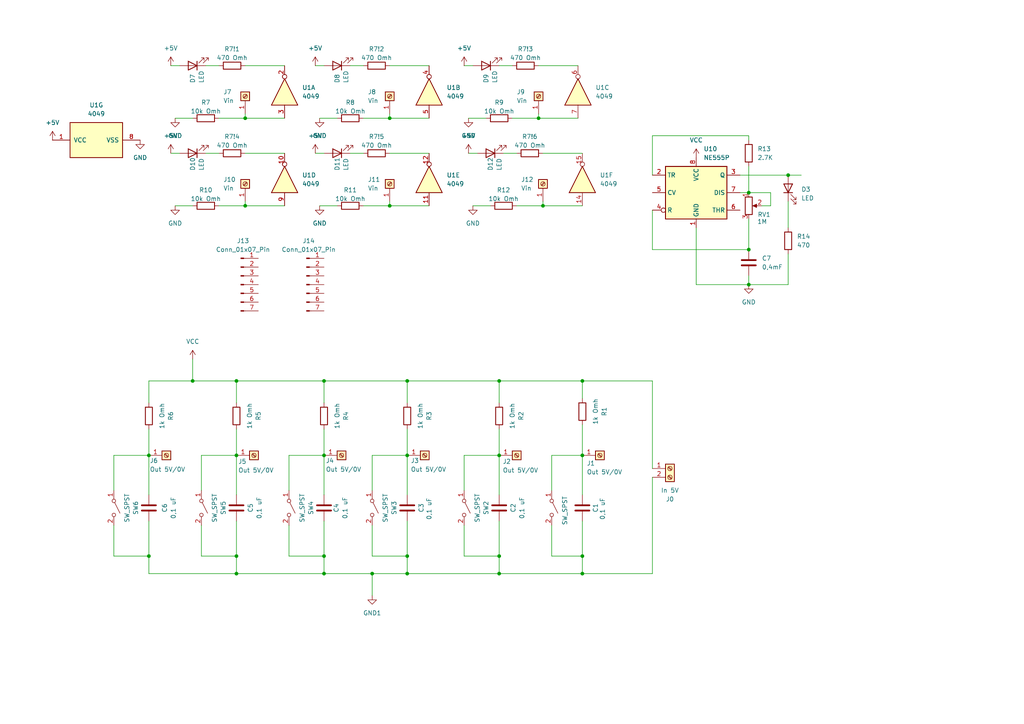
<source format=kicad_sch>
(kicad_sch
	(version 20250114)
	(generator "eeschema")
	(generator_version "9.0")
	(uuid "d0c6dfcb-2af4-4ca4-8d47-0c5bb3467b73")
	(paper "A4")
	(lib_symbols
		(symbol "4xxx:4049"
			(pin_names
				(offset 1.016)
			)
			(exclude_from_sim no)
			(in_bom yes)
			(on_board yes)
			(property "Reference" "U"
				(at 0 1.27 0)
				(effects
					(font
						(size 1.27 1.27)
					)
				)
			)
			(property "Value" "4049"
				(at 0 -1.27 0)
				(effects
					(font
						(size 1.27 1.27)
					)
				)
			)
			(property "Footprint" ""
				(at 0 0 0)
				(effects
					(font
						(size 1.27 1.27)
					)
					(hide yes)
				)
			)
			(property "Datasheet" "http://www.intersil.com/content/dam/intersil/documents/cd40/cd4049ubms.pdf"
				(at 0 0 0)
				(effects
					(font
						(size 1.27 1.27)
					)
					(hide yes)
				)
			)
			(property "Description" "Hex Buffer Inverter"
				(at 0 0 0)
				(effects
					(font
						(size 1.27 1.27)
					)
					(hide yes)
				)
			)
			(property "ki_locked" ""
				(at 0 0 0)
				(effects
					(font
						(size 1.27 1.27)
					)
				)
			)
			(property "ki_keywords" "CMOS BUFFER"
				(at 0 0 0)
				(effects
					(font
						(size 1.27 1.27)
					)
					(hide yes)
				)
			)
			(property "ki_fp_filters" "DIP?16*"
				(at 0 0 0)
				(effects
					(font
						(size 1.27 1.27)
					)
					(hide yes)
				)
			)
			(symbol "4049_1_0"
				(polyline
					(pts
						(xy -3.81 3.81) (xy -3.81 -3.81) (xy 3.81 0) (xy -3.81 3.81)
					)
					(stroke
						(width 0.254)
						(type default)
					)
					(fill
						(type background)
					)
				)
				(pin input line
					(at -7.62 0 0)
					(length 3.81)
					(name "~"
						(effects
							(font
								(size 1.27 1.27)
							)
						)
					)
					(number "3"
						(effects
							(font
								(size 1.27 1.27)
							)
						)
					)
				)
				(pin output inverted
					(at 7.62 0 180)
					(length 3.81)
					(name "~"
						(effects
							(font
								(size 1.27 1.27)
							)
						)
					)
					(number "2"
						(effects
							(font
								(size 1.27 1.27)
							)
						)
					)
				)
			)
			(symbol "4049_2_0"
				(polyline
					(pts
						(xy -3.81 3.81) (xy -3.81 -3.81) (xy 3.81 0) (xy -3.81 3.81)
					)
					(stroke
						(width 0.254)
						(type default)
					)
					(fill
						(type background)
					)
				)
				(pin input line
					(at -7.62 0 0)
					(length 3.81)
					(name "~"
						(effects
							(font
								(size 1.27 1.27)
							)
						)
					)
					(number "5"
						(effects
							(font
								(size 1.27 1.27)
							)
						)
					)
				)
				(pin output inverted
					(at 7.62 0 180)
					(length 3.81)
					(name "~"
						(effects
							(font
								(size 1.27 1.27)
							)
						)
					)
					(number "4"
						(effects
							(font
								(size 1.27 1.27)
							)
						)
					)
				)
			)
			(symbol "4049_3_0"
				(polyline
					(pts
						(xy -3.81 3.81) (xy -3.81 -3.81) (xy 3.81 0) (xy -3.81 3.81)
					)
					(stroke
						(width 0.254)
						(type default)
					)
					(fill
						(type background)
					)
				)
				(pin input line
					(at -7.62 0 0)
					(length 3.81)
					(name "~"
						(effects
							(font
								(size 1.27 1.27)
							)
						)
					)
					(number "7"
						(effects
							(font
								(size 1.27 1.27)
							)
						)
					)
				)
				(pin output inverted
					(at 7.62 0 180)
					(length 3.81)
					(name "~"
						(effects
							(font
								(size 1.27 1.27)
							)
						)
					)
					(number "6"
						(effects
							(font
								(size 1.27 1.27)
							)
						)
					)
				)
			)
			(symbol "4049_4_0"
				(polyline
					(pts
						(xy -3.81 3.81) (xy -3.81 -3.81) (xy 3.81 0) (xy -3.81 3.81)
					)
					(stroke
						(width 0.254)
						(type default)
					)
					(fill
						(type background)
					)
				)
				(pin input line
					(at -7.62 0 0)
					(length 3.81)
					(name "~"
						(effects
							(font
								(size 1.27 1.27)
							)
						)
					)
					(number "9"
						(effects
							(font
								(size 1.27 1.27)
							)
						)
					)
				)
				(pin output inverted
					(at 7.62 0 180)
					(length 3.81)
					(name "~"
						(effects
							(font
								(size 1.27 1.27)
							)
						)
					)
					(number "10"
						(effects
							(font
								(size 1.27 1.27)
							)
						)
					)
				)
			)
			(symbol "4049_5_0"
				(polyline
					(pts
						(xy -3.81 3.81) (xy -3.81 -3.81) (xy 3.81 0) (xy -3.81 3.81)
					)
					(stroke
						(width 0.254)
						(type default)
					)
					(fill
						(type background)
					)
				)
				(pin input line
					(at -7.62 0 0)
					(length 3.81)
					(name "~"
						(effects
							(font
								(size 1.27 1.27)
							)
						)
					)
					(number "11"
						(effects
							(font
								(size 1.27 1.27)
							)
						)
					)
				)
				(pin output inverted
					(at 7.62 0 180)
					(length 3.81)
					(name "~"
						(effects
							(font
								(size 1.27 1.27)
							)
						)
					)
					(number "12"
						(effects
							(font
								(size 1.27 1.27)
							)
						)
					)
				)
			)
			(symbol "4049_6_0"
				(polyline
					(pts
						(xy -3.81 3.81) (xy -3.81 -3.81) (xy 3.81 0) (xy -3.81 3.81)
					)
					(stroke
						(width 0.254)
						(type default)
					)
					(fill
						(type background)
					)
				)
				(pin input line
					(at -7.62 0 0)
					(length 3.81)
					(name "~"
						(effects
							(font
								(size 1.27 1.27)
							)
						)
					)
					(number "14"
						(effects
							(font
								(size 1.27 1.27)
							)
						)
					)
				)
				(pin output inverted
					(at 7.62 0 180)
					(length 3.81)
					(name "~"
						(effects
							(font
								(size 1.27 1.27)
							)
						)
					)
					(number "15"
						(effects
							(font
								(size 1.27 1.27)
							)
						)
					)
				)
			)
			(symbol "4049_7_0"
				(pin power_in line
					(at 0 12.7 270)
					(length 5.08)
					(name "VCC"
						(effects
							(font
								(size 1.27 1.27)
							)
						)
					)
					(number "1"
						(effects
							(font
								(size 1.27 1.27)
							)
						)
					)
				)
				(pin power_in line
					(at 0 -12.7 90)
					(length 5.08)
					(name "VSS"
						(effects
							(font
								(size 1.27 1.27)
							)
						)
					)
					(number "8"
						(effects
							(font
								(size 1.27 1.27)
							)
						)
					)
				)
			)
			(symbol "4049_7_1"
				(rectangle
					(start -5.08 7.62)
					(end 5.08 -7.62)
					(stroke
						(width 0.254)
						(type default)
					)
					(fill
						(type background)
					)
				)
			)
			(embedded_fonts no)
		)
		(symbol "Connector:Conn_01x07_Pin"
			(pin_names
				(offset 1.016)
				(hide yes)
			)
			(exclude_from_sim no)
			(in_bom yes)
			(on_board yes)
			(property "Reference" "J"
				(at 0 10.16 0)
				(effects
					(font
						(size 1.27 1.27)
					)
				)
			)
			(property "Value" "Conn_01x07_Pin"
				(at 0 -10.16 0)
				(effects
					(font
						(size 1.27 1.27)
					)
				)
			)
			(property "Footprint" ""
				(at 0 0 0)
				(effects
					(font
						(size 1.27 1.27)
					)
					(hide yes)
				)
			)
			(property "Datasheet" "~"
				(at 0 0 0)
				(effects
					(font
						(size 1.27 1.27)
					)
					(hide yes)
				)
			)
			(property "Description" "Generic connector, single row, 01x07, script generated"
				(at 0 0 0)
				(effects
					(font
						(size 1.27 1.27)
					)
					(hide yes)
				)
			)
			(property "ki_locked" ""
				(at 0 0 0)
				(effects
					(font
						(size 1.27 1.27)
					)
				)
			)
			(property "ki_keywords" "connector"
				(at 0 0 0)
				(effects
					(font
						(size 1.27 1.27)
					)
					(hide yes)
				)
			)
			(property "ki_fp_filters" "Connector*:*_1x??_*"
				(at 0 0 0)
				(effects
					(font
						(size 1.27 1.27)
					)
					(hide yes)
				)
			)
			(symbol "Conn_01x07_Pin_1_1"
				(rectangle
					(start 0.8636 7.747)
					(end 0 7.493)
					(stroke
						(width 0.1524)
						(type default)
					)
					(fill
						(type outline)
					)
				)
				(rectangle
					(start 0.8636 5.207)
					(end 0 4.953)
					(stroke
						(width 0.1524)
						(type default)
					)
					(fill
						(type outline)
					)
				)
				(rectangle
					(start 0.8636 2.667)
					(end 0 2.413)
					(stroke
						(width 0.1524)
						(type default)
					)
					(fill
						(type outline)
					)
				)
				(rectangle
					(start 0.8636 0.127)
					(end 0 -0.127)
					(stroke
						(width 0.1524)
						(type default)
					)
					(fill
						(type outline)
					)
				)
				(rectangle
					(start 0.8636 -2.413)
					(end 0 -2.667)
					(stroke
						(width 0.1524)
						(type default)
					)
					(fill
						(type outline)
					)
				)
				(rectangle
					(start 0.8636 -4.953)
					(end 0 -5.207)
					(stroke
						(width 0.1524)
						(type default)
					)
					(fill
						(type outline)
					)
				)
				(rectangle
					(start 0.8636 -7.493)
					(end 0 -7.747)
					(stroke
						(width 0.1524)
						(type default)
					)
					(fill
						(type outline)
					)
				)
				(polyline
					(pts
						(xy 1.27 7.62) (xy 0.8636 7.62)
					)
					(stroke
						(width 0.1524)
						(type default)
					)
					(fill
						(type none)
					)
				)
				(polyline
					(pts
						(xy 1.27 5.08) (xy 0.8636 5.08)
					)
					(stroke
						(width 0.1524)
						(type default)
					)
					(fill
						(type none)
					)
				)
				(polyline
					(pts
						(xy 1.27 2.54) (xy 0.8636 2.54)
					)
					(stroke
						(width 0.1524)
						(type default)
					)
					(fill
						(type none)
					)
				)
				(polyline
					(pts
						(xy 1.27 0) (xy 0.8636 0)
					)
					(stroke
						(width 0.1524)
						(type default)
					)
					(fill
						(type none)
					)
				)
				(polyline
					(pts
						(xy 1.27 -2.54) (xy 0.8636 -2.54)
					)
					(stroke
						(width 0.1524)
						(type default)
					)
					(fill
						(type none)
					)
				)
				(polyline
					(pts
						(xy 1.27 -5.08) (xy 0.8636 -5.08)
					)
					(stroke
						(width 0.1524)
						(type default)
					)
					(fill
						(type none)
					)
				)
				(polyline
					(pts
						(xy 1.27 -7.62) (xy 0.8636 -7.62)
					)
					(stroke
						(width 0.1524)
						(type default)
					)
					(fill
						(type none)
					)
				)
				(pin passive line
					(at 5.08 7.62 180)
					(length 3.81)
					(name "Pin_1"
						(effects
							(font
								(size 1.27 1.27)
							)
						)
					)
					(number "1"
						(effects
							(font
								(size 1.27 1.27)
							)
						)
					)
				)
				(pin passive line
					(at 5.08 5.08 180)
					(length 3.81)
					(name "Pin_2"
						(effects
							(font
								(size 1.27 1.27)
							)
						)
					)
					(number "2"
						(effects
							(font
								(size 1.27 1.27)
							)
						)
					)
				)
				(pin passive line
					(at 5.08 2.54 180)
					(length 3.81)
					(name "Pin_3"
						(effects
							(font
								(size 1.27 1.27)
							)
						)
					)
					(number "3"
						(effects
							(font
								(size 1.27 1.27)
							)
						)
					)
				)
				(pin passive line
					(at 5.08 0 180)
					(length 3.81)
					(name "Pin_4"
						(effects
							(font
								(size 1.27 1.27)
							)
						)
					)
					(number "4"
						(effects
							(font
								(size 1.27 1.27)
							)
						)
					)
				)
				(pin passive line
					(at 5.08 -2.54 180)
					(length 3.81)
					(name "Pin_5"
						(effects
							(font
								(size 1.27 1.27)
							)
						)
					)
					(number "5"
						(effects
							(font
								(size 1.27 1.27)
							)
						)
					)
				)
				(pin passive line
					(at 5.08 -5.08 180)
					(length 3.81)
					(name "Pin_6"
						(effects
							(font
								(size 1.27 1.27)
							)
						)
					)
					(number "6"
						(effects
							(font
								(size 1.27 1.27)
							)
						)
					)
				)
				(pin passive line
					(at 5.08 -7.62 180)
					(length 3.81)
					(name "Pin_7"
						(effects
							(font
								(size 1.27 1.27)
							)
						)
					)
					(number "7"
						(effects
							(font
								(size 1.27 1.27)
							)
						)
					)
				)
			)
			(embedded_fonts no)
		)
		(symbol "Connector:Screw_Terminal_01x01"
			(pin_names
				(offset 1.016)
				(hide yes)
			)
			(exclude_from_sim no)
			(in_bom yes)
			(on_board yes)
			(property "Reference" "J"
				(at 0 2.54 0)
				(effects
					(font
						(size 1.27 1.27)
					)
				)
			)
			(property "Value" "Screw_Terminal_01x01"
				(at 0 -2.54 0)
				(effects
					(font
						(size 1.27 1.27)
					)
				)
			)
			(property "Footprint" ""
				(at 0 0 0)
				(effects
					(font
						(size 1.27 1.27)
					)
					(hide yes)
				)
			)
			(property "Datasheet" "~"
				(at 0 0 0)
				(effects
					(font
						(size 1.27 1.27)
					)
					(hide yes)
				)
			)
			(property "Description" "Generic screw terminal, single row, 01x01, script generated (kicad-library-utils/schlib/autogen/connector/)"
				(at 0 0 0)
				(effects
					(font
						(size 1.27 1.27)
					)
					(hide yes)
				)
			)
			(property "ki_keywords" "screw terminal"
				(at 0 0 0)
				(effects
					(font
						(size 1.27 1.27)
					)
					(hide yes)
				)
			)
			(property "ki_fp_filters" "TerminalBlock*:*"
				(at 0 0 0)
				(effects
					(font
						(size 1.27 1.27)
					)
					(hide yes)
				)
			)
			(symbol "Screw_Terminal_01x01_1_1"
				(rectangle
					(start -1.27 1.27)
					(end 1.27 -1.27)
					(stroke
						(width 0.254)
						(type default)
					)
					(fill
						(type background)
					)
				)
				(polyline
					(pts
						(xy -0.5334 0.3302) (xy 0.3302 -0.508)
					)
					(stroke
						(width 0.1524)
						(type default)
					)
					(fill
						(type none)
					)
				)
				(polyline
					(pts
						(xy -0.3556 0.508) (xy 0.508 -0.3302)
					)
					(stroke
						(width 0.1524)
						(type default)
					)
					(fill
						(type none)
					)
				)
				(circle
					(center 0 0)
					(radius 0.635)
					(stroke
						(width 0.1524)
						(type default)
					)
					(fill
						(type none)
					)
				)
				(pin passive line
					(at -5.08 0 0)
					(length 3.81)
					(name "Pin_1"
						(effects
							(font
								(size 1.27 1.27)
							)
						)
					)
					(number "1"
						(effects
							(font
								(size 1.27 1.27)
							)
						)
					)
				)
			)
			(embedded_fonts no)
		)
		(symbol "Connector:Screw_Terminal_01x02"
			(pin_names
				(offset 1.016)
				(hide yes)
			)
			(exclude_from_sim no)
			(in_bom yes)
			(on_board yes)
			(property "Reference" "J"
				(at 0 2.54 0)
				(effects
					(font
						(size 1.27 1.27)
					)
				)
			)
			(property "Value" "Screw_Terminal_01x02"
				(at 0 -5.08 0)
				(effects
					(font
						(size 1.27 1.27)
					)
				)
			)
			(property "Footprint" ""
				(at 0 0 0)
				(effects
					(font
						(size 1.27 1.27)
					)
					(hide yes)
				)
			)
			(property "Datasheet" "~"
				(at 0 0 0)
				(effects
					(font
						(size 1.27 1.27)
					)
					(hide yes)
				)
			)
			(property "Description" "Generic screw terminal, single row, 01x02, script generated (kicad-library-utils/schlib/autogen/connector/)"
				(at 0 0 0)
				(effects
					(font
						(size 1.27 1.27)
					)
					(hide yes)
				)
			)
			(property "ki_keywords" "screw terminal"
				(at 0 0 0)
				(effects
					(font
						(size 1.27 1.27)
					)
					(hide yes)
				)
			)
			(property "ki_fp_filters" "TerminalBlock*:*"
				(at 0 0 0)
				(effects
					(font
						(size 1.27 1.27)
					)
					(hide yes)
				)
			)
			(symbol "Screw_Terminal_01x02_1_1"
				(rectangle
					(start -1.27 1.27)
					(end 1.27 -3.81)
					(stroke
						(width 0.254)
						(type default)
					)
					(fill
						(type background)
					)
				)
				(polyline
					(pts
						(xy -0.5334 0.3302) (xy 0.3302 -0.508)
					)
					(stroke
						(width 0.1524)
						(type default)
					)
					(fill
						(type none)
					)
				)
				(polyline
					(pts
						(xy -0.5334 -2.2098) (xy 0.3302 -3.048)
					)
					(stroke
						(width 0.1524)
						(type default)
					)
					(fill
						(type none)
					)
				)
				(polyline
					(pts
						(xy -0.3556 0.508) (xy 0.508 -0.3302)
					)
					(stroke
						(width 0.1524)
						(type default)
					)
					(fill
						(type none)
					)
				)
				(polyline
					(pts
						(xy -0.3556 -2.032) (xy 0.508 -2.8702)
					)
					(stroke
						(width 0.1524)
						(type default)
					)
					(fill
						(type none)
					)
				)
				(circle
					(center 0 0)
					(radius 0.635)
					(stroke
						(width 0.1524)
						(type default)
					)
					(fill
						(type none)
					)
				)
				(circle
					(center 0 -2.54)
					(radius 0.635)
					(stroke
						(width 0.1524)
						(type default)
					)
					(fill
						(type none)
					)
				)
				(pin passive line
					(at -5.08 0 0)
					(length 3.81)
					(name "Pin_1"
						(effects
							(font
								(size 1.27 1.27)
							)
						)
					)
					(number "1"
						(effects
							(font
								(size 1.27 1.27)
							)
						)
					)
				)
				(pin passive line
					(at -5.08 -2.54 0)
					(length 3.81)
					(name "Pin_2"
						(effects
							(font
								(size 1.27 1.27)
							)
						)
					)
					(number "2"
						(effects
							(font
								(size 1.27 1.27)
							)
						)
					)
				)
			)
			(embedded_fonts no)
		)
		(symbol "Device:C"
			(pin_numbers
				(hide yes)
			)
			(pin_names
				(offset 0.254)
			)
			(exclude_from_sim no)
			(in_bom yes)
			(on_board yes)
			(property "Reference" "C"
				(at 0.635 2.54 0)
				(effects
					(font
						(size 1.27 1.27)
					)
					(justify left)
				)
			)
			(property "Value" "C"
				(at 0.635 -2.54 0)
				(effects
					(font
						(size 1.27 1.27)
					)
					(justify left)
				)
			)
			(property "Footprint" ""
				(at 0.9652 -3.81 0)
				(effects
					(font
						(size 1.27 1.27)
					)
					(hide yes)
				)
			)
			(property "Datasheet" "~"
				(at 0 0 0)
				(effects
					(font
						(size 1.27 1.27)
					)
					(hide yes)
				)
			)
			(property "Description" "Unpolarized capacitor"
				(at 0 0 0)
				(effects
					(font
						(size 1.27 1.27)
					)
					(hide yes)
				)
			)
			(property "ki_keywords" "cap capacitor"
				(at 0 0 0)
				(effects
					(font
						(size 1.27 1.27)
					)
					(hide yes)
				)
			)
			(property "ki_fp_filters" "C_*"
				(at 0 0 0)
				(effects
					(font
						(size 1.27 1.27)
					)
					(hide yes)
				)
			)
			(symbol "C_0_1"
				(polyline
					(pts
						(xy -2.032 0.762) (xy 2.032 0.762)
					)
					(stroke
						(width 0.508)
						(type default)
					)
					(fill
						(type none)
					)
				)
				(polyline
					(pts
						(xy -2.032 -0.762) (xy 2.032 -0.762)
					)
					(stroke
						(width 0.508)
						(type default)
					)
					(fill
						(type none)
					)
				)
			)
			(symbol "C_1_1"
				(pin passive line
					(at 0 3.81 270)
					(length 2.794)
					(name "~"
						(effects
							(font
								(size 1.27 1.27)
							)
						)
					)
					(number "1"
						(effects
							(font
								(size 1.27 1.27)
							)
						)
					)
				)
				(pin passive line
					(at 0 -3.81 90)
					(length 2.794)
					(name "~"
						(effects
							(font
								(size 1.27 1.27)
							)
						)
					)
					(number "2"
						(effects
							(font
								(size 1.27 1.27)
							)
						)
					)
				)
			)
			(embedded_fonts no)
		)
		(symbol "Device:LED"
			(pin_numbers
				(hide yes)
			)
			(pin_names
				(offset 1.016)
				(hide yes)
			)
			(exclude_from_sim no)
			(in_bom yes)
			(on_board yes)
			(property "Reference" "D"
				(at 0 2.54 0)
				(effects
					(font
						(size 1.27 1.27)
					)
				)
			)
			(property "Value" "LED"
				(at 0 -2.54 0)
				(effects
					(font
						(size 1.27 1.27)
					)
				)
			)
			(property "Footprint" ""
				(at 0 0 0)
				(effects
					(font
						(size 1.27 1.27)
					)
					(hide yes)
				)
			)
			(property "Datasheet" "~"
				(at 0 0 0)
				(effects
					(font
						(size 1.27 1.27)
					)
					(hide yes)
				)
			)
			(property "Description" "Light emitting diode"
				(at 0 0 0)
				(effects
					(font
						(size 1.27 1.27)
					)
					(hide yes)
				)
			)
			(property "ki_keywords" "LED diode"
				(at 0 0 0)
				(effects
					(font
						(size 1.27 1.27)
					)
					(hide yes)
				)
			)
			(property "ki_fp_filters" "LED* LED_SMD:* LED_THT:*"
				(at 0 0 0)
				(effects
					(font
						(size 1.27 1.27)
					)
					(hide yes)
				)
			)
			(symbol "LED_0_1"
				(polyline
					(pts
						(xy -3.048 -0.762) (xy -4.572 -2.286) (xy -3.81 -2.286) (xy -4.572 -2.286) (xy -4.572 -1.524)
					)
					(stroke
						(width 0)
						(type default)
					)
					(fill
						(type none)
					)
				)
				(polyline
					(pts
						(xy -1.778 -0.762) (xy -3.302 -2.286) (xy -2.54 -2.286) (xy -3.302 -2.286) (xy -3.302 -1.524)
					)
					(stroke
						(width 0)
						(type default)
					)
					(fill
						(type none)
					)
				)
				(polyline
					(pts
						(xy -1.27 0) (xy 1.27 0)
					)
					(stroke
						(width 0)
						(type default)
					)
					(fill
						(type none)
					)
				)
				(polyline
					(pts
						(xy -1.27 -1.27) (xy -1.27 1.27)
					)
					(stroke
						(width 0.254)
						(type default)
					)
					(fill
						(type none)
					)
				)
				(polyline
					(pts
						(xy 1.27 -1.27) (xy 1.27 1.27) (xy -1.27 0) (xy 1.27 -1.27)
					)
					(stroke
						(width 0.254)
						(type default)
					)
					(fill
						(type none)
					)
				)
			)
			(symbol "LED_1_1"
				(pin passive line
					(at -3.81 0 0)
					(length 2.54)
					(name "K"
						(effects
							(font
								(size 1.27 1.27)
							)
						)
					)
					(number "1"
						(effects
							(font
								(size 1.27 1.27)
							)
						)
					)
				)
				(pin passive line
					(at 3.81 0 180)
					(length 2.54)
					(name "A"
						(effects
							(font
								(size 1.27 1.27)
							)
						)
					)
					(number "2"
						(effects
							(font
								(size 1.27 1.27)
							)
						)
					)
				)
			)
			(embedded_fonts no)
		)
		(symbol "Device:R"
			(pin_numbers
				(hide yes)
			)
			(pin_names
				(offset 0)
			)
			(exclude_from_sim no)
			(in_bom yes)
			(on_board yes)
			(property "Reference" "R"
				(at 2.032 0 90)
				(effects
					(font
						(size 1.27 1.27)
					)
				)
			)
			(property "Value" "R"
				(at 0 0 90)
				(effects
					(font
						(size 1.27 1.27)
					)
				)
			)
			(property "Footprint" ""
				(at -1.778 0 90)
				(effects
					(font
						(size 1.27 1.27)
					)
					(hide yes)
				)
			)
			(property "Datasheet" "~"
				(at 0 0 0)
				(effects
					(font
						(size 1.27 1.27)
					)
					(hide yes)
				)
			)
			(property "Description" "Resistor"
				(at 0 0 0)
				(effects
					(font
						(size 1.27 1.27)
					)
					(hide yes)
				)
			)
			(property "ki_keywords" "R res resistor"
				(at 0 0 0)
				(effects
					(font
						(size 1.27 1.27)
					)
					(hide yes)
				)
			)
			(property "ki_fp_filters" "R_*"
				(at 0 0 0)
				(effects
					(font
						(size 1.27 1.27)
					)
					(hide yes)
				)
			)
			(symbol "R_0_1"
				(rectangle
					(start -1.016 -2.54)
					(end 1.016 2.54)
					(stroke
						(width 0.254)
						(type default)
					)
					(fill
						(type none)
					)
				)
			)
			(symbol "R_1_1"
				(pin passive line
					(at 0 3.81 270)
					(length 1.27)
					(name "~"
						(effects
							(font
								(size 1.27 1.27)
							)
						)
					)
					(number "1"
						(effects
							(font
								(size 1.27 1.27)
							)
						)
					)
				)
				(pin passive line
					(at 0 -3.81 90)
					(length 1.27)
					(name "~"
						(effects
							(font
								(size 1.27 1.27)
							)
						)
					)
					(number "2"
						(effects
							(font
								(size 1.27 1.27)
							)
						)
					)
				)
			)
			(embedded_fonts no)
		)
		(symbol "Device:R_Potentiometer"
			(pin_names
				(offset 1.016)
				(hide yes)
			)
			(exclude_from_sim no)
			(in_bom yes)
			(on_board yes)
			(property "Reference" "RV"
				(at -4.445 0 90)
				(effects
					(font
						(size 1.27 1.27)
					)
				)
			)
			(property "Value" "R_Potentiometer"
				(at -2.54 0 90)
				(effects
					(font
						(size 1.27 1.27)
					)
				)
			)
			(property "Footprint" ""
				(at 0 0 0)
				(effects
					(font
						(size 1.27 1.27)
					)
					(hide yes)
				)
			)
			(property "Datasheet" "~"
				(at 0 0 0)
				(effects
					(font
						(size 1.27 1.27)
					)
					(hide yes)
				)
			)
			(property "Description" "Potentiometer"
				(at 0 0 0)
				(effects
					(font
						(size 1.27 1.27)
					)
					(hide yes)
				)
			)
			(property "ki_keywords" "resistor variable"
				(at 0 0 0)
				(effects
					(font
						(size 1.27 1.27)
					)
					(hide yes)
				)
			)
			(property "ki_fp_filters" "Potentiometer*"
				(at 0 0 0)
				(effects
					(font
						(size 1.27 1.27)
					)
					(hide yes)
				)
			)
			(symbol "R_Potentiometer_0_1"
				(rectangle
					(start 1.016 2.54)
					(end -1.016 -2.54)
					(stroke
						(width 0.254)
						(type default)
					)
					(fill
						(type none)
					)
				)
				(polyline
					(pts
						(xy 1.143 0) (xy 2.286 0.508) (xy 2.286 -0.508) (xy 1.143 0)
					)
					(stroke
						(width 0)
						(type default)
					)
					(fill
						(type outline)
					)
				)
				(polyline
					(pts
						(xy 2.54 0) (xy 1.524 0)
					)
					(stroke
						(width 0)
						(type default)
					)
					(fill
						(type none)
					)
				)
			)
			(symbol "R_Potentiometer_1_1"
				(pin passive line
					(at 0 3.81 270)
					(length 1.27)
					(name "1"
						(effects
							(font
								(size 1.27 1.27)
							)
						)
					)
					(number "1"
						(effects
							(font
								(size 1.27 1.27)
							)
						)
					)
				)
				(pin passive line
					(at 0 -3.81 90)
					(length 1.27)
					(name "3"
						(effects
							(font
								(size 1.27 1.27)
							)
						)
					)
					(number "3"
						(effects
							(font
								(size 1.27 1.27)
							)
						)
					)
				)
				(pin passive line
					(at 3.81 0 180)
					(length 1.27)
					(name "2"
						(effects
							(font
								(size 1.27 1.27)
							)
						)
					)
					(number "2"
						(effects
							(font
								(size 1.27 1.27)
							)
						)
					)
				)
			)
			(embedded_fonts no)
		)
		(symbol "Switch:SW_SPST"
			(pin_names
				(offset 0)
				(hide yes)
			)
			(exclude_from_sim no)
			(in_bom yes)
			(on_board yes)
			(property "Reference" "SW"
				(at 0 3.175 0)
				(effects
					(font
						(size 1.27 1.27)
					)
				)
			)
			(property "Value" "SW_SPST"
				(at 0 -2.54 0)
				(effects
					(font
						(size 1.27 1.27)
					)
				)
			)
			(property "Footprint" ""
				(at 0 0 0)
				(effects
					(font
						(size 1.27 1.27)
					)
					(hide yes)
				)
			)
			(property "Datasheet" "~"
				(at 0 0 0)
				(effects
					(font
						(size 1.27 1.27)
					)
					(hide yes)
				)
			)
			(property "Description" "Single Pole Single Throw (SPST) switch"
				(at 0 0 0)
				(effects
					(font
						(size 1.27 1.27)
					)
					(hide yes)
				)
			)
			(property "ki_keywords" "switch lever"
				(at 0 0 0)
				(effects
					(font
						(size 1.27 1.27)
					)
					(hide yes)
				)
			)
			(symbol "SW_SPST_0_0"
				(circle
					(center -2.032 0)
					(radius 0.508)
					(stroke
						(width 0)
						(type default)
					)
					(fill
						(type none)
					)
				)
				(polyline
					(pts
						(xy -1.524 0.254) (xy 1.524 1.778)
					)
					(stroke
						(width 0)
						(type default)
					)
					(fill
						(type none)
					)
				)
				(circle
					(center 2.032 0)
					(radius 0.508)
					(stroke
						(width 0)
						(type default)
					)
					(fill
						(type none)
					)
				)
			)
			(symbol "SW_SPST_1_1"
				(pin passive line
					(at -5.08 0 0)
					(length 2.54)
					(name "A"
						(effects
							(font
								(size 1.27 1.27)
							)
						)
					)
					(number "1"
						(effects
							(font
								(size 1.27 1.27)
							)
						)
					)
				)
				(pin passive line
					(at 5.08 0 180)
					(length 2.54)
					(name "B"
						(effects
							(font
								(size 1.27 1.27)
							)
						)
					)
					(number "2"
						(effects
							(font
								(size 1.27 1.27)
							)
						)
					)
				)
			)
			(embedded_fonts no)
		)
		(symbol "Timer:NE555P"
			(exclude_from_sim no)
			(in_bom yes)
			(on_board yes)
			(property "Reference" "U"
				(at -10.16 8.89 0)
				(effects
					(font
						(size 1.27 1.27)
					)
					(justify left)
				)
			)
			(property "Value" "NE555P"
				(at 2.54 8.89 0)
				(effects
					(font
						(size 1.27 1.27)
					)
					(justify left)
				)
			)
			(property "Footprint" "Package_DIP:DIP-8_W7.62mm"
				(at 16.51 -10.16 0)
				(effects
					(font
						(size 1.27 1.27)
					)
					(hide yes)
				)
			)
			(property "Datasheet" "http://www.ti.com/lit/ds/symlink/ne555.pdf"
				(at 21.59 -10.16 0)
				(effects
					(font
						(size 1.27 1.27)
					)
					(hide yes)
				)
			)
			(property "Description" "Precision Timers, 555 compatible,  PDIP-8"
				(at 0 0 0)
				(effects
					(font
						(size 1.27 1.27)
					)
					(hide yes)
				)
			)
			(property "ki_keywords" "single timer 555"
				(at 0 0 0)
				(effects
					(font
						(size 1.27 1.27)
					)
					(hide yes)
				)
			)
			(property "ki_fp_filters" "DIP*W7.62mm*"
				(at 0 0 0)
				(effects
					(font
						(size 1.27 1.27)
					)
					(hide yes)
				)
			)
			(symbol "NE555P_0_0"
				(pin power_in line
					(at 0 10.16 270)
					(length 2.54)
					(name "VCC"
						(effects
							(font
								(size 1.27 1.27)
							)
						)
					)
					(number "8"
						(effects
							(font
								(size 1.27 1.27)
							)
						)
					)
				)
				(pin power_in line
					(at 0 -10.16 90)
					(length 2.54)
					(name "GND"
						(effects
							(font
								(size 1.27 1.27)
							)
						)
					)
					(number "1"
						(effects
							(font
								(size 1.27 1.27)
							)
						)
					)
				)
			)
			(symbol "NE555P_0_1"
				(rectangle
					(start -8.89 -7.62)
					(end 8.89 7.62)
					(stroke
						(width 0.254)
						(type default)
					)
					(fill
						(type background)
					)
				)
				(rectangle
					(start -8.89 -7.62)
					(end 8.89 7.62)
					(stroke
						(width 0.254)
						(type default)
					)
					(fill
						(type background)
					)
				)
			)
			(symbol "NE555P_1_1"
				(pin input line
					(at -12.7 5.08 0)
					(length 3.81)
					(name "TR"
						(effects
							(font
								(size 1.27 1.27)
							)
						)
					)
					(number "2"
						(effects
							(font
								(size 1.27 1.27)
							)
						)
					)
				)
				(pin input line
					(at -12.7 0 0)
					(length 3.81)
					(name "CV"
						(effects
							(font
								(size 1.27 1.27)
							)
						)
					)
					(number "5"
						(effects
							(font
								(size 1.27 1.27)
							)
						)
					)
				)
				(pin input inverted
					(at -12.7 -5.08 0)
					(length 3.81)
					(name "R"
						(effects
							(font
								(size 1.27 1.27)
							)
						)
					)
					(number "4"
						(effects
							(font
								(size 1.27 1.27)
							)
						)
					)
				)
				(pin output line
					(at 12.7 5.08 180)
					(length 3.81)
					(name "Q"
						(effects
							(font
								(size 1.27 1.27)
							)
						)
					)
					(number "3"
						(effects
							(font
								(size 1.27 1.27)
							)
						)
					)
				)
				(pin input line
					(at 12.7 0 180)
					(length 3.81)
					(name "DIS"
						(effects
							(font
								(size 1.27 1.27)
							)
						)
					)
					(number "7"
						(effects
							(font
								(size 1.27 1.27)
							)
						)
					)
				)
				(pin input line
					(at 12.7 -5.08 180)
					(length 3.81)
					(name "THR"
						(effects
							(font
								(size 1.27 1.27)
							)
						)
					)
					(number "6"
						(effects
							(font
								(size 1.27 1.27)
							)
						)
					)
				)
			)
			(embedded_fonts no)
		)
		(symbol "power:+5V"
			(power)
			(pin_numbers
				(hide yes)
			)
			(pin_names
				(offset 0)
				(hide yes)
			)
			(exclude_from_sim no)
			(in_bom yes)
			(on_board yes)
			(property "Reference" "#PWR"
				(at 0 -3.81 0)
				(effects
					(font
						(size 1.27 1.27)
					)
					(hide yes)
				)
			)
			(property "Value" "+5V"
				(at 0 3.556 0)
				(effects
					(font
						(size 1.27 1.27)
					)
				)
			)
			(property "Footprint" ""
				(at 0 0 0)
				(effects
					(font
						(size 1.27 1.27)
					)
					(hide yes)
				)
			)
			(property "Datasheet" ""
				(at 0 0 0)
				(effects
					(font
						(size 1.27 1.27)
					)
					(hide yes)
				)
			)
			(property "Description" "Power symbol creates a global label with name \"+5V\""
				(at 0 0 0)
				(effects
					(font
						(size 1.27 1.27)
					)
					(hide yes)
				)
			)
			(property "ki_keywords" "global power"
				(at 0 0 0)
				(effects
					(font
						(size 1.27 1.27)
					)
					(hide yes)
				)
			)
			(symbol "+5V_0_1"
				(polyline
					(pts
						(xy -0.762 1.27) (xy 0 2.54)
					)
					(stroke
						(width 0)
						(type default)
					)
					(fill
						(type none)
					)
				)
				(polyline
					(pts
						(xy 0 2.54) (xy 0.762 1.27)
					)
					(stroke
						(width 0)
						(type default)
					)
					(fill
						(type none)
					)
				)
				(polyline
					(pts
						(xy 0 0) (xy 0 2.54)
					)
					(stroke
						(width 0)
						(type default)
					)
					(fill
						(type none)
					)
				)
			)
			(symbol "+5V_1_1"
				(pin power_in line
					(at 0 0 90)
					(length 0)
					(name "~"
						(effects
							(font
								(size 1.27 1.27)
							)
						)
					)
					(number "1"
						(effects
							(font
								(size 1.27 1.27)
							)
						)
					)
				)
			)
			(embedded_fonts no)
		)
		(symbol "power:GND"
			(power)
			(pin_names
				(offset 0)
			)
			(exclude_from_sim no)
			(in_bom yes)
			(on_board yes)
			(property "Reference" "#PWR"
				(at 0 -6.35 0)
				(effects
					(font
						(size 1.27 1.27)
					)
					(hide yes)
				)
			)
			(property "Value" "GND"
				(at 0 -3.81 0)
				(effects
					(font
						(size 1.27 1.27)
					)
				)
			)
			(property "Footprint" ""
				(at 0 0 0)
				(effects
					(font
						(size 1.27 1.27)
					)
					(hide yes)
				)
			)
			(property "Datasheet" ""
				(at 0 0 0)
				(effects
					(font
						(size 1.27 1.27)
					)
					(hide yes)
				)
			)
			(property "Description" "Power symbol creates a global label with name \"GND\" , ground"
				(at 0 0 0)
				(effects
					(font
						(size 1.27 1.27)
					)
					(hide yes)
				)
			)
			(property "ki_keywords" "global power"
				(at 0 0 0)
				(effects
					(font
						(size 1.27 1.27)
					)
					(hide yes)
				)
			)
			(symbol "GND_0_1"
				(polyline
					(pts
						(xy 0 0) (xy 0 -1.27) (xy 1.27 -1.27) (xy 0 -2.54) (xy -1.27 -1.27) (xy 0 -1.27)
					)
					(stroke
						(width 0)
						(type default)
					)
					(fill
						(type none)
					)
				)
			)
			(symbol "GND_1_1"
				(pin power_in line
					(at 0 0 270)
					(length 0)
					(hide yes)
					(name "GND"
						(effects
							(font
								(size 1.27 1.27)
							)
						)
					)
					(number "1"
						(effects
							(font
								(size 1.27 1.27)
							)
						)
					)
				)
			)
			(embedded_fonts no)
		)
		(symbol "power:GND1"
			(power)
			(pin_numbers
				(hide yes)
			)
			(pin_names
				(offset 0)
				(hide yes)
			)
			(exclude_from_sim no)
			(in_bom yes)
			(on_board yes)
			(property "Reference" "#PWR"
				(at 0 -6.35 0)
				(effects
					(font
						(size 1.27 1.27)
					)
					(hide yes)
				)
			)
			(property "Value" "GND1"
				(at 0 -3.81 0)
				(effects
					(font
						(size 1.27 1.27)
					)
				)
			)
			(property "Footprint" ""
				(at 0 0 0)
				(effects
					(font
						(size 1.27 1.27)
					)
					(hide yes)
				)
			)
			(property "Datasheet" ""
				(at 0 0 0)
				(effects
					(font
						(size 1.27 1.27)
					)
					(hide yes)
				)
			)
			(property "Description" "Power symbol creates a global label with name \"GND1\" , ground"
				(at 0 0 0)
				(effects
					(font
						(size 1.27 1.27)
					)
					(hide yes)
				)
			)
			(property "ki_keywords" "global power"
				(at 0 0 0)
				(effects
					(font
						(size 1.27 1.27)
					)
					(hide yes)
				)
			)
			(symbol "GND1_0_1"
				(polyline
					(pts
						(xy 0 0) (xy 0 -1.27) (xy 1.27 -1.27) (xy 0 -2.54) (xy -1.27 -1.27) (xy 0 -1.27)
					)
					(stroke
						(width 0)
						(type default)
					)
					(fill
						(type none)
					)
				)
			)
			(symbol "GND1_1_1"
				(pin power_in line
					(at 0 0 270)
					(length 0)
					(name "~"
						(effects
							(font
								(size 1.27 1.27)
							)
						)
					)
					(number "1"
						(effects
							(font
								(size 1.27 1.27)
							)
						)
					)
				)
			)
			(embedded_fonts no)
		)
		(symbol "power:VCC"
			(power)
			(pin_numbers
				(hide yes)
			)
			(pin_names
				(offset 0)
				(hide yes)
			)
			(exclude_from_sim no)
			(in_bom yes)
			(on_board yes)
			(property "Reference" "#PWR"
				(at 0 -3.81 0)
				(effects
					(font
						(size 1.27 1.27)
					)
					(hide yes)
				)
			)
			(property "Value" "VCC"
				(at 0 3.556 0)
				(effects
					(font
						(size 1.27 1.27)
					)
				)
			)
			(property "Footprint" ""
				(at 0 0 0)
				(effects
					(font
						(size 1.27 1.27)
					)
					(hide yes)
				)
			)
			(property "Datasheet" ""
				(at 0 0 0)
				(effects
					(font
						(size 1.27 1.27)
					)
					(hide yes)
				)
			)
			(property "Description" "Power symbol creates a global label with name \"VCC\""
				(at 0 0 0)
				(effects
					(font
						(size 1.27 1.27)
					)
					(hide yes)
				)
			)
			(property "ki_keywords" "global power"
				(at 0 0 0)
				(effects
					(font
						(size 1.27 1.27)
					)
					(hide yes)
				)
			)
			(symbol "VCC_0_1"
				(polyline
					(pts
						(xy -0.762 1.27) (xy 0 2.54)
					)
					(stroke
						(width 0)
						(type default)
					)
					(fill
						(type none)
					)
				)
				(polyline
					(pts
						(xy 0 2.54) (xy 0.762 1.27)
					)
					(stroke
						(width 0)
						(type default)
					)
					(fill
						(type none)
					)
				)
				(polyline
					(pts
						(xy 0 0) (xy 0 2.54)
					)
					(stroke
						(width 0)
						(type default)
					)
					(fill
						(type none)
					)
				)
			)
			(symbol "VCC_1_1"
				(pin power_in line
					(at 0 0 90)
					(length 0)
					(name "~"
						(effects
							(font
								(size 1.27 1.27)
							)
						)
					)
					(number "1"
						(effects
							(font
								(size 1.27 1.27)
							)
						)
					)
				)
			)
			(embedded_fonts no)
		)
	)
	(junction
		(at 93.98 132.08)
		(diameter 0)
		(color 0 0 0 0)
		(uuid "06d6436f-c812-4c36-8c70-c986eca7f5cc")
	)
	(junction
		(at 217.17 82.55)
		(diameter 0)
		(color 0 0 0 0)
		(uuid "2286a2c3-5d81-4b6f-95c7-5f2e4e975922")
	)
	(junction
		(at 118.11 132.08)
		(diameter 0)
		(color 0 0 0 0)
		(uuid "336d0002-e292-460d-8ddd-99f0f6838785")
	)
	(junction
		(at 71.12 59.69)
		(diameter 0)
		(color 0 0 0 0)
		(uuid "39599a83-f5b8-4727-91a6-62c0ef7a5dab")
	)
	(junction
		(at 68.58 161.29)
		(diameter 0)
		(color 0 0 0 0)
		(uuid "4349d214-cc09-41e9-98bf-7237fd9865f7")
	)
	(junction
		(at 93.98 110.49)
		(diameter 0)
		(color 0 0 0 0)
		(uuid "4631b024-7b61-47bc-b580-1fc7813d2c9f")
	)
	(junction
		(at 144.78 132.08)
		(diameter 0)
		(color 0 0 0 0)
		(uuid "4f86aa06-08a4-4405-a83c-3809656835d2")
	)
	(junction
		(at 217.17 55.88)
		(diameter 0)
		(color 0 0 0 0)
		(uuid "56837806-8025-4a75-b934-34e69fd8089f")
	)
	(junction
		(at 228.6 50.8)
		(diameter 0)
		(color 0 0 0 0)
		(uuid "5d319077-7785-4b50-910f-1a11815dfbaf")
	)
	(junction
		(at 93.98 166.37)
		(diameter 0)
		(color 0 0 0 0)
		(uuid "69262f3b-7ef5-452b-a35c-868be518cac9")
	)
	(junction
		(at 43.18 132.08)
		(diameter 0)
		(color 0 0 0 0)
		(uuid "6bd66649-0cc4-4fb7-af3b-1e59e5feff72")
	)
	(junction
		(at 168.91 161.29)
		(diameter 0)
		(color 0 0 0 0)
		(uuid "6bed4f44-801a-4918-8e1e-0d5bfbbb5b06")
	)
	(junction
		(at 217.17 72.39)
		(diameter 0)
		(color 0 0 0 0)
		(uuid "795c646e-434a-4bc3-b370-78f5f3208cf3")
	)
	(junction
		(at 71.12 34.29)
		(diameter 0)
		(color 0 0 0 0)
		(uuid "7c8d7d5e-cb11-4de9-b900-6ca05a0bbbdd")
	)
	(junction
		(at 93.98 161.29)
		(diameter 0)
		(color 0 0 0 0)
		(uuid "8c60b42f-770a-49bf-92da-142971908329")
	)
	(junction
		(at 144.78 161.29)
		(diameter 0)
		(color 0 0 0 0)
		(uuid "9d743106-a0a1-42d4-9871-fe74574c709e")
	)
	(junction
		(at 55.88 110.49)
		(diameter 0)
		(color 0 0 0 0)
		(uuid "a3c0b933-b0ea-493f-a56a-d01dbe527c57")
	)
	(junction
		(at 168.91 166.37)
		(diameter 0)
		(color 0 0 0 0)
		(uuid "a6b990cf-8d7c-41d3-80f2-4dd8fc432ca9")
	)
	(junction
		(at 113.03 34.29)
		(diameter 0)
		(color 0 0 0 0)
		(uuid "af08a76c-2db8-45d1-baa8-174c14390683")
	)
	(junction
		(at 144.78 110.49)
		(diameter 0)
		(color 0 0 0 0)
		(uuid "b298d6a0-26b7-4fc6-8559-d3f2bd34d2f9")
	)
	(junction
		(at 68.58 110.49)
		(diameter 0)
		(color 0 0 0 0)
		(uuid "b2bf9245-3660-4160-851f-3e16a43beb40")
	)
	(junction
		(at 118.11 110.49)
		(diameter 0)
		(color 0 0 0 0)
		(uuid "b4b6f976-cec4-478c-85f7-403132c59fc1")
	)
	(junction
		(at 68.58 132.08)
		(diameter 0)
		(color 0 0 0 0)
		(uuid "bd6bb7f5-c2fb-4461-924c-b14e0fe882af")
	)
	(junction
		(at 113.03 59.69)
		(diameter 0)
		(color 0 0 0 0)
		(uuid "c2256b12-1b26-4ec4-98cf-80979d26449d")
	)
	(junction
		(at 168.91 132.08)
		(diameter 0)
		(color 0 0 0 0)
		(uuid "c2af4a01-43d1-4999-9578-d537f172c9c0")
	)
	(junction
		(at 118.11 166.37)
		(diameter 0)
		(color 0 0 0 0)
		(uuid "c4f85170-08f0-47c5-8e36-a664d6428c1f")
	)
	(junction
		(at 144.78 166.37)
		(diameter 0)
		(color 0 0 0 0)
		(uuid "c5728b6b-d2a0-47b5-985a-ab77b1bd4a20")
	)
	(junction
		(at 118.11 161.29)
		(diameter 0)
		(color 0 0 0 0)
		(uuid "c9442e92-a442-4fd2-9413-40e111042d76")
	)
	(junction
		(at 168.91 110.49)
		(diameter 0)
		(color 0 0 0 0)
		(uuid "ca2f40c5-5d54-4ce0-87f9-a29eb07c1ab4")
	)
	(junction
		(at 157.48 59.69)
		(diameter 0)
		(color 0 0 0 0)
		(uuid "d58e4e9f-39f3-49ae-a6bc-9577ea7457bb")
	)
	(junction
		(at 68.58 166.37)
		(diameter 0)
		(color 0 0 0 0)
		(uuid "d94615e2-3266-406e-8997-f1612e1d86a4")
	)
	(junction
		(at 156.21 34.29)
		(diameter 0)
		(color 0 0 0 0)
		(uuid "e1e2e048-f5f2-4ba3-8f93-c8ac44aa12c0")
	)
	(junction
		(at 43.18 161.29)
		(diameter 0)
		(color 0 0 0 0)
		(uuid "e3c78907-a4cb-407d-bd7d-2cfa91e8846e")
	)
	(junction
		(at 107.95 166.37)
		(diameter 0)
		(color 0 0 0 0)
		(uuid "f1fb96ab-d1f7-40ae-823a-788ebd79f91f")
	)
	(wire
		(pts
			(xy 68.58 132.08) (xy 68.58 143.51)
		)
		(stroke
			(width 0)
			(type default)
		)
		(uuid "0063f4bf-540e-4e01-a720-08bfc130d2bd")
	)
	(wire
		(pts
			(xy 113.03 59.69) (xy 124.46 59.69)
		)
		(stroke
			(width 0)
			(type default)
		)
		(uuid "01358b2d-1cda-475b-acdd-6cc5a888c5aa")
	)
	(wire
		(pts
			(xy 144.78 151.13) (xy 144.78 161.29)
		)
		(stroke
			(width 0)
			(type default)
		)
		(uuid "01480329-cdcd-415a-87e5-ccbaf3d24279")
	)
	(wire
		(pts
			(xy 58.42 152.4) (xy 58.42 161.29)
		)
		(stroke
			(width 0)
			(type default)
		)
		(uuid "02208ad4-af15-4bfb-9d8a-6241b9246371")
	)
	(wire
		(pts
			(xy 71.12 33.02) (xy 71.12 34.29)
		)
		(stroke
			(width 0)
			(type default)
		)
		(uuid "03ce0a49-69d4-4338-a40b-e841de2e3e0f")
	)
	(wire
		(pts
			(xy 168.91 161.29) (xy 168.91 166.37)
		)
		(stroke
			(width 0)
			(type default)
		)
		(uuid "0666006c-9ec1-4557-84e5-da8fd235d1a4")
	)
	(wire
		(pts
			(xy 156.21 33.02) (xy 156.21 34.29)
		)
		(stroke
			(width 0)
			(type default)
		)
		(uuid "0c2c2346-0895-4591-a265-5d446c4c2b9c")
	)
	(wire
		(pts
			(xy 55.88 104.14) (xy 55.88 110.49)
		)
		(stroke
			(width 0)
			(type default)
		)
		(uuid "0ec62ad6-afc1-4f2b-a6d0-1266a9242f87")
	)
	(wire
		(pts
			(xy 33.02 132.08) (xy 43.18 132.08)
		)
		(stroke
			(width 0)
			(type default)
		)
		(uuid "1029f00d-c5a0-406f-a5a9-ea2124d98fb2")
	)
	(wire
		(pts
			(xy 63.5 19.05) (xy 59.69 19.05)
		)
		(stroke
			(width 0)
			(type default)
		)
		(uuid "129ffc57-5492-4fc2-a39d-c0a428b042d9")
	)
	(wire
		(pts
			(xy 157.48 58.42) (xy 157.48 59.69)
		)
		(stroke
			(width 0)
			(type default)
		)
		(uuid "16896aac-e7b0-49b0-b558-79165d6b8567")
	)
	(wire
		(pts
			(xy 168.91 166.37) (xy 189.23 166.37)
		)
		(stroke
			(width 0)
			(type default)
		)
		(uuid "16d0b318-adb8-4c44-901e-b5df7af55867")
	)
	(wire
		(pts
			(xy 118.11 124.46) (xy 118.11 132.08)
		)
		(stroke
			(width 0)
			(type default)
		)
		(uuid "186c71aa-48ac-4aad-afbe-ba4cf53f8b91")
	)
	(wire
		(pts
			(xy 93.98 161.29) (xy 93.98 166.37)
		)
		(stroke
			(width 0)
			(type default)
		)
		(uuid "19f06d84-56aa-4344-97d6-f1d693c0e21b")
	)
	(wire
		(pts
			(xy 92.71 59.69) (xy 97.79 59.69)
		)
		(stroke
			(width 0)
			(type default)
		)
		(uuid "1e31664d-a485-41f2-bd32-c27d5688597d")
	)
	(wire
		(pts
			(xy 113.03 34.29) (xy 124.46 34.29)
		)
		(stroke
			(width 0)
			(type default)
		)
		(uuid "21525a8e-f474-451d-b3c5-75797ef8eb8e")
	)
	(wire
		(pts
			(xy 93.98 110.49) (xy 118.11 110.49)
		)
		(stroke
			(width 0)
			(type default)
		)
		(uuid "21f52507-b960-442f-8c5e-a84c428cebdd")
	)
	(wire
		(pts
			(xy 105.41 59.69) (xy 113.03 59.69)
		)
		(stroke
			(width 0)
			(type default)
		)
		(uuid "2c537dea-a7e9-4039-9674-5cca57b259cd")
	)
	(wire
		(pts
			(xy 105.41 19.05) (xy 101.6 19.05)
		)
		(stroke
			(width 0)
			(type default)
		)
		(uuid "2ea44cc7-8e2b-4532-9ffc-1c06cc3dd283")
	)
	(wire
		(pts
			(xy 134.62 19.05) (xy 137.16 19.05)
		)
		(stroke
			(width 0)
			(type default)
		)
		(uuid "2ecce6bd-0763-4f2a-906e-e3db5760b3a0")
	)
	(wire
		(pts
			(xy 118.11 166.37) (xy 144.78 166.37)
		)
		(stroke
			(width 0)
			(type default)
		)
		(uuid "32a267ac-80cc-4039-af75-3c842c43eaa5")
	)
	(wire
		(pts
			(xy 148.59 34.29) (xy 156.21 34.29)
		)
		(stroke
			(width 0)
			(type default)
		)
		(uuid "32f1620c-3088-4a61-ad1d-826c7c8a7d95")
	)
	(wire
		(pts
			(xy 43.18 132.08) (xy 43.18 143.51)
		)
		(stroke
			(width 0)
			(type default)
		)
		(uuid "3343c7ed-2b4c-4621-b456-fed81c4dab47")
	)
	(wire
		(pts
			(xy 217.17 63.5) (xy 217.17 72.39)
		)
		(stroke
			(width 0)
			(type default)
		)
		(uuid "345dbaa5-ca69-4975-85eb-765a3556fbab")
	)
	(wire
		(pts
			(xy 135.89 44.45) (xy 138.43 44.45)
		)
		(stroke
			(width 0)
			(type default)
		)
		(uuid "3649f610-89e1-4c93-8717-f4c5d4df2c8a")
	)
	(wire
		(pts
			(xy 71.12 44.45) (xy 82.55 44.45)
		)
		(stroke
			(width 0)
			(type default)
		)
		(uuid "37372bd2-7077-4813-bf00-5440e1625907")
	)
	(wire
		(pts
			(xy 228.6 58.42) (xy 228.6 66.04)
		)
		(stroke
			(width 0)
			(type default)
		)
		(uuid "3d2021e8-2b99-4453-a070-fe33f4f4d480")
	)
	(wire
		(pts
			(xy 33.02 132.08) (xy 33.02 142.24)
		)
		(stroke
			(width 0)
			(type default)
		)
		(uuid "3d4a9c2d-f1fa-4f13-b625-238edfee3b28")
	)
	(wire
		(pts
			(xy 217.17 55.88) (xy 223.52 55.88)
		)
		(stroke
			(width 0)
			(type default)
		)
		(uuid "3e4dfbe8-7c18-4417-b9ff-cfd29c1d2d71")
	)
	(wire
		(pts
			(xy 91.44 19.05) (xy 93.98 19.05)
		)
		(stroke
			(width 0)
			(type default)
		)
		(uuid "3e718f90-3938-4219-9cae-ac86b4f65623")
	)
	(wire
		(pts
			(xy 157.48 44.45) (xy 168.91 44.45)
		)
		(stroke
			(width 0)
			(type default)
		)
		(uuid "3f9d7028-64ce-4e95-9592-b79504019c55")
	)
	(wire
		(pts
			(xy 144.78 124.46) (xy 144.78 132.08)
		)
		(stroke
			(width 0)
			(type default)
		)
		(uuid "408c5fcc-50d1-41b2-b0e6-fbcfd829b20c")
	)
	(wire
		(pts
			(xy 68.58 124.46) (xy 68.58 132.08)
		)
		(stroke
			(width 0)
			(type default)
		)
		(uuid "411cc9c8-22cd-4429-87f4-5177b8493baf")
	)
	(wire
		(pts
			(xy 168.91 151.13) (xy 168.91 161.29)
		)
		(stroke
			(width 0)
			(type default)
		)
		(uuid "42f0f4f4-ecf8-4158-8d09-daa872bac1a9")
	)
	(wire
		(pts
			(xy 71.12 59.69) (xy 82.55 59.69)
		)
		(stroke
			(width 0)
			(type default)
		)
		(uuid "46b8d0d4-3459-45bf-97cd-cb0ba907d5de")
	)
	(wire
		(pts
			(xy 113.03 44.45) (xy 124.46 44.45)
		)
		(stroke
			(width 0)
			(type default)
		)
		(uuid "46ff8da6-de6d-40e5-9b56-f2dd7cdb538d")
	)
	(wire
		(pts
			(xy 217.17 82.55) (xy 201.93 82.55)
		)
		(stroke
			(width 0)
			(type default)
		)
		(uuid "49193724-6c3a-45e0-b2aa-c85f958bcadb")
	)
	(wire
		(pts
			(xy 71.12 19.05) (xy 82.55 19.05)
		)
		(stroke
			(width 0)
			(type default)
		)
		(uuid "4bf7fee1-e9d5-4749-a6ac-c85c7cb7c618")
	)
	(wire
		(pts
			(xy 228.6 73.66) (xy 228.6 82.55)
		)
		(stroke
			(width 0)
			(type default)
		)
		(uuid "4ead842a-dd09-43af-8f40-3804b48301a6")
	)
	(wire
		(pts
			(xy 63.5 34.29) (xy 71.12 34.29)
		)
		(stroke
			(width 0)
			(type default)
		)
		(uuid "4f514473-c30a-4346-aa4e-51f9253043df")
	)
	(wire
		(pts
			(xy 107.95 161.29) (xy 118.11 161.29)
		)
		(stroke
			(width 0)
			(type default)
		)
		(uuid "504161fe-63f3-4afe-9101-762d654cf952")
	)
	(wire
		(pts
			(xy 223.52 55.88) (xy 223.52 59.69)
		)
		(stroke
			(width 0)
			(type default)
		)
		(uuid "5078f461-cc26-4741-a7b8-03409bd301b8")
	)
	(wire
		(pts
			(xy 83.82 132.08) (xy 93.98 132.08)
		)
		(stroke
			(width 0)
			(type default)
		)
		(uuid "51399638-ca75-46fb-ac18-6ce22e8d807f")
	)
	(wire
		(pts
			(xy 33.02 152.4) (xy 33.02 161.29)
		)
		(stroke
			(width 0)
			(type default)
		)
		(uuid "516dc43a-aff8-431b-b441-8c97145deca2")
	)
	(wire
		(pts
			(xy 160.02 142.24) (xy 160.02 132.08)
		)
		(stroke
			(width 0)
			(type default)
		)
		(uuid "53aa1f79-2fb6-49cc-a5ac-6a848bb50755")
	)
	(wire
		(pts
			(xy 93.98 132.08) (xy 93.98 143.51)
		)
		(stroke
			(width 0)
			(type default)
		)
		(uuid "53b3f66f-f7c4-4e81-b0be-e28af29a28b3")
	)
	(wire
		(pts
			(xy 134.62 132.08) (xy 144.78 132.08)
		)
		(stroke
			(width 0)
			(type default)
		)
		(uuid "554958c4-7816-447c-b8e5-32de376571dd")
	)
	(wire
		(pts
			(xy 105.41 34.29) (xy 113.03 34.29)
		)
		(stroke
			(width 0)
			(type default)
		)
		(uuid "58162643-71d6-47f5-a236-09c320a52036")
	)
	(wire
		(pts
			(xy 228.6 82.55) (xy 217.17 82.55)
		)
		(stroke
			(width 0)
			(type default)
		)
		(uuid "59d368ed-30fc-4b24-b348-e825d2a4557b")
	)
	(wire
		(pts
			(xy 160.02 161.29) (xy 168.91 161.29)
		)
		(stroke
			(width 0)
			(type default)
		)
		(uuid "5efae7b3-9e84-4bcb-a042-597247ef76e0")
	)
	(wire
		(pts
			(xy 189.23 60.96) (xy 189.23 72.39)
		)
		(stroke
			(width 0)
			(type default)
		)
		(uuid "5f5adc82-6fb8-4f89-a1c9-f562b1c4dc71")
	)
	(wire
		(pts
			(xy 201.93 82.55) (xy 201.93 66.04)
		)
		(stroke
			(width 0)
			(type default)
		)
		(uuid "600cb528-ba31-425e-a6fb-1c4336d540f8")
	)
	(wire
		(pts
			(xy 189.23 50.8) (xy 189.23 39.37)
		)
		(stroke
			(width 0)
			(type default)
		)
		(uuid "61eed345-4d1d-4719-b4df-f218f2c527e8")
	)
	(wire
		(pts
			(xy 105.41 44.45) (xy 101.6 44.45)
		)
		(stroke
			(width 0)
			(type default)
		)
		(uuid "62908af5-f4fe-4141-8b77-e49e2999b1c5")
	)
	(wire
		(pts
			(xy 93.98 124.46) (xy 93.98 132.08)
		)
		(stroke
			(width 0)
			(type default)
		)
		(uuid "64b2b28d-d813-4160-9026-953099da33d4")
	)
	(wire
		(pts
			(xy 214.63 50.8) (xy 228.6 50.8)
		)
		(stroke
			(width 0)
			(type default)
		)
		(uuid "65a56be9-5dc8-4420-80d4-465e9d3afc13")
	)
	(wire
		(pts
			(xy 83.82 142.24) (xy 83.82 132.08)
		)
		(stroke
			(width 0)
			(type default)
		)
		(uuid "662ae54e-6df0-418f-95ec-f0676958839c")
	)
	(wire
		(pts
			(xy 43.18 124.46) (xy 43.18 132.08)
		)
		(stroke
			(width 0)
			(type default)
		)
		(uuid "6862b85f-6de3-45ac-8bbd-0c5848fbab1c")
	)
	(wire
		(pts
			(xy 156.21 19.05) (xy 167.64 19.05)
		)
		(stroke
			(width 0)
			(type default)
		)
		(uuid "6881de4a-1866-41f8-8e5e-0ecb1c97e5b4")
	)
	(wire
		(pts
			(xy 189.23 138.43) (xy 189.23 166.37)
		)
		(stroke
			(width 0)
			(type default)
		)
		(uuid "6bab254c-d7b0-4511-9615-d4508f3864ff")
	)
	(wire
		(pts
			(xy 113.03 33.02) (xy 113.03 34.29)
		)
		(stroke
			(width 0)
			(type default)
		)
		(uuid "70bf3e5e-0bb6-4ec5-9eff-45d62192334f")
	)
	(wire
		(pts
			(xy 93.98 151.13) (xy 93.98 161.29)
		)
		(stroke
			(width 0)
			(type default)
		)
		(uuid "70cfbe38-8909-4a5a-8858-44fc943348a6")
	)
	(wire
		(pts
			(xy 33.02 161.29) (xy 43.18 161.29)
		)
		(stroke
			(width 0)
			(type default)
		)
		(uuid "7299de1d-0417-4ab0-872e-593c60ed6dec")
	)
	(wire
		(pts
			(xy 107.95 166.37) (xy 107.95 172.72)
		)
		(stroke
			(width 0)
			(type default)
		)
		(uuid "78ceb91d-d897-43be-88c0-2a71fd458312")
	)
	(wire
		(pts
			(xy 58.42 132.08) (xy 68.58 132.08)
		)
		(stroke
			(width 0)
			(type default)
		)
		(uuid "79d228e1-edfd-42d9-a0c8-ab8c53061bbe")
	)
	(wire
		(pts
			(xy 58.42 142.24) (xy 58.42 132.08)
		)
		(stroke
			(width 0)
			(type default)
		)
		(uuid "7b162522-abba-4a8f-8644-860d8665304e")
	)
	(wire
		(pts
			(xy 43.18 110.49) (xy 55.88 110.49)
		)
		(stroke
			(width 0)
			(type default)
		)
		(uuid "7b2bddbd-864c-4b16-9af3-c4fe3fd044e4")
	)
	(wire
		(pts
			(xy 49.53 44.45) (xy 52.07 44.45)
		)
		(stroke
			(width 0)
			(type default)
		)
		(uuid "7fd632a0-b2ee-485b-abf7-64a45d45b8aa")
	)
	(wire
		(pts
			(xy 63.5 44.45) (xy 59.69 44.45)
		)
		(stroke
			(width 0)
			(type default)
		)
		(uuid "80aad62e-7e2a-44c5-9ff2-b8478371026f")
	)
	(wire
		(pts
			(xy 134.62 161.29) (xy 144.78 161.29)
		)
		(stroke
			(width 0)
			(type default)
		)
		(uuid "862e9509-fa4e-440f-97e6-9e4decfb637e")
	)
	(wire
		(pts
			(xy 149.86 59.69) (xy 157.48 59.69)
		)
		(stroke
			(width 0)
			(type default)
		)
		(uuid "8938c71f-79ee-4ade-a24e-8702970c9a46")
	)
	(wire
		(pts
			(xy 189.23 39.37) (xy 217.17 39.37)
		)
		(stroke
			(width 0)
			(type default)
		)
		(uuid "89d5e139-4e73-4c45-b6a0-859a9ba9699b")
	)
	(wire
		(pts
			(xy 168.91 115.57) (xy 168.91 110.49)
		)
		(stroke
			(width 0)
			(type default)
		)
		(uuid "8addf500-9206-4bb2-bcd1-e5a0db4a252a")
	)
	(wire
		(pts
			(xy 92.71 34.29) (xy 97.79 34.29)
		)
		(stroke
			(width 0)
			(type default)
		)
		(uuid "8aee2064-2824-4a50-bb54-46ea5d33f68d")
	)
	(wire
		(pts
			(xy 118.11 151.13) (xy 118.11 161.29)
		)
		(stroke
			(width 0)
			(type default)
		)
		(uuid "8fcbf024-2c58-4282-80e2-386cfea51acb")
	)
	(wire
		(pts
			(xy 50.8 34.29) (xy 55.88 34.29)
		)
		(stroke
			(width 0)
			(type default)
		)
		(uuid "922e4640-47d1-4296-8e6c-aa89c07a63d0")
	)
	(wire
		(pts
			(xy 63.5 59.69) (xy 71.12 59.69)
		)
		(stroke
			(width 0)
			(type default)
		)
		(uuid "94a8b853-3be2-4c6a-ad77-4a49bf623424")
	)
	(wire
		(pts
			(xy 144.78 110.49) (xy 168.91 110.49)
		)
		(stroke
			(width 0)
			(type default)
		)
		(uuid "961ae2e4-7c73-4cc9-8546-8b3949a690a2")
	)
	(wire
		(pts
			(xy 107.95 132.08) (xy 118.11 132.08)
		)
		(stroke
			(width 0)
			(type default)
		)
		(uuid "96bd3efe-a8a5-4244-90d9-68f57f5f0f22")
	)
	(wire
		(pts
			(xy 160.02 132.08) (xy 168.91 132.08)
		)
		(stroke
			(width 0)
			(type default)
		)
		(uuid "973697ab-386f-4ad0-a010-899abe1229eb")
	)
	(wire
		(pts
			(xy 43.18 166.37) (xy 68.58 166.37)
		)
		(stroke
			(width 0)
			(type default)
		)
		(uuid "97a1fd35-a4be-434b-a2f5-eb2d18f330d6")
	)
	(wire
		(pts
			(xy 214.63 55.88) (xy 217.17 55.88)
		)
		(stroke
			(width 0)
			(type default)
		)
		(uuid "98057330-ff37-4dad-a837-de9f44bf7e62")
	)
	(wire
		(pts
			(xy 107.95 166.37) (xy 118.11 166.37)
		)
		(stroke
			(width 0)
			(type default)
		)
		(uuid "98079ddd-e641-4e6d-8899-ac81aea5e03e")
	)
	(wire
		(pts
			(xy 107.95 152.4) (xy 107.95 161.29)
		)
		(stroke
			(width 0)
			(type default)
		)
		(uuid "98f478a0-6240-4480-a1ca-e70b28e0d640")
	)
	(wire
		(pts
			(xy 118.11 132.08) (xy 118.11 143.51)
		)
		(stroke
			(width 0)
			(type default)
		)
		(uuid "9a52313b-57c0-49d0-a6ad-94d37d07bb3a")
	)
	(wire
		(pts
			(xy 144.78 110.49) (xy 144.78 116.84)
		)
		(stroke
			(width 0)
			(type default)
		)
		(uuid "9ad3df8a-65ee-4dac-93a6-872def207121")
	)
	(wire
		(pts
			(xy 71.12 58.42) (xy 71.12 59.69)
		)
		(stroke
			(width 0)
			(type default)
		)
		(uuid "9bba4ffa-a860-4580-b0aa-af1e2d926f3f")
	)
	(wire
		(pts
			(xy 113.03 19.05) (xy 124.46 19.05)
		)
		(stroke
			(width 0)
			(type default)
		)
		(uuid "9fd32321-24eb-4daa-ac8f-6a71fce77525")
	)
	(wire
		(pts
			(xy 189.23 135.89) (xy 189.23 110.49)
		)
		(stroke
			(width 0)
			(type default)
		)
		(uuid "a3c2bb1d-8d7f-4924-b297-004ca0a171a1")
	)
	(wire
		(pts
			(xy 118.11 161.29) (xy 118.11 166.37)
		)
		(stroke
			(width 0)
			(type default)
		)
		(uuid "a4ea360c-efdf-4f05-b62e-e516d98b4bf6")
	)
	(wire
		(pts
			(xy 134.62 142.24) (xy 134.62 132.08)
		)
		(stroke
			(width 0)
			(type default)
		)
		(uuid "a5b6abf9-3549-4a95-838c-9d564c2eb80f")
	)
	(wire
		(pts
			(xy 135.89 34.29) (xy 140.97 34.29)
		)
		(stroke
			(width 0)
			(type default)
		)
		(uuid "a6f6bd0f-8a24-4f61-a5f7-a84dceb2b9c0")
	)
	(wire
		(pts
			(xy 189.23 110.49) (xy 168.91 110.49)
		)
		(stroke
			(width 0)
			(type default)
		)
		(uuid "a705536f-17f8-49b9-ae3b-725433b3efdb")
	)
	(wire
		(pts
			(xy 107.95 142.24) (xy 107.95 132.08)
		)
		(stroke
			(width 0)
			(type default)
		)
		(uuid "aa3dd0fe-4700-46d7-8357-6fa6d5d3cc0e")
	)
	(wire
		(pts
			(xy 83.82 152.4) (xy 83.82 161.29)
		)
		(stroke
			(width 0)
			(type default)
		)
		(uuid "ac4b089b-c305-483a-81e6-bfb9ad880694")
	)
	(wire
		(pts
			(xy 144.78 132.08) (xy 144.78 143.51)
		)
		(stroke
			(width 0)
			(type default)
		)
		(uuid "add74bc4-9f63-4447-83bb-cfacd3cfe1fe")
	)
	(wire
		(pts
			(xy 137.16 59.69) (xy 142.24 59.69)
		)
		(stroke
			(width 0)
			(type default)
		)
		(uuid "b1eb3216-44f1-42a0-a980-7fa5304a110c")
	)
	(wire
		(pts
			(xy 168.91 132.08) (xy 168.91 143.51)
		)
		(stroke
			(width 0)
			(type default)
		)
		(uuid "b2f192d7-6752-4de6-a422-f7809b982090")
	)
	(wire
		(pts
			(xy 68.58 161.29) (xy 68.58 166.37)
		)
		(stroke
			(width 0)
			(type default)
		)
		(uuid "be2c1cd6-6aed-42b6-864d-1d8640f855c6")
	)
	(wire
		(pts
			(xy 134.62 152.4) (xy 134.62 161.29)
		)
		(stroke
			(width 0)
			(type default)
		)
		(uuid "beb060f8-2382-45fd-b0de-8ab19d6275bd")
	)
	(wire
		(pts
			(xy 148.59 19.05) (xy 144.78 19.05)
		)
		(stroke
			(width 0)
			(type default)
		)
		(uuid "c1e0ca17-2416-4d93-93d9-61b83d6f950a")
	)
	(wire
		(pts
			(xy 223.52 59.69) (xy 220.98 59.69)
		)
		(stroke
			(width 0)
			(type default)
		)
		(uuid "c434173d-2751-465e-8b70-5d4b5195503e")
	)
	(wire
		(pts
			(xy 118.11 110.49) (xy 118.11 116.84)
		)
		(stroke
			(width 0)
			(type default)
		)
		(uuid "c4a6f711-1ef8-4e52-a69b-0fa2f8497b0d")
	)
	(wire
		(pts
			(xy 68.58 110.49) (xy 93.98 110.49)
		)
		(stroke
			(width 0)
			(type default)
		)
		(uuid "c58769dc-fd31-4a8f-8553-7b30e6c2cf6f")
	)
	(wire
		(pts
			(xy 228.6 50.8) (xy 232.41 50.8)
		)
		(stroke
			(width 0)
			(type default)
		)
		(uuid "c5adcdb9-8349-4160-b86c-1c33260dbfa3")
	)
	(wire
		(pts
			(xy 93.98 166.37) (xy 107.95 166.37)
		)
		(stroke
			(width 0)
			(type default)
		)
		(uuid "c8fd240c-2e4d-4156-aa98-a71a128effb9")
	)
	(wire
		(pts
			(xy 43.18 110.49) (xy 43.18 116.84)
		)
		(stroke
			(width 0)
			(type default)
		)
		(uuid "ca2efe2e-2b96-480a-b050-97a73c678219")
	)
	(wire
		(pts
			(xy 71.12 34.29) (xy 82.55 34.29)
		)
		(stroke
			(width 0)
			(type default)
		)
		(uuid "cd7940c4-f660-401f-84a1-cf46f2cb9be6")
	)
	(wire
		(pts
			(xy 168.91 123.19) (xy 168.91 132.08)
		)
		(stroke
			(width 0)
			(type default)
		)
		(uuid "cf652346-ec1f-4ba0-9c00-91f4d864a5f4")
	)
	(wire
		(pts
			(xy 156.21 34.29) (xy 167.64 34.29)
		)
		(stroke
			(width 0)
			(type default)
		)
		(uuid "cf65b46d-7805-485b-b8af-6316ea833806")
	)
	(wire
		(pts
			(xy 68.58 166.37) (xy 93.98 166.37)
		)
		(stroke
			(width 0)
			(type default)
		)
		(uuid "d0a1ba85-5dbb-442b-b2e4-6294e67920a9")
	)
	(wire
		(pts
			(xy 68.58 151.13) (xy 68.58 161.29)
		)
		(stroke
			(width 0)
			(type default)
		)
		(uuid "d43b0363-d648-4d5d-93cb-b657bf2a7bae")
	)
	(wire
		(pts
			(xy 118.11 110.49) (xy 144.78 110.49)
		)
		(stroke
			(width 0)
			(type default)
		)
		(uuid "d521267b-c3ed-472f-a734-40f6fab8f421")
	)
	(wire
		(pts
			(xy 91.44 44.45) (xy 93.98 44.45)
		)
		(stroke
			(width 0)
			(type default)
		)
		(uuid "d70684c6-0c74-430e-b330-7c575ad2d317")
	)
	(wire
		(pts
			(xy 43.18 151.13) (xy 43.18 161.29)
		)
		(stroke
			(width 0)
			(type default)
		)
		(uuid "d8a66d03-af6d-4159-8fd8-2200d976697b")
	)
	(wire
		(pts
			(xy 55.88 110.49) (xy 68.58 110.49)
		)
		(stroke
			(width 0)
			(type default)
		)
		(uuid "d8cd5b84-38eb-4fae-839d-f4317d7aed68")
	)
	(wire
		(pts
			(xy 217.17 48.26) (xy 217.17 55.88)
		)
		(stroke
			(width 0)
			(type default)
		)
		(uuid "daf33125-b642-41b6-9b30-2ff932c225dc")
	)
	(wire
		(pts
			(xy 217.17 82.55) (xy 217.17 80.01)
		)
		(stroke
			(width 0)
			(type default)
		)
		(uuid "e14f1487-607b-4a62-8720-fe1c9ac7ee7e")
	)
	(wire
		(pts
			(xy 160.02 152.4) (xy 160.02 161.29)
		)
		(stroke
			(width 0)
			(type default)
		)
		(uuid "e17a3a3d-7c6e-4340-8ba8-a344679a6269")
	)
	(wire
		(pts
			(xy 50.8 59.69) (xy 55.88 59.69)
		)
		(stroke
			(width 0)
			(type default)
		)
		(uuid "e1b338fa-3bee-49be-a59c-043a9bbf4848")
	)
	(wire
		(pts
			(xy 43.18 161.29) (xy 43.18 166.37)
		)
		(stroke
			(width 0)
			(type default)
		)
		(uuid "e2fd20f9-24da-4247-af55-525cceccc36f")
	)
	(wire
		(pts
			(xy 144.78 166.37) (xy 168.91 166.37)
		)
		(stroke
			(width 0)
			(type default)
		)
		(uuid "e3ec4766-2979-42f5-aaff-4f6fb35185d7")
	)
	(wire
		(pts
			(xy 113.03 58.42) (xy 113.03 59.69)
		)
		(stroke
			(width 0)
			(type default)
		)
		(uuid "e7cb014d-3c60-4180-baa2-ac83635d1109")
	)
	(wire
		(pts
			(xy 189.23 72.39) (xy 217.17 72.39)
		)
		(stroke
			(width 0)
			(type default)
		)
		(uuid "e923477a-1f23-430c-996f-76eeec805fcc")
	)
	(wire
		(pts
			(xy 58.42 161.29) (xy 68.58 161.29)
		)
		(stroke
			(width 0)
			(type default)
		)
		(uuid "eab6d8ea-77b5-456a-8b9b-ce68ce087392")
	)
	(wire
		(pts
			(xy 144.78 161.29) (xy 144.78 166.37)
		)
		(stroke
			(width 0)
			(type default)
		)
		(uuid "ed35d2ce-ba52-47c4-9d34-97ea88ec572b")
	)
	(wire
		(pts
			(xy 83.82 161.29) (xy 93.98 161.29)
		)
		(stroke
			(width 0)
			(type default)
		)
		(uuid "f19d62df-7bf7-4307-a627-1639e8890465")
	)
	(wire
		(pts
			(xy 93.98 110.49) (xy 93.98 116.84)
		)
		(stroke
			(width 0)
			(type default)
		)
		(uuid "f40ffa20-fcb2-45b7-8a73-9d72256689eb")
	)
	(wire
		(pts
			(xy 149.86 44.45) (xy 146.05 44.45)
		)
		(stroke
			(width 0)
			(type default)
		)
		(uuid "f5156cd0-8272-46db-b408-c521fbe4270f")
	)
	(wire
		(pts
			(xy 49.53 19.05) (xy 52.07 19.05)
		)
		(stroke
			(width 0)
			(type default)
		)
		(uuid "f7831037-fcfe-4596-b9a1-42a4ba2fe0c1")
	)
	(wire
		(pts
			(xy 68.58 110.49) (xy 68.58 116.84)
		)
		(stroke
			(width 0)
			(type default)
		)
		(uuid "f8aa0d58-1cfb-41da-9eab-691c12dfe797")
	)
	(wire
		(pts
			(xy 157.48 59.69) (xy 168.91 59.69)
		)
		(stroke
			(width 0)
			(type default)
		)
		(uuid "fa1ca9d5-15f9-47ec-8fcd-6a26af2a2cb2")
	)
	(wire
		(pts
			(xy 217.17 39.37) (xy 217.17 40.64)
		)
		(stroke
			(width 0)
			(type default)
		)
		(uuid "fc329241-b03f-409d-bc11-2a4225af56c9")
	)
	(symbol
		(lib_id "Device:R")
		(at 109.22 19.05 270)
		(unit 1)
		(exclude_from_sim no)
		(in_bom yes)
		(on_board yes)
		(dnp no)
		(uuid "058cd723-cd27-4c2f-a276-1a4d0ea733f8")
		(property "Reference" "R7!2"
			(at 109.22 14.224 90)
			(effects
				(font
					(size 1.27 1.27)
				)
			)
		)
		(property "Value" "470 Omh"
			(at 109.22 16.764 90)
			(effects
				(font
					(size 1.27 1.27)
				)
			)
		)
		(property "Footprint" "Resistor_THT:R_Axial_DIN0204_L3.6mm_D1.6mm_P7.62mm_Horizontal"
			(at 109.22 17.272 90)
			(effects
				(font
					(size 1.27 1.27)
				)
				(hide yes)
			)
		)
		(property "Datasheet" "~"
			(at 109.22 19.05 0)
			(effects
				(font
					(size 1.27 1.27)
				)
				(hide yes)
			)
		)
		(property "Description" ""
			(at 109.22 19.05 0)
			(effects
				(font
					(size 1.27 1.27)
				)
				(hide yes)
			)
		)
		(pin "2"
			(uuid "1288ac5b-9e95-4602-af92-10bed42a781e")
		)
		(pin "1"
			(uuid "ee491a79-18fe-4923-bdea-7b2d1785b532")
		)
		(instances
			(project "entrada"
				(path "/d0c6dfcb-2af4-4ca4-8d47-0c5bb3467b73"
					(reference "R7!2")
					(unit 1)
				)
			)
		)
	)
	(symbol
		(lib_id "power:VCC")
		(at 55.88 104.14 0)
		(unit 1)
		(exclude_from_sim no)
		(in_bom yes)
		(on_board yes)
		(dnp no)
		(uuid "06d1be46-ca18-4b7d-b107-17d081a5ade2")
		(property "Reference" "#PWR04"
			(at 55.88 107.95 0)
			(effects
				(font
					(size 1.27 1.27)
				)
				(hide yes)
			)
		)
		(property "Value" "VCC"
			(at 55.88 99.06 0)
			(effects
				(font
					(size 1.27 1.27)
				)
			)
		)
		(property "Footprint" ""
			(at 55.88 104.14 0)
			(effects
				(font
					(size 1.27 1.27)
				)
				(hide yes)
			)
		)
		(property "Datasheet" ""
			(at 55.88 104.14 0)
			(effects
				(font
					(size 1.27 1.27)
				)
				(hide yes)
			)
		)
		(property "Description" "Power symbol creates a global label with name \"VCC\""
			(at 55.88 104.14 0)
			(effects
				(font
					(size 1.27 1.27)
				)
				(hide yes)
			)
		)
		(pin "1"
			(uuid "94d272a7-d2ea-4d62-a95a-f4fea4b0f501")
		)
		(instances
			(project "entrada"
				(path "/d0c6dfcb-2af4-4ca4-8d47-0c5bb3467b73"
					(reference "#PWR04")
					(unit 1)
				)
			)
		)
	)
	(symbol
		(lib_id "Device:R")
		(at 152.4 19.05 270)
		(unit 1)
		(exclude_from_sim no)
		(in_bom yes)
		(on_board yes)
		(dnp no)
		(uuid "06dbc1c4-4a87-42eb-8799-0d2d6b61c180")
		(property "Reference" "R7!3"
			(at 152.4 14.224 90)
			(effects
				(font
					(size 1.27 1.27)
				)
			)
		)
		(property "Value" "470 Omh"
			(at 152.4 16.764 90)
			(effects
				(font
					(size 1.27 1.27)
				)
			)
		)
		(property "Footprint" "Resistor_THT:R_Axial_DIN0204_L3.6mm_D1.6mm_P7.62mm_Horizontal"
			(at 152.4 17.272 90)
			(effects
				(font
					(size 1.27 1.27)
				)
				(hide yes)
			)
		)
		(property "Datasheet" "~"
			(at 152.4 19.05 0)
			(effects
				(font
					(size 1.27 1.27)
				)
				(hide yes)
			)
		)
		(property "Description" ""
			(at 152.4 19.05 0)
			(effects
				(font
					(size 1.27 1.27)
				)
				(hide yes)
			)
		)
		(pin "2"
			(uuid "88f96aee-b720-4329-8c62-1173c999ef5f")
		)
		(pin "1"
			(uuid "05c40ace-e40c-44b9-9303-fe32a79db40c")
		)
		(instances
			(project "entrada"
				(path "/d0c6dfcb-2af4-4ca4-8d47-0c5bb3467b73"
					(reference "R7!3")
					(unit 1)
				)
			)
		)
	)
	(symbol
		(lib_id "Device:LED")
		(at 140.97 19.05 180)
		(unit 1)
		(exclude_from_sim no)
		(in_bom yes)
		(on_board yes)
		(dnp no)
		(uuid "0a5eeccc-dbd9-4413-ad5f-e935a1d73d15")
		(property "Reference" "D9"
			(at 140.97 24.13 90)
			(effects
				(font
					(size 1.27 1.27)
				)
				(justify right)
			)
		)
		(property "Value" "LED"
			(at 143.51 24.13 90)
			(effects
				(font
					(size 1.27 1.27)
				)
				(justify right)
			)
		)
		(property "Footprint" "LED_THT:LED_D5.0mm"
			(at 140.97 19.05 0)
			(effects
				(font
					(size 1.27 1.27)
				)
				(hide yes)
			)
		)
		(property "Datasheet" "~"
			(at 140.97 19.05 0)
			(effects
				(font
					(size 1.27 1.27)
				)
				(hide yes)
			)
		)
		(property "Description" ""
			(at 140.97 19.05 0)
			(effects
				(font
					(size 1.27 1.27)
				)
				(hide yes)
			)
		)
		(pin "1"
			(uuid "d51eb0b9-b88e-4b4c-8b10-158bbabe1233")
		)
		(pin "2"
			(uuid "c5f95349-ba47-4b6d-b8f5-6b2bb1ce54ab")
		)
		(instances
			(project "entrada"
				(path "/d0c6dfcb-2af4-4ca4-8d47-0c5bb3467b73"
					(reference "D9")
					(unit 1)
				)
			)
		)
	)
	(symbol
		(lib_id "Device:LED")
		(at 55.88 44.45 180)
		(unit 1)
		(exclude_from_sim no)
		(in_bom yes)
		(on_board yes)
		(dnp no)
		(uuid "1027fe27-1c02-45fc-a371-7ae7ec63034d")
		(property "Reference" "D10"
			(at 55.88 49.53 90)
			(effects
				(font
					(size 1.27 1.27)
				)
				(justify right)
			)
		)
		(property "Value" "LED"
			(at 58.42 49.53 90)
			(effects
				(font
					(size 1.27 1.27)
				)
				(justify right)
			)
		)
		(property "Footprint" "LED_THT:LED_D5.0mm"
			(at 55.88 44.45 0)
			(effects
				(font
					(size 1.27 1.27)
				)
				(hide yes)
			)
		)
		(property "Datasheet" "~"
			(at 55.88 44.45 0)
			(effects
				(font
					(size 1.27 1.27)
				)
				(hide yes)
			)
		)
		(property "Description" ""
			(at 55.88 44.45 0)
			(effects
				(font
					(size 1.27 1.27)
				)
				(hide yes)
			)
		)
		(pin "1"
			(uuid "35d5903c-410a-4e45-9bf8-f63ba2597f87")
		)
		(pin "2"
			(uuid "8dd0817d-0bff-4901-b2be-dd95fa1590d3")
		)
		(instances
			(project "entrada"
				(path "/d0c6dfcb-2af4-4ca4-8d47-0c5bb3467b73"
					(reference "D10")
					(unit 1)
				)
			)
		)
	)
	(symbol
		(lib_id "Device:R")
		(at 109.22 44.45 270)
		(unit 1)
		(exclude_from_sim no)
		(in_bom yes)
		(on_board yes)
		(dnp no)
		(uuid "12a6079a-d4ed-4d53-b4b4-3add86ecacc1")
		(property "Reference" "R7!5"
			(at 109.22 39.624 90)
			(effects
				(font
					(size 1.27 1.27)
				)
			)
		)
		(property "Value" "470 Omh"
			(at 109.22 42.164 90)
			(effects
				(font
					(size 1.27 1.27)
				)
			)
		)
		(property "Footprint" "Resistor_THT:R_Axial_DIN0204_L3.6mm_D1.6mm_P7.62mm_Horizontal"
			(at 109.22 42.672 90)
			(effects
				(font
					(size 1.27 1.27)
				)
				(hide yes)
			)
		)
		(property "Datasheet" "~"
			(at 109.22 44.45 0)
			(effects
				(font
					(size 1.27 1.27)
				)
				(hide yes)
			)
		)
		(property "Description" ""
			(at 109.22 44.45 0)
			(effects
				(font
					(size 1.27 1.27)
				)
				(hide yes)
			)
		)
		(pin "2"
			(uuid "00b94fd9-abb1-4a7d-8ad7-d0f1cf4a8558")
		)
		(pin "1"
			(uuid "10ba8e39-6136-4ffd-91a1-4735a7e2b77e")
		)
		(instances
			(project "entrada"
				(path "/d0c6dfcb-2af4-4ca4-8d47-0c5bb3467b73"
					(reference "R7!5")
					(unit 1)
				)
			)
		)
	)
	(symbol
		(lib_id "Device:R")
		(at 68.58 120.65 0)
		(unit 1)
		(exclude_from_sim no)
		(in_bom yes)
		(on_board yes)
		(dnp no)
		(uuid "131f0b3a-80fa-48da-96cf-ef7bb80a17e6")
		(property "Reference" "R5"
			(at 74.93 120.65 90)
			(effects
				(font
					(size 1.27 1.27)
				)
			)
		)
		(property "Value" "1k Omh"
			(at 72.39 120.65 90)
			(effects
				(font
					(size 1.27 1.27)
				)
			)
		)
		(property "Footprint" "Resistor_THT:R_Axial_DIN0204_L3.6mm_D1.6mm_P7.62mm_Horizontal"
			(at 66.802 120.65 90)
			(effects
				(font
					(size 1.27 1.27)
				)
				(hide yes)
			)
		)
		(property "Datasheet" "~"
			(at 68.58 120.65 0)
			(effects
				(font
					(size 1.27 1.27)
				)
				(hide yes)
			)
		)
		(property "Description" ""
			(at 68.58 120.65 0)
			(effects
				(font
					(size 1.27 1.27)
				)
				(hide yes)
			)
		)
		(pin "2"
			(uuid "25e19908-a58a-43ab-9811-97bef469bfd4")
		)
		(pin "1"
			(uuid "b8dffb41-cf7b-42e6-bda3-16d12cb24f76")
		)
		(instances
			(project "entrada"
				(path "/d0c6dfcb-2af4-4ca4-8d47-0c5bb3467b73"
					(reference "R5")
					(unit 1)
				)
			)
			(project "salida (digital 5v-0v)"
				(path "/e690e8d8-ee79-44c4-88a2-f6201efe7522"
					(reference "R5")
					(unit 1)
				)
			)
		)
	)
	(symbol
		(lib_id "power:+5V")
		(at 91.44 44.45 0)
		(unit 1)
		(exclude_from_sim no)
		(in_bom yes)
		(on_board yes)
		(dnp no)
		(fields_autoplaced yes)
		(uuid "18aef930-4930-4997-b89d-6bf8c02c0c58")
		(property "Reference" "#PWR014"
			(at 91.44 48.26 0)
			(effects
				(font
					(size 1.27 1.27)
				)
				(hide yes)
			)
		)
		(property "Value" "+5V"
			(at 91.44 39.37 0)
			(effects
				(font
					(size 1.27 1.27)
				)
			)
		)
		(property "Footprint" ""
			(at 91.44 44.45 0)
			(effects
				(font
					(size 1.27 1.27)
				)
				(hide yes)
			)
		)
		(property "Datasheet" ""
			(at 91.44 44.45 0)
			(effects
				(font
					(size 1.27 1.27)
				)
				(hide yes)
			)
		)
		(property "Description" "Power symbol creates a global label with name \"+5V\""
			(at 91.44 44.45 0)
			(effects
				(font
					(size 1.27 1.27)
				)
				(hide yes)
			)
		)
		(pin "1"
			(uuid "bc701dfb-f900-4bf0-a361-72d3f2015962")
		)
		(instances
			(project "entrada"
				(path "/d0c6dfcb-2af4-4ca4-8d47-0c5bb3467b73"
					(reference "#PWR014")
					(unit 1)
				)
			)
		)
	)
	(symbol
		(lib_id "Device:R")
		(at 118.11 120.65 0)
		(unit 1)
		(exclude_from_sim no)
		(in_bom yes)
		(on_board yes)
		(dnp no)
		(uuid "1d431a6a-0848-4865-ba11-6eb66c0a5f61")
		(property "Reference" "R3"
			(at 124.46 120.65 90)
			(effects
				(font
					(size 1.27 1.27)
				)
			)
		)
		(property "Value" "1k Omh"
			(at 121.92 120.65 90)
			(effects
				(font
					(size 1.27 1.27)
				)
			)
		)
		(property "Footprint" "Resistor_THT:R_Axial_DIN0204_L3.6mm_D1.6mm_P7.62mm_Horizontal"
			(at 116.332 120.65 90)
			(effects
				(font
					(size 1.27 1.27)
				)
				(hide yes)
			)
		)
		(property "Datasheet" "~"
			(at 118.11 120.65 0)
			(effects
				(font
					(size 1.27 1.27)
				)
				(hide yes)
			)
		)
		(property "Description" ""
			(at 118.11 120.65 0)
			(effects
				(font
					(size 1.27 1.27)
				)
				(hide yes)
			)
		)
		(pin "2"
			(uuid "f4c44417-fe97-4a45-a405-a072ad7603fb")
		)
		(pin "1"
			(uuid "6f5cfc1e-ba03-4d05-9b65-104898157882")
		)
		(instances
			(project "entrada"
				(path "/d0c6dfcb-2af4-4ca4-8d47-0c5bb3467b73"
					(reference "R3")
					(unit 1)
				)
			)
			(project "salida (digital 5v-0v)"
				(path "/e690e8d8-ee79-44c4-88a2-f6201efe7522"
					(reference "R3")
					(unit 1)
				)
			)
		)
	)
	(symbol
		(lib_id "Device:R")
		(at 168.91 119.38 0)
		(unit 1)
		(exclude_from_sim no)
		(in_bom yes)
		(on_board yes)
		(dnp no)
		(fields_autoplaced yes)
		(uuid "1ff030ec-4755-4e58-8f87-c9b971431cbb")
		(property "Reference" "R1"
			(at 175.26 119.38 90)
			(effects
				(font
					(size 1.27 1.27)
				)
			)
		)
		(property "Value" "1k Omh"
			(at 172.72 119.38 90)
			(effects
				(font
					(size 1.27 1.27)
				)
			)
		)
		(property "Footprint" "Resistor_THT:R_Axial_DIN0204_L3.6mm_D1.6mm_P7.62mm_Horizontal"
			(at 167.132 119.38 90)
			(effects
				(font
					(size 1.27 1.27)
				)
				(hide yes)
			)
		)
		(property "Datasheet" "~"
			(at 168.91 119.38 0)
			(effects
				(font
					(size 1.27 1.27)
				)
				(hide yes)
			)
		)
		(property "Description" ""
			(at 168.91 119.38 0)
			(effects
				(font
					(size 1.27 1.27)
				)
				(hide yes)
			)
		)
		(pin "2"
			(uuid "3892a646-d623-428c-ab06-27e2b43b7b96")
		)
		(pin "1"
			(uuid "3c220367-f76c-4cba-a0ae-e7e082a0f448")
		)
		(instances
			(project "entrada"
				(path "/d0c6dfcb-2af4-4ca4-8d47-0c5bb3467b73"
					(reference "R1")
					(unit 1)
				)
			)
			(project "salida (digital 5v-0v)"
				(path "/e690e8d8-ee79-44c4-88a2-f6201efe7522"
					(reference "R1")
					(unit 1)
				)
			)
		)
	)
	(symbol
		(lib_id "power:GND")
		(at 40.64 40.64 0)
		(unit 1)
		(exclude_from_sim no)
		(in_bom yes)
		(on_board yes)
		(dnp no)
		(fields_autoplaced yes)
		(uuid "20596e57-8470-40d5-b2db-916ede7cdaba")
		(property "Reference" "#PWR019"
			(at 40.64 46.99 0)
			(effects
				(font
					(size 1.27 1.27)
				)
				(hide yes)
			)
		)
		(property "Value" "GND"
			(at 40.64 45.72 0)
			(effects
				(font
					(size 1.27 1.27)
				)
			)
		)
		(property "Footprint" ""
			(at 40.64 40.64 0)
			(effects
				(font
					(size 1.27 1.27)
				)
				(hide yes)
			)
		)
		(property "Datasheet" ""
			(at 40.64 40.64 0)
			(effects
				(font
					(size 1.27 1.27)
				)
				(hide yes)
			)
		)
		(property "Description" ""
			(at 40.64 40.64 0)
			(effects
				(font
					(size 1.27 1.27)
				)
				(hide yes)
			)
		)
		(pin "1"
			(uuid "9133e362-cc8d-4855-ab40-ac613ea983af")
		)
		(instances
			(project "entrada"
				(path "/d0c6dfcb-2af4-4ca4-8d47-0c5bb3467b73"
					(reference "#PWR019")
					(unit 1)
				)
			)
		)
	)
	(symbol
		(lib_id "Device:R")
		(at 59.69 59.69 90)
		(unit 1)
		(exclude_from_sim no)
		(in_bom yes)
		(on_board yes)
		(dnp no)
		(uuid "22fb2b49-6fde-488f-b5b4-5ea74aa6d5f3")
		(property "Reference" "R10"
			(at 59.69 55.118 90)
			(effects
				(font
					(size 1.27 1.27)
				)
			)
		)
		(property "Value" "10k Omh"
			(at 59.69 57.658 90)
			(effects
				(font
					(size 1.27 1.27)
				)
			)
		)
		(property "Footprint" "Resistor_THT:R_Axial_DIN0204_L3.6mm_D1.6mm_P7.62mm_Horizontal"
			(at 59.69 61.468 90)
			(effects
				(font
					(size 1.27 1.27)
				)
				(hide yes)
			)
		)
		(property "Datasheet" "~"
			(at 59.69 59.69 0)
			(effects
				(font
					(size 1.27 1.27)
				)
				(hide yes)
			)
		)
		(property "Description" ""
			(at 59.69 59.69 0)
			(effects
				(font
					(size 1.27 1.27)
				)
				(hide yes)
			)
		)
		(pin "1"
			(uuid "8f9fbec9-c042-4a1c-84c4-cad66f39d214")
		)
		(pin "2"
			(uuid "c04025ca-6222-45e2-8cd9-ad5e4eab89fc")
		)
		(instances
			(project "entrada"
				(path "/d0c6dfcb-2af4-4ca4-8d47-0c5bb3467b73"
					(reference "R10")
					(unit 1)
				)
			)
		)
	)
	(symbol
		(lib_id "Device:LED")
		(at 228.6 54.61 90)
		(unit 1)
		(exclude_from_sim no)
		(in_bom yes)
		(on_board yes)
		(dnp no)
		(fields_autoplaced yes)
		(uuid "2819f587-e6d1-4b6b-a0f3-400548409c28")
		(property "Reference" "D3"
			(at 232.41 54.9274 90)
			(effects
				(font
					(size 1.27 1.27)
				)
				(justify right)
			)
		)
		(property "Value" "LED"
			(at 232.41 57.4674 90)
			(effects
				(font
					(size 1.27 1.27)
				)
				(justify right)
			)
		)
		(property "Footprint" ""
			(at 228.6 54.61 0)
			(effects
				(font
					(size 1.27 1.27)
				)
				(hide yes)
			)
		)
		(property "Datasheet" "~"
			(at 228.6 54.61 0)
			(effects
				(font
					(size 1.27 1.27)
				)
				(hide yes)
			)
		)
		(property "Description" "Light emitting diode"
			(at 228.6 54.61 0)
			(effects
				(font
					(size 1.27 1.27)
				)
				(hide yes)
			)
		)
		(property "Sim.Pins" "1=K 2=A"
			(at 228.6 54.61 0)
			(effects
				(font
					(size 1.27 1.27)
				)
				(hide yes)
			)
		)
		(pin "1"
			(uuid "15a8d770-fe71-47e7-b0f1-1e8058244d39")
		)
		(pin "2"
			(uuid "34455ec0-07ed-48a9-a6c9-0c182020b241")
		)
		(instances
			(project "entrada"
				(path "/d0c6dfcb-2af4-4ca4-8d47-0c5bb3467b73"
					(reference "D3")
					(unit 1)
				)
			)
		)
	)
	(symbol
		(lib_id "4xxx:4049")
		(at 82.55 26.67 90)
		(unit 1)
		(exclude_from_sim no)
		(in_bom yes)
		(on_board yes)
		(dnp no)
		(fields_autoplaced yes)
		(uuid "2a4e2c01-db99-4794-a7dd-afbc38908c0f")
		(property "Reference" "U1"
			(at 87.63 25.3999 90)
			(effects
				(font
					(size 1.27 1.27)
				)
				(justify right)
			)
		)
		(property "Value" "4049"
			(at 87.63 27.9399 90)
			(effects
				(font
					(size 1.27 1.27)
				)
				(justify right)
			)
		)
		(property "Footprint" "Package_DIP:CERDIP-16_W7.62mm_SideBrazed"
			(at 82.55 26.67 0)
			(effects
				(font
					(size 1.27 1.27)
				)
				(hide yes)
			)
		)
		(property "Datasheet" "http://www.intersil.com/content/dam/intersil/documents/cd40/cd4049ubms.pdf"
			(at 82.55 26.67 0)
			(effects
				(font
					(size 1.27 1.27)
				)
				(hide yes)
			)
		)
		(property "Description" "Hex Buffer Inverter"
			(at 82.55 26.67 0)
			(effects
				(font
					(size 1.27 1.27)
				)
				(hide yes)
			)
		)
		(pin "15"
			(uuid "627ae537-bb9e-4ee0-847c-66d3a84f7ac3")
		)
		(pin "11"
			(uuid "a5321aa4-f60d-426a-aafe-e7f4021abe22")
		)
		(pin "4"
			(uuid "1ec7fc0a-324a-42a2-a760-ef917edee48c")
		)
		(pin "7"
			(uuid "298fbc1f-14ad-4024-95ab-a5a768a01644")
		)
		(pin "3"
			(uuid "57e66101-b1a5-4fcc-811e-71fa374b9faa")
		)
		(pin "9"
			(uuid "e3d1e168-536b-4d3d-a683-a61693142fca")
		)
		(pin "2"
			(uuid "a6d54814-3b22-4248-8047-42e49e698510")
		)
		(pin "6"
			(uuid "e1e397c5-4765-4f6e-98fb-cdc6350d33eb")
		)
		(pin "10"
			(uuid "acb5a8ac-849a-4101-ac89-bb6f1e7a0706")
		)
		(pin "14"
			(uuid "1f59412b-a0fe-4578-b87c-6ed0d24ffe2c")
		)
		(pin "1"
			(uuid "7d67a8e8-b890-42ac-8393-f81512f7eb64")
		)
		(pin "5"
			(uuid "dd4334ac-41f7-42db-8acc-b71064146b35")
		)
		(pin "12"
			(uuid "18e5be77-3026-447b-b444-fffbce8b1559")
		)
		(pin "8"
			(uuid "3f2ce281-7978-4959-9e32-0d130ad5317f")
		)
		(instances
			(project ""
				(path "/d0c6dfcb-2af4-4ca4-8d47-0c5bb3467b73"
					(reference "U1")
					(unit 1)
				)
			)
		)
	)
	(symbol
		(lib_id "Device:R_Potentiometer")
		(at 217.17 59.69 0)
		(unit 1)
		(exclude_from_sim no)
		(in_bom yes)
		(on_board yes)
		(dnp no)
		(uuid "2a77e5e6-8d6d-4cca-b5cb-17cbafca5a45")
		(property "Reference" "RV1"
			(at 223.52 62.23 0)
			(effects
				(font
					(size 1.27 1.27)
				)
				(justify right)
			)
		)
		(property "Value" "1M"
			(at 222.504 64.262 0)
			(effects
				(font
					(size 1.27 1.27)
				)
				(justify right)
			)
		)
		(property "Footprint" ""
			(at 217.17 59.69 0)
			(effects
				(font
					(size 1.27 1.27)
				)
				(hide yes)
			)
		)
		(property "Datasheet" "~"
			(at 217.17 59.69 0)
			(effects
				(font
					(size 1.27 1.27)
				)
				(hide yes)
			)
		)
		(property "Description" "Potentiometer"
			(at 217.17 59.69 0)
			(effects
				(font
					(size 1.27 1.27)
				)
				(hide yes)
			)
		)
		(pin "3"
			(uuid "6237a12b-984a-4e37-ba43-a790c7980c1d")
		)
		(pin "1"
			(uuid "4960b122-f37a-44fc-9d75-7f6498711724")
		)
		(pin "2"
			(uuid "e4aef079-9c4b-4a27-bc41-d37e236a9cb8")
		)
		(instances
			(project "entrada"
				(path "/d0c6dfcb-2af4-4ca4-8d47-0c5bb3467b73"
					(reference "RV1")
					(unit 1)
				)
			)
		)
	)
	(symbol
		(lib_id "Device:R")
		(at 59.69 34.29 90)
		(unit 1)
		(exclude_from_sim no)
		(in_bom yes)
		(on_board yes)
		(dnp no)
		(uuid "33a8f847-8b2d-4ce5-9254-96ed440d0a5d")
		(property "Reference" "R7"
			(at 59.69 29.718 90)
			(effects
				(font
					(size 1.27 1.27)
				)
			)
		)
		(property "Value" "10k Omh"
			(at 59.69 32.258 90)
			(effects
				(font
					(size 1.27 1.27)
				)
			)
		)
		(property "Footprint" "Resistor_THT:R_Axial_DIN0204_L3.6mm_D1.6mm_P7.62mm_Horizontal"
			(at 59.69 36.068 90)
			(effects
				(font
					(size 1.27 1.27)
				)
				(hide yes)
			)
		)
		(property "Datasheet" "~"
			(at 59.69 34.29 0)
			(effects
				(font
					(size 1.27 1.27)
				)
				(hide yes)
			)
		)
		(property "Description" ""
			(at 59.69 34.29 0)
			(effects
				(font
					(size 1.27 1.27)
				)
				(hide yes)
			)
		)
		(pin "1"
			(uuid "ccfa15f9-4484-4bfd-9ee8-37aa45fed9ce")
		)
		(pin "2"
			(uuid "47c53ba1-e385-4959-ad94-1fc36019478b")
		)
		(instances
			(project "entrada"
				(path "/d0c6dfcb-2af4-4ca4-8d47-0c5bb3467b73"
					(reference "R7")
					(unit 1)
				)
			)
		)
	)
	(symbol
		(lib_id "Device:R")
		(at 217.17 44.45 0)
		(unit 1)
		(exclude_from_sim no)
		(in_bom yes)
		(on_board yes)
		(dnp no)
		(fields_autoplaced yes)
		(uuid "38ef01ee-8feb-4148-9e15-3a8e38c00f72")
		(property "Reference" "R13"
			(at 219.71 43.1799 0)
			(effects
				(font
					(size 1.27 1.27)
				)
				(justify left)
			)
		)
		(property "Value" "2.7K"
			(at 219.71 45.7199 0)
			(effects
				(font
					(size 1.27 1.27)
				)
				(justify left)
			)
		)
		(property "Footprint" ""
			(at 215.392 44.45 90)
			(effects
				(font
					(size 1.27 1.27)
				)
				(hide yes)
			)
		)
		(property "Datasheet" "~"
			(at 217.17 44.45 0)
			(effects
				(font
					(size 1.27 1.27)
				)
				(hide yes)
			)
		)
		(property "Description" "Resistor"
			(at 217.17 44.45 0)
			(effects
				(font
					(size 1.27 1.27)
				)
				(hide yes)
			)
		)
		(pin "1"
			(uuid "acb9d4ce-c078-40cb-864b-d3e0fae53c7e")
		)
		(pin "2"
			(uuid "ae315186-610e-4bb2-8529-a49e570705a6")
		)
		(instances
			(project "entrada"
				(path "/d0c6dfcb-2af4-4ca4-8d47-0c5bb3467b73"
					(reference "R13")
					(unit 1)
				)
			)
		)
	)
	(symbol
		(lib_id "Device:R")
		(at 144.78 34.29 90)
		(unit 1)
		(exclude_from_sim no)
		(in_bom yes)
		(on_board yes)
		(dnp no)
		(uuid "3c1b5f22-6398-448f-9f8a-3076162c5225")
		(property "Reference" "R9"
			(at 144.78 29.718 90)
			(effects
				(font
					(size 1.27 1.27)
				)
			)
		)
		(property "Value" "10k Omh"
			(at 144.78 32.258 90)
			(effects
				(font
					(size 1.27 1.27)
				)
			)
		)
		(property "Footprint" "Resistor_THT:R_Axial_DIN0204_L3.6mm_D1.6mm_P7.62mm_Horizontal"
			(at 144.78 36.068 90)
			(effects
				(font
					(size 1.27 1.27)
				)
				(hide yes)
			)
		)
		(property "Datasheet" "~"
			(at 144.78 34.29 0)
			(effects
				(font
					(size 1.27 1.27)
				)
				(hide yes)
			)
		)
		(property "Description" ""
			(at 144.78 34.29 0)
			(effects
				(font
					(size 1.27 1.27)
				)
				(hide yes)
			)
		)
		(pin "1"
			(uuid "df9a2fcb-5fcb-49dd-91f4-7abaab955595")
		)
		(pin "2"
			(uuid "9c9dce34-fbeb-45cd-83b4-f0f2fbff9eb5")
		)
		(instances
			(project "entrada"
				(path "/d0c6dfcb-2af4-4ca4-8d47-0c5bb3467b73"
					(reference "R9")
					(unit 1)
				)
			)
		)
	)
	(symbol
		(lib_id "Connector:Conn_01x07_Pin")
		(at 69.85 82.55 0)
		(unit 1)
		(exclude_from_sim no)
		(in_bom yes)
		(on_board yes)
		(dnp no)
		(fields_autoplaced yes)
		(uuid "4395ccb8-a81f-4a0d-ac9c-443678fdaac7")
		(property "Reference" "J13"
			(at 70.485 69.85 0)
			(effects
				(font
					(size 1.27 1.27)
				)
			)
		)
		(property "Value" "Conn_01x07_Pin"
			(at 70.485 72.39 0)
			(effects
				(font
					(size 1.27 1.27)
				)
			)
		)
		(property "Footprint" ""
			(at 69.85 82.55 0)
			(effects
				(font
					(size 1.27 1.27)
				)
				(hide yes)
			)
		)
		(property "Datasheet" "~"
			(at 69.85 82.55 0)
			(effects
				(font
					(size 1.27 1.27)
				)
				(hide yes)
			)
		)
		(property "Description" "Generic connector, single row, 01x07, script generated"
			(at 69.85 82.55 0)
			(effects
				(font
					(size 1.27 1.27)
				)
				(hide yes)
			)
		)
		(pin "1"
			(uuid "dc59c81f-c0ac-45fc-b043-4794a47976f1")
		)
		(pin "2"
			(uuid "0383aeb0-1204-4458-9b57-256a33f642b8")
		)
		(pin "3"
			(uuid "69f7ac1c-8fdd-442f-8728-afe3e3d74fda")
		)
		(pin "4"
			(uuid "58b148b9-f0a5-4d8d-b592-0ea39cd17399")
		)
		(pin "5"
			(uuid "befcb7bb-4ec9-4f34-b745-23f212ee5f88")
		)
		(pin "7"
			(uuid "cd704ac6-c7fa-43d2-86b6-6860cea845ee")
		)
		(pin "6"
			(uuid "d8e38508-d52e-432d-8188-71ed55abe461")
		)
		(instances
			(project ""
				(path "/d0c6dfcb-2af4-4ca4-8d47-0c5bb3467b73"
					(reference "J13")
					(unit 1)
				)
			)
		)
	)
	(symbol
		(lib_id "Connector:Screw_Terminal_01x01")
		(at 157.48 53.34 90)
		(unit 1)
		(exclude_from_sim no)
		(in_bom yes)
		(on_board yes)
		(dnp no)
		(uuid "44228d08-38a5-44fe-b666-f60b0d43a7b8")
		(property "Reference" "J12"
			(at 151.13 52.07 90)
			(effects
				(font
					(size 1.27 1.27)
				)
				(justify right)
			)
		)
		(property "Value" "Vin"
			(at 151.13 54.61 90)
			(effects
				(font
					(size 1.27 1.27)
				)
				(justify right)
			)
		)
		(property "Footprint" "Connector_PinHeader_1.00mm:PinHeader_1x01_P1.00mm_Vertical"
			(at 157.48 53.34 0)
			(effects
				(font
					(size 1.27 1.27)
				)
				(hide yes)
			)
		)
		(property "Datasheet" "~"
			(at 157.48 53.34 0)
			(effects
				(font
					(size 1.27 1.27)
				)
				(hide yes)
			)
		)
		(property "Description" ""
			(at 157.48 53.34 0)
			(effects
				(font
					(size 1.27 1.27)
				)
				(hide yes)
			)
		)
		(pin "1"
			(uuid "dc159ebf-0a01-4b0e-b70d-03cdabb0e1c6")
		)
		(instances
			(project "entrada"
				(path "/d0c6dfcb-2af4-4ca4-8d47-0c5bb3467b73"
					(reference "J12")
					(unit 1)
				)
			)
		)
	)
	(symbol
		(lib_id "4xxx:4049")
		(at 124.46 26.67 90)
		(unit 2)
		(exclude_from_sim no)
		(in_bom yes)
		(on_board yes)
		(dnp no)
		(fields_autoplaced yes)
		(uuid "45ef9777-4ea8-41ec-b878-1f015e7c82e8")
		(property "Reference" "U1"
			(at 129.54 25.3999 90)
			(effects
				(font
					(size 1.27 1.27)
				)
				(justify right)
			)
		)
		(property "Value" "4049"
			(at 129.54 27.9399 90)
			(effects
				(font
					(size 1.27 1.27)
				)
				(justify right)
			)
		)
		(property "Footprint" "Package_DIP:CERDIP-16_W7.62mm_SideBrazed"
			(at 124.46 26.67 0)
			(effects
				(font
					(size 1.27 1.27)
				)
				(hide yes)
			)
		)
		(property "Datasheet" "http://www.intersil.com/content/dam/intersil/documents/cd40/cd4049ubms.pdf"
			(at 124.46 26.67 0)
			(effects
				(font
					(size 1.27 1.27)
				)
				(hide yes)
			)
		)
		(property "Description" "Hex Buffer Inverter"
			(at 124.46 26.67 0)
			(effects
				(font
					(size 1.27 1.27)
				)
				(hide yes)
			)
		)
		(pin "15"
			(uuid "627ae537-bb9e-4ee0-847c-66d3a84f7ac3")
		)
		(pin "11"
			(uuid "a5321aa4-f60d-426a-aafe-e7f4021abe22")
		)
		(pin "4"
			(uuid "1ec7fc0a-324a-42a2-a760-ef917edee48c")
		)
		(pin "7"
			(uuid "298fbc1f-14ad-4024-95ab-a5a768a01644")
		)
		(pin "3"
			(uuid "14d2b9ef-fe76-428f-adac-ca7a7e2a5284")
		)
		(pin "9"
			(uuid "e3d1e168-536b-4d3d-a683-a61693142fca")
		)
		(pin "2"
			(uuid "15cae58b-efee-41d6-91d6-b1b9c686aa3e")
		)
		(pin "6"
			(uuid "e1e397c5-4765-4f6e-98fb-cdc6350d33eb")
		)
		(pin "10"
			(uuid "acb5a8ac-849a-4101-ac89-bb6f1e7a0706")
		)
		(pin "14"
			(uuid "1f59412b-a0fe-4578-b87c-6ed0d24ffe2c")
		)
		(pin "1"
			(uuid "7d67a8e8-b890-42ac-8393-f81512f7eb64")
		)
		(pin "5"
			(uuid "dd4334ac-41f7-42db-8acc-b71064146b35")
		)
		(pin "12"
			(uuid "18e5be77-3026-447b-b444-fffbce8b1559")
		)
		(pin "8"
			(uuid "3f2ce281-7978-4959-9e32-0d130ad5317f")
		)
		(instances
			(project "entrada"
				(path "/d0c6dfcb-2af4-4ca4-8d47-0c5bb3467b73"
					(reference "U1")
					(unit 2)
				)
			)
		)
	)
	(symbol
		(lib_id "4xxx:4049")
		(at 167.64 26.67 90)
		(unit 3)
		(exclude_from_sim no)
		(in_bom yes)
		(on_board yes)
		(dnp no)
		(fields_autoplaced yes)
		(uuid "46ab6a61-ffbd-4447-9d20-72a3d331a504")
		(property "Reference" "U1"
			(at 172.72 25.3999 90)
			(effects
				(font
					(size 1.27 1.27)
				)
				(justify right)
			)
		)
		(property "Value" "4049"
			(at 172.72 27.9399 90)
			(effects
				(font
					(size 1.27 1.27)
				)
				(justify right)
			)
		)
		(property "Footprint" "Package_DIP:CERDIP-16_W7.62mm_SideBrazed"
			(at 167.64 26.67 0)
			(effects
				(font
					(size 1.27 1.27)
				)
				(hide yes)
			)
		)
		(property "Datasheet" "http://www.intersil.com/content/dam/intersil/documents/cd40/cd4049ubms.pdf"
			(at 167.64 26.67 0)
			(effects
				(font
					(size 1.27 1.27)
				)
				(hide yes)
			)
		)
		(property "Description" "Hex Buffer Inverter"
			(at 167.64 26.67 0)
			(effects
				(font
					(size 1.27 1.27)
				)
				(hide yes)
			)
		)
		(pin "15"
			(uuid "627ae537-bb9e-4ee0-847c-66d3a84f7ac3")
		)
		(pin "11"
			(uuid "a5321aa4-f60d-426a-aafe-e7f4021abe22")
		)
		(pin "4"
			(uuid "1ec7fc0a-324a-42a2-a760-ef917edee48c")
		)
		(pin "7"
			(uuid "298fbc1f-14ad-4024-95ab-a5a768a01644")
		)
		(pin "3"
			(uuid "bf46c498-ed57-4d15-af5f-c48b9a38ff00")
		)
		(pin "9"
			(uuid "e3d1e168-536b-4d3d-a683-a61693142fca")
		)
		(pin "2"
			(uuid "32ea229d-44f6-4d49-b199-0eda53fac21a")
		)
		(pin "6"
			(uuid "e1e397c5-4765-4f6e-98fb-cdc6350d33eb")
		)
		(pin "10"
			(uuid "acb5a8ac-849a-4101-ac89-bb6f1e7a0706")
		)
		(pin "14"
			(uuid "1f59412b-a0fe-4578-b87c-6ed0d24ffe2c")
		)
		(pin "1"
			(uuid "7d67a8e8-b890-42ac-8393-f81512f7eb64")
		)
		(pin "5"
			(uuid "dd4334ac-41f7-42db-8acc-b71064146b35")
		)
		(pin "12"
			(uuid "18e5be77-3026-447b-b444-fffbce8b1559")
		)
		(pin "8"
			(uuid "3f2ce281-7978-4959-9e32-0d130ad5317f")
		)
		(instances
			(project "entrada"
				(path "/d0c6dfcb-2af4-4ca4-8d47-0c5bb3467b73"
					(reference "U1")
					(unit 3)
				)
			)
		)
	)
	(symbol
		(lib_id "Device:LED")
		(at 55.88 19.05 180)
		(unit 1)
		(exclude_from_sim no)
		(in_bom yes)
		(on_board yes)
		(dnp no)
		(uuid "4bded2b2-a232-4016-adc5-a1282b2517c0")
		(property "Reference" "D7"
			(at 55.88 24.13 90)
			(effects
				(font
					(size 1.27 1.27)
				)
				(justify right)
			)
		)
		(property "Value" "LED"
			(at 58.42 24.13 90)
			(effects
				(font
					(size 1.27 1.27)
				)
				(justify right)
			)
		)
		(property "Footprint" "LED_THT:LED_D5.0mm"
			(at 55.88 19.05 0)
			(effects
				(font
					(size 1.27 1.27)
				)
				(hide yes)
			)
		)
		(property "Datasheet" "~"
			(at 55.88 19.05 0)
			(effects
				(font
					(size 1.27 1.27)
				)
				(hide yes)
			)
		)
		(property "Description" ""
			(at 55.88 19.05 0)
			(effects
				(font
					(size 1.27 1.27)
				)
				(hide yes)
			)
		)
		(pin "1"
			(uuid "91e3d953-a1b9-4d50-83d0-77c19f4b30b0")
		)
		(pin "2"
			(uuid "dd878d5f-e2b6-41a9-99ad-31d24eb8a615")
		)
		(instances
			(project "entrada"
				(path "/d0c6dfcb-2af4-4ca4-8d47-0c5bb3467b73"
					(reference "D7")
					(unit 1)
				)
			)
		)
	)
	(symbol
		(lib_id "4xxx:4049")
		(at 124.46 52.07 90)
		(unit 5)
		(exclude_from_sim no)
		(in_bom yes)
		(on_board yes)
		(dnp no)
		(fields_autoplaced yes)
		(uuid "4dcbacc0-54c9-4c2b-8b09-a520677fbee6")
		(property "Reference" "U1"
			(at 129.54 50.7999 90)
			(effects
				(font
					(size 1.27 1.27)
				)
				(justify right)
			)
		)
		(property "Value" "4049"
			(at 129.54 53.3399 90)
			(effects
				(font
					(size 1.27 1.27)
				)
				(justify right)
			)
		)
		(property "Footprint" "Package_DIP:CERDIP-16_W7.62mm_SideBrazed"
			(at 124.46 52.07 0)
			(effects
				(font
					(size 1.27 1.27)
				)
				(hide yes)
			)
		)
		(property "Datasheet" "http://www.intersil.com/content/dam/intersil/documents/cd40/cd4049ubms.pdf"
			(at 124.46 52.07 0)
			(effects
				(font
					(size 1.27 1.27)
				)
				(hide yes)
			)
		)
		(property "Description" "Hex Buffer Inverter"
			(at 124.46 52.07 0)
			(effects
				(font
					(size 1.27 1.27)
				)
				(hide yes)
			)
		)
		(pin "15"
			(uuid "627ae537-bb9e-4ee0-847c-66d3a84f7ac3")
		)
		(pin "11"
			(uuid "a5321aa4-f60d-426a-aafe-e7f4021abe22")
		)
		(pin "4"
			(uuid "1ec7fc0a-324a-42a2-a760-ef917edee48c")
		)
		(pin "7"
			(uuid "298fbc1f-14ad-4024-95ab-a5a768a01644")
		)
		(pin "3"
			(uuid "5397efa0-c6e8-47f2-a69f-f57b08f5934a")
		)
		(pin "9"
			(uuid "e3d1e168-536b-4d3d-a683-a61693142fca")
		)
		(pin "2"
			(uuid "f1ce3952-3f76-4be7-b07c-5925759e219e")
		)
		(pin "6"
			(uuid "e1e397c5-4765-4f6e-98fb-cdc6350d33eb")
		)
		(pin "10"
			(uuid "acb5a8ac-849a-4101-ac89-bb6f1e7a0706")
		)
		(pin "14"
			(uuid "1f59412b-a0fe-4578-b87c-6ed0d24ffe2c")
		)
		(pin "1"
			(uuid "7d67a8e8-b890-42ac-8393-f81512f7eb64")
		)
		(pin "5"
			(uuid "dd4334ac-41f7-42db-8acc-b71064146b35")
		)
		(pin "12"
			(uuid "18e5be77-3026-447b-b444-fffbce8b1559")
		)
		(pin "8"
			(uuid "3f2ce281-7978-4959-9e32-0d130ad5317f")
		)
		(instances
			(project "entrada"
				(path "/d0c6dfcb-2af4-4ca4-8d47-0c5bb3467b73"
					(reference "U1")
					(unit 5)
				)
			)
		)
	)
	(symbol
		(lib_id "Switch:SW_SPST")
		(at 107.95 147.32 270)
		(unit 1)
		(exclude_from_sim no)
		(in_bom yes)
		(on_board yes)
		(dnp no)
		(uuid "5124360a-894e-4e5e-b513-653b8df4e2d6")
		(property "Reference" "SW3"
			(at 114.3 147.32 0)
			(effects
				(font
					(size 1.27 1.27)
				)
			)
		)
		(property "Value" "SW_SPST"
			(at 111.76 147.32 0)
			(effects
				(font
					(size 1.27 1.27)
				)
			)
		)
		(property "Footprint" "Button_Switch_THT:SW_CuK_OS102011MA1QN1_SPDT_Angled"
			(at 107.95 147.32 0)
			(effects
				(font
					(size 1.27 1.27)
				)
				(hide yes)
			)
		)
		(property "Datasheet" "~"
			(at 107.95 147.32 0)
			(effects
				(font
					(size 1.27 1.27)
				)
				(hide yes)
			)
		)
		(property "Description" ""
			(at 107.95 147.32 0)
			(effects
				(font
					(size 1.27 1.27)
				)
				(hide yes)
			)
		)
		(pin "1"
			(uuid "3f5c9158-286a-40a7-8492-e265a3215ad1")
		)
		(pin "2"
			(uuid "f7b635a7-56c0-42be-bbc4-305cc8fc463a")
		)
		(instances
			(project "entrada"
				(path "/d0c6dfcb-2af4-4ca4-8d47-0c5bb3467b73"
					(reference "SW3")
					(unit 1)
				)
			)
			(project "salida (digital 5v-0v)"
				(path "/e690e8d8-ee79-44c4-88a2-f6201efe7522"
					(reference "SW3")
					(unit 1)
				)
			)
		)
	)
	(symbol
		(lib_id "4xxx:4049")
		(at 82.55 52.07 90)
		(unit 4)
		(exclude_from_sim no)
		(in_bom yes)
		(on_board yes)
		(dnp no)
		(fields_autoplaced yes)
		(uuid "5394d0df-d352-4ac5-b12a-1e5237c8ad83")
		(property "Reference" "U1"
			(at 87.63 50.7999 90)
			(effects
				(font
					(size 1.27 1.27)
				)
				(justify right)
			)
		)
		(property "Value" "4049"
			(at 87.63 53.3399 90)
			(effects
				(font
					(size 1.27 1.27)
				)
				(justify right)
			)
		)
		(property "Footprint" "Package_DIP:CERDIP-16_W7.62mm_SideBrazed"
			(at 82.55 52.07 0)
			(effects
				(font
					(size 1.27 1.27)
				)
				(hide yes)
			)
		)
		(property "Datasheet" "http://www.intersil.com/content/dam/intersil/documents/cd40/cd4049ubms.pdf"
			(at 82.55 52.07 0)
			(effects
				(font
					(size 1.27 1.27)
				)
				(hide yes)
			)
		)
		(property "Description" "Hex Buffer Inverter"
			(at 82.55 52.07 0)
			(effects
				(font
					(size 1.27 1.27)
				)
				(hide yes)
			)
		)
		(pin "15"
			(uuid "627ae537-bb9e-4ee0-847c-66d3a84f7ac3")
		)
		(pin "11"
			(uuid "a5321aa4-f60d-426a-aafe-e7f4021abe22")
		)
		(pin "4"
			(uuid "1ec7fc0a-324a-42a2-a760-ef917edee48c")
		)
		(pin "7"
			(uuid "298fbc1f-14ad-4024-95ab-a5a768a01644")
		)
		(pin "3"
			(uuid "adabc056-b084-4034-9a59-5b55e2522090")
		)
		(pin "9"
			(uuid "e3d1e168-536b-4d3d-a683-a61693142fca")
		)
		(pin "2"
			(uuid "16bf6f20-9ee8-419f-bef3-74517ebb56dc")
		)
		(pin "6"
			(uuid "e1e397c5-4765-4f6e-98fb-cdc6350d33eb")
		)
		(pin "10"
			(uuid "acb5a8ac-849a-4101-ac89-bb6f1e7a0706")
		)
		(pin "14"
			(uuid "1f59412b-a0fe-4578-b87c-6ed0d24ffe2c")
		)
		(pin "1"
			(uuid "7d67a8e8-b890-42ac-8393-f81512f7eb64")
		)
		(pin "5"
			(uuid "dd4334ac-41f7-42db-8acc-b71064146b35")
		)
		(pin "12"
			(uuid "18e5be77-3026-447b-b444-fffbce8b1559")
		)
		(pin "8"
			(uuid "3f2ce281-7978-4959-9e32-0d130ad5317f")
		)
		(instances
			(project "entrada"
				(path "/d0c6dfcb-2af4-4ca4-8d47-0c5bb3467b73"
					(reference "U1")
					(unit 4)
				)
			)
		)
	)
	(symbol
		(lib_id "power:+5V")
		(at 49.53 44.45 0)
		(unit 1)
		(exclude_from_sim no)
		(in_bom yes)
		(on_board yes)
		(dnp no)
		(fields_autoplaced yes)
		(uuid "590f3c56-a91b-4fe9-be2f-368539d1a2b3")
		(property "Reference" "#PWR012"
			(at 49.53 48.26 0)
			(effects
				(font
					(size 1.27 1.27)
				)
				(hide yes)
			)
		)
		(property "Value" "+5V"
			(at 49.53 39.37 0)
			(effects
				(font
					(size 1.27 1.27)
				)
			)
		)
		(property "Footprint" ""
			(at 49.53 44.45 0)
			(effects
				(font
					(size 1.27 1.27)
				)
				(hide yes)
			)
		)
		(property "Datasheet" ""
			(at 49.53 44.45 0)
			(effects
				(font
					(size 1.27 1.27)
				)
				(hide yes)
			)
		)
		(property "Description" "Power symbol creates a global label with name \"+5V\""
			(at 49.53 44.45 0)
			(effects
				(font
					(size 1.27 1.27)
				)
				(hide yes)
			)
		)
		(pin "1"
			(uuid "febefe7f-7c60-4fd7-8704-9545ceab355d")
		)
		(instances
			(project "entrada"
				(path "/d0c6dfcb-2af4-4ca4-8d47-0c5bb3467b73"
					(reference "#PWR012")
					(unit 1)
				)
			)
		)
	)
	(symbol
		(lib_id "Connector:Screw_Terminal_01x01")
		(at 99.06 132.08 0)
		(unit 1)
		(exclude_from_sim no)
		(in_bom yes)
		(on_board yes)
		(dnp no)
		(uuid "616d141b-c024-459d-9e13-ec6a6695d75f")
		(property "Reference" "J4"
			(at 94.488 133.604 0)
			(effects
				(font
					(size 1.27 1.27)
				)
				(justify left)
			)
		)
		(property "Value" "Out 5V/0V"
			(at 94.488 136.144 0)
			(effects
				(font
					(size 1.27 1.27)
				)
				(justify left)
			)
		)
		(property "Footprint" "Connector_PinHeader_1.00mm:PinHeader_1x01_P1.00mm_Vertical"
			(at 99.06 132.08 0)
			(effects
				(font
					(size 1.27 1.27)
				)
				(hide yes)
			)
		)
		(property "Datasheet" "~"
			(at 99.06 132.08 0)
			(effects
				(font
					(size 1.27 1.27)
				)
				(hide yes)
			)
		)
		(property "Description" ""
			(at 99.06 132.08 0)
			(effects
				(font
					(size 1.27 1.27)
				)
				(hide yes)
			)
		)
		(pin "1"
			(uuid "d914aea5-674b-4f7e-b836-3059eccecd8c")
		)
		(instances
			(project "entrada"
				(path "/d0c6dfcb-2af4-4ca4-8d47-0c5bb3467b73"
					(reference "J4")
					(unit 1)
				)
			)
			(project "salida (digital 5v-0v)"
				(path "/e690e8d8-ee79-44c4-88a2-f6201efe7522"
					(reference "J5")
					(unit 1)
				)
			)
		)
	)
	(symbol
		(lib_id "Device:R")
		(at 101.6 34.29 90)
		(unit 1)
		(exclude_from_sim no)
		(in_bom yes)
		(on_board yes)
		(dnp no)
		(uuid "652cbb19-3a1f-49f9-9ce5-efca43ecd3b6")
		(property "Reference" "R8"
			(at 101.6 29.718 90)
			(effects
				(font
					(size 1.27 1.27)
				)
			)
		)
		(property "Value" "10k Omh"
			(at 101.6 32.258 90)
			(effects
				(font
					(size 1.27 1.27)
				)
			)
		)
		(property "Footprint" "Resistor_THT:R_Axial_DIN0204_L3.6mm_D1.6mm_P7.62mm_Horizontal"
			(at 101.6 36.068 90)
			(effects
				(font
					(size 1.27 1.27)
				)
				(hide yes)
			)
		)
		(property "Datasheet" "~"
			(at 101.6 34.29 0)
			(effects
				(font
					(size 1.27 1.27)
				)
				(hide yes)
			)
		)
		(property "Description" ""
			(at 101.6 34.29 0)
			(effects
				(font
					(size 1.27 1.27)
				)
				(hide yes)
			)
		)
		(pin "1"
			(uuid "cb6cc53b-7cb2-478b-8cfa-650f5e72d2ed")
		)
		(pin "2"
			(uuid "18b25b51-8ef8-44e0-8684-f3d49b3985b9")
		)
		(instances
			(project "entrada"
				(path "/d0c6dfcb-2af4-4ca4-8d47-0c5bb3467b73"
					(reference "R8")
					(unit 1)
				)
			)
		)
	)
	(symbol
		(lib_id "4xxx:4049")
		(at 27.94 40.64 90)
		(unit 7)
		(exclude_from_sim no)
		(in_bom yes)
		(on_board yes)
		(dnp no)
		(fields_autoplaced yes)
		(uuid "690d566d-28a2-469b-896c-dc4cebada2ec")
		(property "Reference" "U1"
			(at 27.94 30.48 90)
			(effects
				(font
					(size 1.27 1.27)
				)
			)
		)
		(property "Value" "4049"
			(at 27.94 33.02 90)
			(effects
				(font
					(size 1.27 1.27)
				)
			)
		)
		(property "Footprint" ""
			(at 27.94 40.64 0)
			(effects
				(font
					(size 1.27 1.27)
				)
				(hide yes)
			)
		)
		(property "Datasheet" "http://www.intersil.com/content/dam/intersil/documents/cd40/cd4049ubms.pdf"
			(at 27.94 40.64 0)
			(effects
				(font
					(size 1.27 1.27)
				)
				(hide yes)
			)
		)
		(property "Description" "Hex Buffer Inverter"
			(at 27.94 40.64 0)
			(effects
				(font
					(size 1.27 1.27)
				)
				(hide yes)
			)
		)
		(pin "15"
			(uuid "627ae537-bb9e-4ee0-847c-66d3a84f7ac3")
		)
		(pin "11"
			(uuid "a5321aa4-f60d-426a-aafe-e7f4021abe22")
		)
		(pin "4"
			(uuid "1ec7fc0a-324a-42a2-a760-ef917edee48c")
		)
		(pin "7"
			(uuid "298fbc1f-14ad-4024-95ab-a5a768a01644")
		)
		(pin "3"
			(uuid "57e66101-b1a5-4fcc-811e-71fa374b9faa")
		)
		(pin "9"
			(uuid "e3d1e168-536b-4d3d-a683-a61693142fca")
		)
		(pin "2"
			(uuid "a6d54814-3b22-4248-8047-42e49e698510")
		)
		(pin "6"
			(uuid "e1e397c5-4765-4f6e-98fb-cdc6350d33eb")
		)
		(pin "10"
			(uuid "acb5a8ac-849a-4101-ac89-bb6f1e7a0706")
		)
		(pin "14"
			(uuid "1f59412b-a0fe-4578-b87c-6ed0d24ffe2c")
		)
		(pin "1"
			(uuid "7d67a8e8-b890-42ac-8393-f81512f7eb64")
		)
		(pin "5"
			(uuid "dd4334ac-41f7-42db-8acc-b71064146b35")
		)
		(pin "12"
			(uuid "18e5be77-3026-447b-b444-fffbce8b1559")
		)
		(pin "8"
			(uuid "3f2ce281-7978-4959-9e32-0d130ad5317f")
		)
		(instances
			(project "entrada"
				(path "/d0c6dfcb-2af4-4ca4-8d47-0c5bb3467b73"
					(reference "U1")
					(unit 7)
				)
			)
		)
	)
	(symbol
		(lib_id "Device:C")
		(at 118.11 147.32 180)
		(unit 1)
		(exclude_from_sim no)
		(in_bom yes)
		(on_board yes)
		(dnp no)
		(uuid "6dfd6bba-0890-4107-b017-1c8a2d962844")
		(property "Reference" "C3"
			(at 122.174 147.32 90)
			(effects
				(font
					(size 1.27 1.27)
				)
			)
		)
		(property "Value" "0,1 uF"
			(at 124.46 147.574 90)
			(effects
				(font
					(size 1.27 1.27)
				)
			)
		)
		(property "Footprint" "Capacitor_THT:C_Disc_D5.0mm_W2.5mm_P2.50mm"
			(at 117.1448 143.51 0)
			(effects
				(font
					(size 1.27 1.27)
				)
				(hide yes)
			)
		)
		(property "Datasheet" "~"
			(at 118.11 147.32 0)
			(effects
				(font
					(size 1.27 1.27)
				)
				(hide yes)
			)
		)
		(property "Description" ""
			(at 118.11 147.32 0)
			(effects
				(font
					(size 1.27 1.27)
				)
				(hide yes)
			)
		)
		(pin "1"
			(uuid "516a66f0-a009-475f-a6ad-d45bf2e3087f")
		)
		(pin "2"
			(uuid "de9faa96-5878-4b0c-bc8d-f7e583dfdad6")
		)
		(instances
			(project "entrada"
				(path "/d0c6dfcb-2af4-4ca4-8d47-0c5bb3467b73"
					(reference "C3")
					(unit 1)
				)
			)
			(project "salida (digital 5v-0v)"
				(path "/e690e8d8-ee79-44c4-88a2-f6201efe7522"
					(reference "C3")
					(unit 1)
				)
			)
		)
	)
	(symbol
		(lib_id "Device:LED")
		(at 142.24 44.45 180)
		(unit 1)
		(exclude_from_sim no)
		(in_bom yes)
		(on_board yes)
		(dnp no)
		(uuid "7038426f-0c10-46aa-a27f-75e2f4c4412c")
		(property "Reference" "D12"
			(at 142.24 49.53 90)
			(effects
				(font
					(size 1.27 1.27)
				)
				(justify right)
			)
		)
		(property "Value" "LED"
			(at 144.78 49.53 90)
			(effects
				(font
					(size 1.27 1.27)
				)
				(justify right)
			)
		)
		(property "Footprint" "LED_THT:LED_D5.0mm"
			(at 142.24 44.45 0)
			(effects
				(font
					(size 1.27 1.27)
				)
				(hide yes)
			)
		)
		(property "Datasheet" "~"
			(at 142.24 44.45 0)
			(effects
				(font
					(size 1.27 1.27)
				)
				(hide yes)
			)
		)
		(property "Description" ""
			(at 142.24 44.45 0)
			(effects
				(font
					(size 1.27 1.27)
				)
				(hide yes)
			)
		)
		(pin "1"
			(uuid "73014646-e8d6-46da-911d-74ce882d3e4b")
		)
		(pin "2"
			(uuid "6dd94c2a-9e26-4a97-8eb0-3ff6ee481ede")
		)
		(instances
			(project "entrada"
				(path "/d0c6dfcb-2af4-4ca4-8d47-0c5bb3467b73"
					(reference "D12")
					(unit 1)
				)
			)
		)
	)
	(symbol
		(lib_id "Device:R")
		(at 67.31 19.05 270)
		(unit 1)
		(exclude_from_sim no)
		(in_bom yes)
		(on_board yes)
		(dnp no)
		(uuid "71ffa62f-2581-40cd-a4af-a81e2ccb69b8")
		(property "Reference" "R7!1"
			(at 67.31 14.224 90)
			(effects
				(font
					(size 1.27 1.27)
				)
			)
		)
		(property "Value" "470 Omh"
			(at 67.31 16.764 90)
			(effects
				(font
					(size 1.27 1.27)
				)
			)
		)
		(property "Footprint" "Resistor_THT:R_Axial_DIN0204_L3.6mm_D1.6mm_P7.62mm_Horizontal"
			(at 67.31 17.272 90)
			(effects
				(font
					(size 1.27 1.27)
				)
				(hide yes)
			)
		)
		(property "Datasheet" "~"
			(at 67.31 19.05 0)
			(effects
				(font
					(size 1.27 1.27)
				)
				(hide yes)
			)
		)
		(property "Description" ""
			(at 67.31 19.05 0)
			(effects
				(font
					(size 1.27 1.27)
				)
				(hide yes)
			)
		)
		(pin "2"
			(uuid "3d887a08-f16e-4a97-841c-ab0a677ec2ab")
		)
		(pin "1"
			(uuid "071c8450-1ea3-40ec-8015-24995b1ff290")
		)
		(instances
			(project "entrada"
				(path "/d0c6dfcb-2af4-4ca4-8d47-0c5bb3467b73"
					(reference "R7!1")
					(unit 1)
				)
			)
		)
	)
	(symbol
		(lib_id "Device:LED")
		(at 97.79 19.05 180)
		(unit 1)
		(exclude_from_sim no)
		(in_bom yes)
		(on_board yes)
		(dnp no)
		(uuid "73265e20-e6a1-4352-acc5-bd7508a03e7b")
		(property "Reference" "D8"
			(at 97.79 24.13 90)
			(effects
				(font
					(size 1.27 1.27)
				)
				(justify right)
			)
		)
		(property "Value" "LED"
			(at 100.33 24.13 90)
			(effects
				(font
					(size 1.27 1.27)
				)
				(justify right)
			)
		)
		(property "Footprint" "LED_THT:LED_D5.0mm"
			(at 97.79 19.05 0)
			(effects
				(font
					(size 1.27 1.27)
				)
				(hide yes)
			)
		)
		(property "Datasheet" "~"
			(at 97.79 19.05 0)
			(effects
				(font
					(size 1.27 1.27)
				)
				(hide yes)
			)
		)
		(property "Description" ""
			(at 97.79 19.05 0)
			(effects
				(font
					(size 1.27 1.27)
				)
				(hide yes)
			)
		)
		(pin "1"
			(uuid "cb17f45c-3559-4118-bbc6-58837ca93897")
		)
		(pin "2"
			(uuid "08eef901-9ec1-45b5-a402-d5f86707655f")
		)
		(instances
			(project "entrada"
				(path "/d0c6dfcb-2af4-4ca4-8d47-0c5bb3467b73"
					(reference "D8")
					(unit 1)
				)
			)
		)
	)
	(symbol
		(lib_id "Device:C")
		(at 217.17 76.2 0)
		(unit 1)
		(exclude_from_sim no)
		(in_bom yes)
		(on_board yes)
		(dnp no)
		(fields_autoplaced yes)
		(uuid "73b6cf6b-5190-477e-8a0e-0f3bbfcec8f6")
		(property "Reference" "C7"
			(at 220.98 74.9299 0)
			(effects
				(font
					(size 1.27 1.27)
				)
				(justify left)
			)
		)
		(property "Value" "0,4mF"
			(at 220.98 77.4699 0)
			(effects
				(font
					(size 1.27 1.27)
				)
				(justify left)
			)
		)
		(property "Footprint" ""
			(at 218.1352 80.01 0)
			(effects
				(font
					(size 1.27 1.27)
				)
				(hide yes)
			)
		)
		(property "Datasheet" "~"
			(at 217.17 76.2 0)
			(effects
				(font
					(size 1.27 1.27)
				)
				(hide yes)
			)
		)
		(property "Description" "Unpolarized capacitor"
			(at 217.17 76.2 0)
			(effects
				(font
					(size 1.27 1.27)
				)
				(hide yes)
			)
		)
		(pin "1"
			(uuid "1cab47c6-2d71-4f30-87bb-18c54888736e")
		)
		(pin "2"
			(uuid "b947c03b-8058-49dc-83f8-b215d5194c0b")
		)
		(instances
			(project "entrada"
				(path "/d0c6dfcb-2af4-4ca4-8d47-0c5bb3467b73"
					(reference "C7")
					(unit 1)
				)
			)
		)
	)
	(symbol
		(lib_id "power:GND")
		(at 92.71 34.29 0)
		(unit 1)
		(exclude_from_sim no)
		(in_bom yes)
		(on_board yes)
		(dnp no)
		(fields_autoplaced yes)
		(uuid "777dae38-2c74-4250-b8ee-96986d35e2b9")
		(property "Reference" "#PWR09"
			(at 92.71 40.64 0)
			(effects
				(font
					(size 1.27 1.27)
				)
				(hide yes)
			)
		)
		(property "Value" "GND"
			(at 92.71 39.37 0)
			(effects
				(font
					(size 1.27 1.27)
				)
			)
		)
		(property "Footprint" ""
			(at 92.71 34.29 0)
			(effects
				(font
					(size 1.27 1.27)
				)
				(hide yes)
			)
		)
		(property "Datasheet" ""
			(at 92.71 34.29 0)
			(effects
				(font
					(size 1.27 1.27)
				)
				(hide yes)
			)
		)
		(property "Description" ""
			(at 92.71 34.29 0)
			(effects
				(font
					(size 1.27 1.27)
				)
				(hide yes)
			)
		)
		(pin "1"
			(uuid "e0347294-21ca-4aa6-b418-87fe32741bd8")
		)
		(instances
			(project "entrada"
				(path "/d0c6dfcb-2af4-4ca4-8d47-0c5bb3467b73"
					(reference "#PWR09")
					(unit 1)
				)
			)
		)
	)
	(symbol
		(lib_id "Switch:SW_SPST")
		(at 134.62 147.32 270)
		(unit 1)
		(exclude_from_sim no)
		(in_bom yes)
		(on_board yes)
		(dnp no)
		(fields_autoplaced yes)
		(uuid "789ea5ee-4ec7-41f4-997a-abf674308344")
		(property "Reference" "SW2"
			(at 140.97 147.32 0)
			(effects
				(font
					(size 1.27 1.27)
				)
			)
		)
		(property "Value" "SW_SPST"
			(at 138.43 147.32 0)
			(effects
				(font
					(size 1.27 1.27)
				)
			)
		)
		(property "Footprint" "Button_Switch_THT:SW_CuK_OS102011MA1QN1_SPDT_Angled"
			(at 134.62 147.32 0)
			(effects
				(font
					(size 1.27 1.27)
				)
				(hide yes)
			)
		)
		(property "Datasheet" "~"
			(at 134.62 147.32 0)
			(effects
				(font
					(size 1.27 1.27)
				)
				(hide yes)
			)
		)
		(property "Description" ""
			(at 134.62 147.32 0)
			(effects
				(font
					(size 1.27 1.27)
				)
				(hide yes)
			)
		)
		(pin "1"
			(uuid "77ef8c0a-5592-4490-8c22-0ff699ca3b00")
		)
		(pin "2"
			(uuid "88dc30e3-b180-4e33-ba25-03def85df5c6")
		)
		(instances
			(project "entrada"
				(path "/d0c6dfcb-2af4-4ca4-8d47-0c5bb3467b73"
					(reference "SW2")
					(unit 1)
				)
			)
			(project "salida (digital 5v-0v)"
				(path "/e690e8d8-ee79-44c4-88a2-f6201efe7522"
					(reference "SW2")
					(unit 1)
				)
			)
		)
	)
	(symbol
		(lib_id "power:GND")
		(at 50.8 59.69 0)
		(unit 1)
		(exclude_from_sim no)
		(in_bom yes)
		(on_board yes)
		(dnp no)
		(fields_autoplaced yes)
		(uuid "7b003835-5d3a-450e-bba1-d7ef7a9f273e")
		(property "Reference" "#PWR013"
			(at 50.8 66.04 0)
			(effects
				(font
					(size 1.27 1.27)
				)
				(hide yes)
			)
		)
		(property "Value" "GND"
			(at 50.8 64.77 0)
			(effects
				(font
					(size 1.27 1.27)
				)
			)
		)
		(property "Footprint" ""
			(at 50.8 59.69 0)
			(effects
				(font
					(size 1.27 1.27)
				)
				(hide yes)
			)
		)
		(property "Datasheet" ""
			(at 50.8 59.69 0)
			(effects
				(font
					(size 1.27 1.27)
				)
				(hide yes)
			)
		)
		(property "Description" ""
			(at 50.8 59.69 0)
			(effects
				(font
					(size 1.27 1.27)
				)
				(hide yes)
			)
		)
		(pin "1"
			(uuid "d5101774-63e1-4c9f-8d96-8fe9a9c3bb4f")
		)
		(instances
			(project "entrada"
				(path "/d0c6dfcb-2af4-4ca4-8d47-0c5bb3467b73"
					(reference "#PWR013")
					(unit 1)
				)
			)
		)
	)
	(symbol
		(lib_id "Device:R")
		(at 101.6 59.69 90)
		(unit 1)
		(exclude_from_sim no)
		(in_bom yes)
		(on_board yes)
		(dnp no)
		(uuid "81fbddae-3bd9-4ea0-857b-15b851e93dec")
		(property "Reference" "R11"
			(at 101.6 55.118 90)
			(effects
				(font
					(size 1.27 1.27)
				)
			)
		)
		(property "Value" "10k Omh"
			(at 101.6 57.658 90)
			(effects
				(font
					(size 1.27 1.27)
				)
			)
		)
		(property "Footprint" "Resistor_THT:R_Axial_DIN0204_L3.6mm_D1.6mm_P7.62mm_Horizontal"
			(at 101.6 61.468 90)
			(effects
				(font
					(size 1.27 1.27)
				)
				(hide yes)
			)
		)
		(property "Datasheet" "~"
			(at 101.6 59.69 0)
			(effects
				(font
					(size 1.27 1.27)
				)
				(hide yes)
			)
		)
		(property "Description" ""
			(at 101.6 59.69 0)
			(effects
				(font
					(size 1.27 1.27)
				)
				(hide yes)
			)
		)
		(pin "1"
			(uuid "83f9eff6-9f15-4f9f-bde3-1b54f6cfb98b")
		)
		(pin "2"
			(uuid "12f02e08-1358-4e3f-ad7c-2b99290b2516")
		)
		(instances
			(project "entrada"
				(path "/d0c6dfcb-2af4-4ca4-8d47-0c5bb3467b73"
					(reference "R11")
					(unit 1)
				)
			)
		)
	)
	(symbol
		(lib_id "Connector:Screw_Terminal_01x01")
		(at 71.12 27.94 90)
		(unit 1)
		(exclude_from_sim no)
		(in_bom yes)
		(on_board yes)
		(dnp no)
		(uuid "87a7e1f7-0746-4847-840e-751df2f81074")
		(property "Reference" "J7"
			(at 64.77 26.67 90)
			(effects
				(font
					(size 1.27 1.27)
				)
				(justify right)
			)
		)
		(property "Value" "Vin"
			(at 64.77 29.21 90)
			(effects
				(font
					(size 1.27 1.27)
				)
				(justify right)
			)
		)
		(property "Footprint" "Connector_PinHeader_1.00mm:PinHeader_1x01_P1.00mm_Vertical"
			(at 71.12 27.94 0)
			(effects
				(font
					(size 1.27 1.27)
				)
				(hide yes)
			)
		)
		(property "Datasheet" "~"
			(at 71.12 27.94 0)
			(effects
				(font
					(size 1.27 1.27)
				)
				(hide yes)
			)
		)
		(property "Description" ""
			(at 71.12 27.94 0)
			(effects
				(font
					(size 1.27 1.27)
				)
				(hide yes)
			)
		)
		(pin "1"
			(uuid "024b74fe-abe1-4ee1-b140-5bb3ce6054a3")
		)
		(instances
			(project "entrada"
				(path "/d0c6dfcb-2af4-4ca4-8d47-0c5bb3467b73"
					(reference "J7")
					(unit 1)
				)
			)
		)
	)
	(symbol
		(lib_id "Switch:SW_SPST")
		(at 33.02 147.32 270)
		(unit 1)
		(exclude_from_sim no)
		(in_bom yes)
		(on_board yes)
		(dnp no)
		(uuid "88b19e73-331e-4da8-987a-66ca8caf5c95")
		(property "Reference" "SW6"
			(at 39.37 147.32 0)
			(effects
				(font
					(size 1.27 1.27)
				)
			)
		)
		(property "Value" "SW_SPST"
			(at 36.83 147.32 0)
			(effects
				(font
					(size 1.27 1.27)
				)
			)
		)
		(property "Footprint" "Button_Switch_THT:SW_CuK_OS102011MA1QN1_SPDT_Angled"
			(at 33.02 147.32 0)
			(effects
				(font
					(size 1.27 1.27)
				)
				(hide yes)
			)
		)
		(property "Datasheet" "~"
			(at 33.02 147.32 0)
			(effects
				(font
					(size 1.27 1.27)
				)
				(hide yes)
			)
		)
		(property "Description" ""
			(at 33.02 147.32 0)
			(effects
				(font
					(size 1.27 1.27)
				)
				(hide yes)
			)
		)
		(pin "1"
			(uuid "89cafb2e-7991-4c67-8791-3ca3b73c2be0")
		)
		(pin "2"
			(uuid "185c61ca-d6f1-4a52-89ea-806a30cca79c")
		)
		(instances
			(project "entrada"
				(path "/d0c6dfcb-2af4-4ca4-8d47-0c5bb3467b73"
					(reference "SW6")
					(unit 1)
				)
			)
			(project "salida (digital 5v-0v)"
				(path "/e690e8d8-ee79-44c4-88a2-f6201efe7522"
					(reference "SW6")
					(unit 1)
				)
			)
		)
	)
	(symbol
		(lib_id "power:GND")
		(at 135.89 34.29 0)
		(unit 1)
		(exclude_from_sim no)
		(in_bom yes)
		(on_board yes)
		(dnp no)
		(fields_autoplaced yes)
		(uuid "89a78e91-29c4-436d-b598-4c94277fe0ca")
		(property "Reference" "#PWR011"
			(at 135.89 40.64 0)
			(effects
				(font
					(size 1.27 1.27)
				)
				(hide yes)
			)
		)
		(property "Value" "GND"
			(at 135.89 39.37 0)
			(effects
				(font
					(size 1.27 1.27)
				)
			)
		)
		(property "Footprint" ""
			(at 135.89 34.29 0)
			(effects
				(font
					(size 1.27 1.27)
				)
				(hide yes)
			)
		)
		(property "Datasheet" ""
			(at 135.89 34.29 0)
			(effects
				(font
					(size 1.27 1.27)
				)
				(hide yes)
			)
		)
		(property "Description" ""
			(at 135.89 34.29 0)
			(effects
				(font
					(size 1.27 1.27)
				)
				(hide yes)
			)
		)
		(pin "1"
			(uuid "7dfe9e2a-485b-46b9-9975-5a41fa409088")
		)
		(instances
			(project "entrada"
				(path "/d0c6dfcb-2af4-4ca4-8d47-0c5bb3467b73"
					(reference "#PWR011")
					(unit 1)
				)
			)
		)
	)
	(symbol
		(lib_id "power:GND")
		(at 50.8 34.29 0)
		(unit 1)
		(exclude_from_sim no)
		(in_bom yes)
		(on_board yes)
		(dnp no)
		(fields_autoplaced yes)
		(uuid "8c806408-3e86-4f36-8354-6010fa6e0c15")
		(property "Reference" "#PWR07"
			(at 50.8 40.64 0)
			(effects
				(font
					(size 1.27 1.27)
				)
				(hide yes)
			)
		)
		(property "Value" "GND"
			(at 50.8 39.37 0)
			(effects
				(font
					(size 1.27 1.27)
				)
			)
		)
		(property "Footprint" ""
			(at 50.8 34.29 0)
			(effects
				(font
					(size 1.27 1.27)
				)
				(hide yes)
			)
		)
		(property "Datasheet" ""
			(at 50.8 34.29 0)
			(effects
				(font
					(size 1.27 1.27)
				)
				(hide yes)
			)
		)
		(property "Description" ""
			(at 50.8 34.29 0)
			(effects
				(font
					(size 1.27 1.27)
				)
				(hide yes)
			)
		)
		(pin "1"
			(uuid "1a6bd7d1-c3f7-413f-ba62-aac0ee339f0e")
		)
		(instances
			(project "entrada"
				(path "/d0c6dfcb-2af4-4ca4-8d47-0c5bb3467b73"
					(reference "#PWR07")
					(unit 1)
				)
			)
		)
	)
	(symbol
		(lib_id "power:+5V")
		(at 134.62 19.05 0)
		(unit 1)
		(exclude_from_sim no)
		(in_bom yes)
		(on_board yes)
		(dnp no)
		(fields_autoplaced yes)
		(uuid "8e0eb3d1-fc29-45f0-9f67-6c7684d16f57")
		(property "Reference" "#PWR010"
			(at 134.62 22.86 0)
			(effects
				(font
					(size 1.27 1.27)
				)
				(hide yes)
			)
		)
		(property "Value" "+5V"
			(at 134.62 13.97 0)
			(effects
				(font
					(size 1.27 1.27)
				)
			)
		)
		(property "Footprint" ""
			(at 134.62 19.05 0)
			(effects
				(font
					(size 1.27 1.27)
				)
				(hide yes)
			)
		)
		(property "Datasheet" ""
			(at 134.62 19.05 0)
			(effects
				(font
					(size 1.27 1.27)
				)
				(hide yes)
			)
		)
		(property "Description" "Power symbol creates a global label with name \"+5V\""
			(at 134.62 19.05 0)
			(effects
				(font
					(size 1.27 1.27)
				)
				(hide yes)
			)
		)
		(pin "1"
			(uuid "cf275760-c424-4554-95ba-75060f202b0e")
		)
		(instances
			(project "entrada"
				(path "/d0c6dfcb-2af4-4ca4-8d47-0c5bb3467b73"
					(reference "#PWR010")
					(unit 1)
				)
			)
		)
	)
	(symbol
		(lib_id "Connector:Screw_Terminal_01x01")
		(at 113.03 27.94 90)
		(unit 1)
		(exclude_from_sim no)
		(in_bom yes)
		(on_board yes)
		(dnp no)
		(uuid "8ebdf1c6-d6e3-4443-8cdb-846f3cb98023")
		(property "Reference" "J8"
			(at 106.68 26.67 90)
			(effects
				(font
					(size 1.27 1.27)
				)
				(justify right)
			)
		)
		(property "Value" "Vin"
			(at 106.68 29.21 90)
			(effects
				(font
					(size 1.27 1.27)
				)
				(justify right)
			)
		)
		(property "Footprint" "Connector_PinHeader_1.00mm:PinHeader_1x01_P1.00mm_Vertical"
			(at 113.03 27.94 0)
			(effects
				(font
					(size 1.27 1.27)
				)
				(hide yes)
			)
		)
		(property "Datasheet" "~"
			(at 113.03 27.94 0)
			(effects
				(font
					(size 1.27 1.27)
				)
				(hide yes)
			)
		)
		(property "Description" ""
			(at 113.03 27.94 0)
			(effects
				(font
					(size 1.27 1.27)
				)
				(hide yes)
			)
		)
		(pin "1"
			(uuid "9bb607f1-5dff-4049-9986-6d4ed7cf3fa4")
		)
		(instances
			(project "entrada"
				(path "/d0c6dfcb-2af4-4ca4-8d47-0c5bb3467b73"
					(reference "J8")
					(unit 1)
				)
			)
		)
	)
	(symbol
		(lib_id "Device:R")
		(at 228.6 69.85 0)
		(unit 1)
		(exclude_from_sim no)
		(in_bom yes)
		(on_board yes)
		(dnp no)
		(fields_autoplaced yes)
		(uuid "8f90c037-1e07-4abd-90e0-c7bdb3588829")
		(property "Reference" "R14"
			(at 231.14 68.5799 0)
			(effects
				(font
					(size 1.27 1.27)
				)
				(justify left)
			)
		)
		(property "Value" "470"
			(at 231.14 71.1199 0)
			(effects
				(font
					(size 1.27 1.27)
				)
				(justify left)
			)
		)
		(property "Footprint" ""
			(at 226.822 69.85 90)
			(effects
				(font
					(size 1.27 1.27)
				)
				(hide yes)
			)
		)
		(property "Datasheet" "~"
			(at 228.6 69.85 0)
			(effects
				(font
					(size 1.27 1.27)
				)
				(hide yes)
			)
		)
		(property "Description" "Resistor"
			(at 228.6 69.85 0)
			(effects
				(font
					(size 1.27 1.27)
				)
				(hide yes)
			)
		)
		(pin "1"
			(uuid "3a24d350-38d8-4970-a923-a31abc82ed9e")
		)
		(pin "2"
			(uuid "7371abf2-a425-42c5-bd20-06e48a8219e0")
		)
		(instances
			(project "entrada"
				(path "/d0c6dfcb-2af4-4ca4-8d47-0c5bb3467b73"
					(reference "R14")
					(unit 1)
				)
			)
		)
	)
	(symbol
		(lib_id "Connector:Screw_Terminal_01x01")
		(at 71.12 53.34 90)
		(unit 1)
		(exclude_from_sim no)
		(in_bom yes)
		(on_board yes)
		(dnp no)
		(uuid "9008303c-44be-456f-baa2-f6fea7d58e00")
		(property "Reference" "J10"
			(at 64.77 52.07 90)
			(effects
				(font
					(size 1.27 1.27)
				)
				(justify right)
			)
		)
		(property "Value" "Vin"
			(at 64.77 54.61 90)
			(effects
				(font
					(size 1.27 1.27)
				)
				(justify right)
			)
		)
		(property "Footprint" "Connector_PinHeader_1.00mm:PinHeader_1x01_P1.00mm_Vertical"
			(at 71.12 53.34 0)
			(effects
				(font
					(size 1.27 1.27)
				)
				(hide yes)
			)
		)
		(property "Datasheet" "~"
			(at 71.12 53.34 0)
			(effects
				(font
					(size 1.27 1.27)
				)
				(hide yes)
			)
		)
		(property "Description" ""
			(at 71.12 53.34 0)
			(effects
				(font
					(size 1.27 1.27)
				)
				(hide yes)
			)
		)
		(pin "1"
			(uuid "6da11775-478d-481a-b808-e0c2257d41e9")
		)
		(instances
			(project "entrada"
				(path "/d0c6dfcb-2af4-4ca4-8d47-0c5bb3467b73"
					(reference "J10")
					(unit 1)
				)
			)
		)
	)
	(symbol
		(lib_id "Connector:Screw_Terminal_01x01")
		(at 149.86 132.08 0)
		(unit 1)
		(exclude_from_sim no)
		(in_bom yes)
		(on_board yes)
		(dnp no)
		(uuid "91e71cee-cdfd-48b2-9d42-a7108305e20e")
		(property "Reference" "J2"
			(at 145.796 133.858 0)
			(effects
				(font
					(size 1.27 1.27)
				)
				(justify left)
			)
		)
		(property "Value" "Out 5V/0V"
			(at 145.796 136.398 0)
			(effects
				(font
					(size 1.27 1.27)
				)
				(justify left)
			)
		)
		(property "Footprint" "Connector_PinHeader_1.00mm:PinHeader_1x01_P1.00mm_Vertical"
			(at 149.86 132.08 0)
			(effects
				(font
					(size 1.27 1.27)
				)
				(hide yes)
			)
		)
		(property "Datasheet" "~"
			(at 149.86 132.08 0)
			(effects
				(font
					(size 1.27 1.27)
				)
				(hide yes)
			)
		)
		(property "Description" ""
			(at 149.86 132.08 0)
			(effects
				(font
					(size 1.27 1.27)
				)
				(hide yes)
			)
		)
		(pin "1"
			(uuid "4d947155-e0da-41d7-b602-c69e22bcb20d")
		)
		(instances
			(project "entrada"
				(path "/d0c6dfcb-2af4-4ca4-8d47-0c5bb3467b73"
					(reference "J2")
					(unit 1)
				)
			)
			(project "salida (digital 5v-0v)"
				(path "/e690e8d8-ee79-44c4-88a2-f6201efe7522"
					(reference "J3")
					(unit 1)
				)
			)
		)
	)
	(symbol
		(lib_id "Connector:Conn_01x07_Pin")
		(at 88.9 82.55 0)
		(unit 1)
		(exclude_from_sim no)
		(in_bom yes)
		(on_board yes)
		(dnp no)
		(fields_autoplaced yes)
		(uuid "9476de0e-edb3-4e49-a587-6d79baccdccf")
		(property "Reference" "J14"
			(at 89.535 69.85 0)
			(effects
				(font
					(size 1.27 1.27)
				)
			)
		)
		(property "Value" "Conn_01x07_Pin"
			(at 89.535 72.39 0)
			(effects
				(font
					(size 1.27 1.27)
				)
			)
		)
		(property "Footprint" ""
			(at 88.9 82.55 0)
			(effects
				(font
					(size 1.27 1.27)
				)
				(hide yes)
			)
		)
		(property "Datasheet" "~"
			(at 88.9 82.55 0)
			(effects
				(font
					(size 1.27 1.27)
				)
				(hide yes)
			)
		)
		(property "Description" "Generic connector, single row, 01x07, script generated"
			(at 88.9 82.55 0)
			(effects
				(font
					(size 1.27 1.27)
				)
				(hide yes)
			)
		)
		(pin "1"
			(uuid "f6e24bb2-a63d-4e2d-bdb9-3e7860532bfd")
		)
		(pin "2"
			(uuid "c001268e-2221-43e1-b1f5-e1161b9b9355")
		)
		(pin "3"
			(uuid "f1ab6890-1f1a-48b1-88a3-da2d204970f2")
		)
		(pin "4"
			(uuid "5351ea9f-0ffb-4a36-9cb5-7922ad67dff9")
		)
		(pin "5"
			(uuid "62e3efd6-ff20-4111-9216-036c9ea45f66")
		)
		(pin "7"
			(uuid "4d680e4b-5e95-4160-8d8b-509d24a23dee")
		)
		(pin "6"
			(uuid "a6f747f6-7edd-4415-aef9-d4fb8e34bfff")
		)
		(instances
			(project "entrada"
				(path "/d0c6dfcb-2af4-4ca4-8d47-0c5bb3467b73"
					(reference "J14")
					(unit 1)
				)
			)
		)
	)
	(symbol
		(lib_id "power:+5V")
		(at 91.44 19.05 0)
		(unit 1)
		(exclude_from_sim no)
		(in_bom yes)
		(on_board yes)
		(dnp no)
		(fields_autoplaced yes)
		(uuid "947d41b9-683e-448c-bd9b-53dd7c527cb6")
		(property "Reference" "#PWR08"
			(at 91.44 22.86 0)
			(effects
				(font
					(size 1.27 1.27)
				)
				(hide yes)
			)
		)
		(property "Value" "+5V"
			(at 91.44 13.97 0)
			(effects
				(font
					(size 1.27 1.27)
				)
			)
		)
		(property "Footprint" ""
			(at 91.44 19.05 0)
			(effects
				(font
					(size 1.27 1.27)
				)
				(hide yes)
			)
		)
		(property "Datasheet" ""
			(at 91.44 19.05 0)
			(effects
				(font
					(size 1.27 1.27)
				)
				(hide yes)
			)
		)
		(property "Description" "Power symbol creates a global label with name \"+5V\""
			(at 91.44 19.05 0)
			(effects
				(font
					(size 1.27 1.27)
				)
				(hide yes)
			)
		)
		(pin "1"
			(uuid "51a8eb05-93f4-4997-9d2c-9708c5065e4e")
		)
		(instances
			(project "entrada"
				(path "/d0c6dfcb-2af4-4ca4-8d47-0c5bb3467b73"
					(reference "#PWR08")
					(unit 1)
				)
			)
		)
	)
	(symbol
		(lib_id "Connector:Screw_Terminal_01x01")
		(at 123.19 132.08 0)
		(unit 1)
		(exclude_from_sim no)
		(in_bom yes)
		(on_board yes)
		(dnp no)
		(uuid "976d0754-8d62-4f7c-bd6b-866bc73b7d82")
		(property "Reference" "J3"
			(at 119.126 133.604 0)
			(effects
				(font
					(size 1.27 1.27)
				)
				(justify left)
			)
		)
		(property "Value" "Out 5V/0V"
			(at 119.126 136.144 0)
			(effects
				(font
					(size 1.27 1.27)
				)
				(justify left)
			)
		)
		(property "Footprint" "Connector_PinHeader_1.00mm:PinHeader_1x01_P1.00mm_Vertical"
			(at 123.19 132.08 0)
			(effects
				(font
					(size 1.27 1.27)
				)
				(hide yes)
			)
		)
		(property "Datasheet" "~"
			(at 123.19 132.08 0)
			(effects
				(font
					(size 1.27 1.27)
				)
				(hide yes)
			)
		)
		(property "Description" ""
			(at 123.19 132.08 0)
			(effects
				(font
					(size 1.27 1.27)
				)
				(hide yes)
			)
		)
		(pin "1"
			(uuid "43aa3fe2-eb72-4b8e-8ad3-8be0512fb136")
		)
		(instances
			(project "entrada"
				(path "/d0c6dfcb-2af4-4ca4-8d47-0c5bb3467b73"
					(reference "J3")
					(unit 1)
				)
			)
			(project "salida (digital 5v-0v)"
				(path "/e690e8d8-ee79-44c4-88a2-f6201efe7522"
					(reference "J4")
					(unit 1)
				)
			)
		)
	)
	(symbol
		(lib_id "power:+5V")
		(at 15.24 40.64 0)
		(unit 1)
		(exclude_from_sim no)
		(in_bom yes)
		(on_board yes)
		(dnp no)
		(fields_autoplaced yes)
		(uuid "97b7bc74-c6f1-446e-a9ed-28b8e0628f07")
		(property "Reference" "#PWR018"
			(at 15.24 44.45 0)
			(effects
				(font
					(size 1.27 1.27)
				)
				(hide yes)
			)
		)
		(property "Value" "+5V"
			(at 15.24 35.56 0)
			(effects
				(font
					(size 1.27 1.27)
				)
			)
		)
		(property "Footprint" ""
			(at 15.24 40.64 0)
			(effects
				(font
					(size 1.27 1.27)
				)
				(hide yes)
			)
		)
		(property "Datasheet" ""
			(at 15.24 40.64 0)
			(effects
				(font
					(size 1.27 1.27)
				)
				(hide yes)
			)
		)
		(property "Description" "Power symbol creates a global label with name \"+5V\""
			(at 15.24 40.64 0)
			(effects
				(font
					(size 1.27 1.27)
				)
				(hide yes)
			)
		)
		(pin "1"
			(uuid "db7f20a6-c553-4742-914a-2e756bdcfc81")
		)
		(instances
			(project "entrada"
				(path "/d0c6dfcb-2af4-4ca4-8d47-0c5bb3467b73"
					(reference "#PWR018")
					(unit 1)
				)
			)
		)
	)
	(symbol
		(lib_id "Connector:Screw_Terminal_01x01")
		(at 73.66 132.08 0)
		(unit 1)
		(exclude_from_sim no)
		(in_bom yes)
		(on_board yes)
		(dnp no)
		(uuid "9a563d87-dc4b-4f10-b187-940055e94c1f")
		(property "Reference" "J5"
			(at 69.088 133.858 0)
			(effects
				(font
					(size 1.27 1.27)
				)
				(justify left)
			)
		)
		(property "Value" "Out 5V/0V"
			(at 69.088 136.398 0)
			(effects
				(font
					(size 1.27 1.27)
				)
				(justify left)
			)
		)
		(property "Footprint" "Connector_PinHeader_1.00mm:PinHeader_1x01_P1.00mm_Vertical"
			(at 73.66 132.08 0)
			(effects
				(font
					(size 1.27 1.27)
				)
				(hide yes)
			)
		)
		(property "Datasheet" "~"
			(at 73.66 132.08 0)
			(effects
				(font
					(size 1.27 1.27)
				)
				(hide yes)
			)
		)
		(property "Description" ""
			(at 73.66 132.08 0)
			(effects
				(font
					(size 1.27 1.27)
				)
				(hide yes)
			)
		)
		(pin "1"
			(uuid "62e3eb7b-2846-448f-aaf6-037304b4bc17")
		)
		(instances
			(project "entrada"
				(path "/d0c6dfcb-2af4-4ca4-8d47-0c5bb3467b73"
					(reference "J5")
					(unit 1)
				)
			)
			(project "salida (digital 5v-0v)"
				(path "/e690e8d8-ee79-44c4-88a2-f6201efe7522"
					(reference "J6")
					(unit 1)
				)
			)
		)
	)
	(symbol
		(lib_id "Device:R")
		(at 153.67 44.45 270)
		(unit 1)
		(exclude_from_sim no)
		(in_bom yes)
		(on_board yes)
		(dnp no)
		(uuid "9d87f998-58f8-423f-923d-9a41284ddbab")
		(property "Reference" "R7!6"
			(at 153.67 39.624 90)
			(effects
				(font
					(size 1.27 1.27)
				)
			)
		)
		(property "Value" "470 Omh"
			(at 153.67 42.164 90)
			(effects
				(font
					(size 1.27 1.27)
				)
			)
		)
		(property "Footprint" "Resistor_THT:R_Axial_DIN0204_L3.6mm_D1.6mm_P7.62mm_Horizontal"
			(at 153.67 42.672 90)
			(effects
				(font
					(size 1.27 1.27)
				)
				(hide yes)
			)
		)
		(property "Datasheet" "~"
			(at 153.67 44.45 0)
			(effects
				(font
					(size 1.27 1.27)
				)
				(hide yes)
			)
		)
		(property "Description" ""
			(at 153.67 44.45 0)
			(effects
				(font
					(size 1.27 1.27)
				)
				(hide yes)
			)
		)
		(pin "2"
			(uuid "5d1938df-5ba8-4155-b900-ca429c9493bb")
		)
		(pin "1"
			(uuid "47d32abf-ff31-4d8c-b968-5c5a8e2bbdc5")
		)
		(instances
			(project "entrada"
				(path "/d0c6dfcb-2af4-4ca4-8d47-0c5bb3467b73"
					(reference "R7!6")
					(unit 1)
				)
			)
		)
	)
	(symbol
		(lib_id "Device:R")
		(at 144.78 120.65 0)
		(unit 1)
		(exclude_from_sim no)
		(in_bom yes)
		(on_board yes)
		(dnp no)
		(uuid "9fd2f0fa-4189-4e72-a461-0e6f1be350a9")
		(property "Reference" "R2"
			(at 151.13 120.65 90)
			(effects
				(font
					(size 1.27 1.27)
				)
			)
		)
		(property "Value" "1k Omh"
			(at 148.59 120.65 90)
			(effects
				(font
					(size 1.27 1.27)
				)
			)
		)
		(property "Footprint" "Resistor_THT:R_Axial_DIN0204_L3.6mm_D1.6mm_P7.62mm_Horizontal"
			(at 143.002 120.65 90)
			(effects
				(font
					(size 1.27 1.27)
				)
				(hide yes)
			)
		)
		(property "Datasheet" "~"
			(at 144.78 120.65 0)
			(effects
				(font
					(size 1.27 1.27)
				)
				(hide yes)
			)
		)
		(property "Description" ""
			(at 144.78 120.65 0)
			(effects
				(font
					(size 1.27 1.27)
				)
				(hide yes)
			)
		)
		(pin "2"
			(uuid "cf7ce6b1-b306-4bb6-856b-ab84908ce973")
		)
		(pin "1"
			(uuid "aa9a8fb1-4d1f-4e5d-ac02-339713643455")
		)
		(instances
			(project "entrada"
				(path "/d0c6dfcb-2af4-4ca4-8d47-0c5bb3467b73"
					(reference "R2")
					(unit 1)
				)
			)
			(project "salida (digital 5v-0v)"
				(path "/e690e8d8-ee79-44c4-88a2-f6201efe7522"
					(reference "R2")
					(unit 1)
				)
			)
		)
	)
	(symbol
		(lib_id "Connector:Screw_Terminal_01x01")
		(at 113.03 53.34 90)
		(unit 1)
		(exclude_from_sim no)
		(in_bom yes)
		(on_board yes)
		(dnp no)
		(uuid "a073f841-48da-465b-af30-35e7776a17bd")
		(property "Reference" "J11"
			(at 106.68 52.07 90)
			(effects
				(font
					(size 1.27 1.27)
				)
				(justify right)
			)
		)
		(property "Value" "Vin"
			(at 106.68 54.61 90)
			(effects
				(font
					(size 1.27 1.27)
				)
				(justify right)
			)
		)
		(property "Footprint" "Connector_PinHeader_1.00mm:PinHeader_1x01_P1.00mm_Vertical"
			(at 113.03 53.34 0)
			(effects
				(font
					(size 1.27 1.27)
				)
				(hide yes)
			)
		)
		(property "Datasheet" "~"
			(at 113.03 53.34 0)
			(effects
				(font
					(size 1.27 1.27)
				)
				(hide yes)
			)
		)
		(property "Description" ""
			(at 113.03 53.34 0)
			(effects
				(font
					(size 1.27 1.27)
				)
				(hide yes)
			)
		)
		(pin "1"
			(uuid "995ea0e7-0062-4994-bc55-a853c74a970a")
		)
		(instances
			(project "entrada"
				(path "/d0c6dfcb-2af4-4ca4-8d47-0c5bb3467b73"
					(reference "J11")
					(unit 1)
				)
			)
		)
	)
	(symbol
		(lib_id "power:+5V")
		(at 49.53 19.05 0)
		(unit 1)
		(exclude_from_sim no)
		(in_bom yes)
		(on_board yes)
		(dnp no)
		(fields_autoplaced yes)
		(uuid "a7594108-7fe3-4a64-9b0a-ff390897f9f0")
		(property "Reference" "#PWR03"
			(at 49.53 22.86 0)
			(effects
				(font
					(size 1.27 1.27)
				)
				(hide yes)
			)
		)
		(property "Value" "+5V"
			(at 49.53 13.97 0)
			(effects
				(font
					(size 1.27 1.27)
				)
			)
		)
		(property "Footprint" ""
			(at 49.53 19.05 0)
			(effects
				(font
					(size 1.27 1.27)
				)
				(hide yes)
			)
		)
		(property "Datasheet" ""
			(at 49.53 19.05 0)
			(effects
				(font
					(size 1.27 1.27)
				)
				(hide yes)
			)
		)
		(property "Description" "Power symbol creates a global label with name \"+5V\""
			(at 49.53 19.05 0)
			(effects
				(font
					(size 1.27 1.27)
				)
				(hide yes)
			)
		)
		(pin "1"
			(uuid "e79a1837-0b89-446b-87cc-80246d995637")
		)
		(instances
			(project ""
				(path "/d0c6dfcb-2af4-4ca4-8d47-0c5bb3467b73"
					(reference "#PWR03")
					(unit 1)
				)
			)
		)
	)
	(symbol
		(lib_id "Device:R")
		(at 146.05 59.69 90)
		(unit 1)
		(exclude_from_sim no)
		(in_bom yes)
		(on_board yes)
		(dnp no)
		(uuid "ac990de6-8b70-4e6a-8f1e-7d6bd8a963c6")
		(property "Reference" "R12"
			(at 146.05 55.118 90)
			(effects
				(font
					(size 1.27 1.27)
				)
			)
		)
		(property "Value" "10k Omh"
			(at 146.05 57.658 90)
			(effects
				(font
					(size 1.27 1.27)
				)
			)
		)
		(property "Footprint" "Resistor_THT:R_Axial_DIN0204_L3.6mm_D1.6mm_P7.62mm_Horizontal"
			(at 146.05 61.468 90)
			(effects
				(font
					(size 1.27 1.27)
				)
				(hide yes)
			)
		)
		(property "Datasheet" "~"
			(at 146.05 59.69 0)
			(effects
				(font
					(size 1.27 1.27)
				)
				(hide yes)
			)
		)
		(property "Description" ""
			(at 146.05 59.69 0)
			(effects
				(font
					(size 1.27 1.27)
				)
				(hide yes)
			)
		)
		(pin "1"
			(uuid "132e6be4-65cb-4a17-9f97-437cfe229feb")
		)
		(pin "2"
			(uuid "4bd8f967-155d-4958-b38f-3c4d4fa54396")
		)
		(instances
			(project "entrada"
				(path "/d0c6dfcb-2af4-4ca4-8d47-0c5bb3467b73"
					(reference "R12")
					(unit 1)
				)
			)
		)
	)
	(symbol
		(lib_id "Connector:Screw_Terminal_01x01")
		(at 173.99 132.08 0)
		(unit 1)
		(exclude_from_sim no)
		(in_bom yes)
		(on_board yes)
		(dnp no)
		(uuid "af10bb4e-bc58-45f5-8031-e5940888b320")
		(property "Reference" "J1"
			(at 170.18 134.366 0)
			(effects
				(font
					(size 1.27 1.27)
				)
				(justify left)
			)
		)
		(property "Value" "Out 5V/0V"
			(at 170.18 136.906 0)
			(effects
				(font
					(size 1.27 1.27)
				)
				(justify left)
			)
		)
		(property "Footprint" "Connector_PinHeader_1.00mm:PinHeader_1x01_P1.00mm_Vertical"
			(at 173.99 132.08 0)
			(effects
				(font
					(size 1.27 1.27)
				)
				(hide yes)
			)
		)
		(property "Datasheet" "~"
			(at 173.99 132.08 0)
			(effects
				(font
					(size 1.27 1.27)
				)
				(hide yes)
			)
		)
		(property "Description" ""
			(at 173.99 132.08 0)
			(effects
				(font
					(size 1.27 1.27)
				)
				(hide yes)
			)
		)
		(pin "1"
			(uuid "e8014c03-cc09-4a40-93a9-f3844eada751")
		)
		(instances
			(project "entrada"
				(path "/d0c6dfcb-2af4-4ca4-8d47-0c5bb3467b73"
					(reference "J1")
					(unit 1)
				)
			)
			(project "salida (digital 5v-0v)"
				(path "/e690e8d8-ee79-44c4-88a2-f6201efe7522"
					(reference "J2")
					(unit 1)
				)
			)
		)
	)
	(symbol
		(lib_id "Device:R")
		(at 93.98 120.65 0)
		(unit 1)
		(exclude_from_sim no)
		(in_bom yes)
		(on_board yes)
		(dnp no)
		(uuid "ba49689a-fdcd-4183-9d2b-7bd62325545e")
		(property "Reference" "R4"
			(at 100.33 120.65 90)
			(effects
				(font
					(size 1.27 1.27)
				)
			)
		)
		(property "Value" "1k Omh"
			(at 97.79 120.65 90)
			(effects
				(font
					(size 1.27 1.27)
				)
			)
		)
		(property "Footprint" "Resistor_THT:R_Axial_DIN0204_L3.6mm_D1.6mm_P7.62mm_Horizontal"
			(at 92.202 120.65 90)
			(effects
				(font
					(size 1.27 1.27)
				)
				(hide yes)
			)
		)
		(property "Datasheet" "~"
			(at 93.98 120.65 0)
			(effects
				(font
					(size 1.27 1.27)
				)
				(hide yes)
			)
		)
		(property "Description" ""
			(at 93.98 120.65 0)
			(effects
				(font
					(size 1.27 1.27)
				)
				(hide yes)
			)
		)
		(pin "2"
			(uuid "9cb3c6cf-0ad7-4bee-8c83-cb8ca9fd396f")
		)
		(pin "1"
			(uuid "b009cc70-72a8-46f1-bb1d-449aa3b218a4")
		)
		(instances
			(project "entrada"
				(path "/d0c6dfcb-2af4-4ca4-8d47-0c5bb3467b73"
					(reference "R4")
					(unit 1)
				)
			)
			(project "salida (digital 5v-0v)"
				(path "/e690e8d8-ee79-44c4-88a2-f6201efe7522"
					(reference "R4")
					(unit 1)
				)
			)
		)
	)
	(symbol
		(lib_id "Switch:SW_SPST")
		(at 83.82 147.32 270)
		(unit 1)
		(exclude_from_sim no)
		(in_bom yes)
		(on_board yes)
		(dnp no)
		(uuid "ba7a524d-93b0-4af9-a062-98d8804fd57e")
		(property "Reference" "SW4"
			(at 90.17 147.32 0)
			(effects
				(font
					(size 1.27 1.27)
				)
			)
		)
		(property "Value" "SW_SPST"
			(at 87.63 147.32 0)
			(effects
				(font
					(size 1.27 1.27)
				)
			)
		)
		(property "Footprint" "Button_Switch_THT:SW_CuK_OS102011MA1QN1_SPDT_Angled"
			(at 83.82 147.32 0)
			(effects
				(font
					(size 1.27 1.27)
				)
				(hide yes)
			)
		)
		(property "Datasheet" "~"
			(at 83.82 147.32 0)
			(effects
				(font
					(size 1.27 1.27)
				)
				(hide yes)
			)
		)
		(property "Description" ""
			(at 83.82 147.32 0)
			(effects
				(font
					(size 1.27 1.27)
				)
				(hide yes)
			)
		)
		(pin "1"
			(uuid "23dc4b93-ae11-4f9a-b4a5-3ee857eaa1b9")
		)
		(pin "2"
			(uuid "95a22249-10d1-448d-8f16-37433894d9de")
		)
		(instances
			(project "entrada"
				(path "/d0c6dfcb-2af4-4ca4-8d47-0c5bb3467b73"
					(reference "SW4")
					(unit 1)
				)
			)
			(project "salida (digital 5v-0v)"
				(path "/e690e8d8-ee79-44c4-88a2-f6201efe7522"
					(reference "SW4")
					(unit 1)
				)
			)
		)
	)
	(symbol
		(lib_id "4xxx:4049")
		(at 168.91 52.07 90)
		(unit 6)
		(exclude_from_sim no)
		(in_bom yes)
		(on_board yes)
		(dnp no)
		(fields_autoplaced yes)
		(uuid "c0649157-9181-4b0f-9576-d81da5174a85")
		(property "Reference" "U1"
			(at 173.99 50.7999 90)
			(effects
				(font
					(size 1.27 1.27)
				)
				(justify right)
			)
		)
		(property "Value" "4049"
			(at 173.99 53.3399 90)
			(effects
				(font
					(size 1.27 1.27)
				)
				(justify right)
			)
		)
		(property "Footprint" "Package_DIP:CERDIP-16_W7.62mm_SideBrazed"
			(at 168.91 52.07 0)
			(effects
				(font
					(size 1.27 1.27)
				)
				(hide yes)
			)
		)
		(property "Datasheet" "http://www.intersil.com/content/dam/intersil/documents/cd40/cd4049ubms.pdf"
			(at 168.91 52.07 0)
			(effects
				(font
					(size 1.27 1.27)
				)
				(hide yes)
			)
		)
		(property "Description" "Hex Buffer Inverter"
			(at 168.91 52.07 0)
			(effects
				(font
					(size 1.27 1.27)
				)
				(hide yes)
			)
		)
		(pin "15"
			(uuid "627ae537-bb9e-4ee0-847c-66d3a84f7ac3")
		)
		(pin "11"
			(uuid "a5321aa4-f60d-426a-aafe-e7f4021abe22")
		)
		(pin "4"
			(uuid "1ec7fc0a-324a-42a2-a760-ef917edee48c")
		)
		(pin "7"
			(uuid "298fbc1f-14ad-4024-95ab-a5a768a01644")
		)
		(pin "3"
			(uuid "d085b49d-5aba-4ddd-bfe6-a7b2075df2f3")
		)
		(pin "9"
			(uuid "e3d1e168-536b-4d3d-a683-a61693142fca")
		)
		(pin "2"
			(uuid "56ab0aa3-cf6c-4f4f-96b4-bd8fdaa9be86")
		)
		(pin "6"
			(uuid "e1e397c5-4765-4f6e-98fb-cdc6350d33eb")
		)
		(pin "10"
			(uuid "acb5a8ac-849a-4101-ac89-bb6f1e7a0706")
		)
		(pin "14"
			(uuid "1f59412b-a0fe-4578-b87c-6ed0d24ffe2c")
		)
		(pin "1"
			(uuid "7d67a8e8-b890-42ac-8393-f81512f7eb64")
		)
		(pin "5"
			(uuid "dd4334ac-41f7-42db-8acc-b71064146b35")
		)
		(pin "12"
			(uuid "18e5be77-3026-447b-b444-fffbce8b1559")
		)
		(pin "8"
			(uuid "3f2ce281-7978-4959-9e32-0d130ad5317f")
		)
		(instances
			(project "entrada"
				(path "/d0c6dfcb-2af4-4ca4-8d47-0c5bb3467b73"
					(reference "U1")
					(unit 6)
				)
			)
		)
	)
	(symbol
		(lib_id "Device:R")
		(at 43.18 120.65 0)
		(unit 1)
		(exclude_from_sim no)
		(in_bom yes)
		(on_board yes)
		(dnp no)
		(uuid "c095aa0d-703b-4cb6-b2f6-617bcd5dc8e0")
		(property "Reference" "R6"
			(at 49.53 120.65 90)
			(effects
				(font
					(size 1.27 1.27)
				)
			)
		)
		(property "Value" "1k Omh"
			(at 46.99 120.65 90)
			(effects
				(font
					(size 1.27 1.27)
				)
			)
		)
		(property "Footprint" "Resistor_THT:R_Axial_DIN0204_L3.6mm_D1.6mm_P7.62mm_Horizontal"
			(at 41.402 120.65 90)
			(effects
				(font
					(size 1.27 1.27)
				)
				(hide yes)
			)
		)
		(property "Datasheet" "~"
			(at 43.18 120.65 0)
			(effects
				(font
					(size 1.27 1.27)
				)
				(hide yes)
			)
		)
		(property "Description" ""
			(at 43.18 120.65 0)
			(effects
				(font
					(size 1.27 1.27)
				)
				(hide yes)
			)
		)
		(pin "2"
			(uuid "d1172254-377b-448e-b7ab-cc05fa40ceab")
		)
		(pin "1"
			(uuid "f93d248c-9786-44d2-9f59-cca0df537d62")
		)
		(instances
			(project "entrada"
				(path "/d0c6dfcb-2af4-4ca4-8d47-0c5bb3467b73"
					(reference "R6")
					(unit 1)
				)
			)
			(project "salida (digital 5v-0v)"
				(path "/e690e8d8-ee79-44c4-88a2-f6201efe7522"
					(reference "R6")
					(unit 1)
				)
			)
		)
	)
	(symbol
		(lib_id "Switch:SW_SPST")
		(at 160.02 147.32 270)
		(unit 1)
		(exclude_from_sim no)
		(in_bom yes)
		(on_board yes)
		(dnp no)
		(uuid "c0c0839c-52e9-48e3-be9a-bb1897791b56")
		(property "Reference" "SW1"
			(at 166.37 147.32 0)
			(effects
				(font
					(size 1.27 1.27)
				)
				(hide yes)
			)
		)
		(property "Value" "SW_SPST"
			(at 163.83 148.082 0)
			(effects
				(font
					(size 1.27 1.27)
				)
			)
		)
		(property "Footprint" "Button_Switch_THT:SW_CuK_OS102011MA1QN1_SPDT_Angled"
			(at 160.02 147.32 0)
			(effects
				(font
					(size 1.27 1.27)
				)
				(hide yes)
			)
		)
		(property "Datasheet" "~"
			(at 160.02 147.32 0)
			(effects
				(font
					(size 1.27 1.27)
				)
				(hide yes)
			)
		)
		(property "Description" ""
			(at 160.02 147.32 0)
			(effects
				(font
					(size 1.27 1.27)
				)
				(hide yes)
			)
		)
		(pin "1"
			(uuid "3da981a3-ee04-4d75-b1bd-a32ad3ce074a")
		)
		(pin "2"
			(uuid "ed7c801e-78c1-45f4-9290-2d9d8335b17b")
		)
		(instances
			(project "entrada"
				(path "/d0c6dfcb-2af4-4ca4-8d47-0c5bb3467b73"
					(reference "SW1")
					(unit 1)
				)
			)
			(project "salida (digital 5v-0v)"
				(path "/e690e8d8-ee79-44c4-88a2-f6201efe7522"
					(reference "SW1")
					(unit 1)
				)
			)
		)
	)
	(symbol
		(lib_id "power:GND")
		(at 92.71 59.69 0)
		(unit 1)
		(exclude_from_sim no)
		(in_bom yes)
		(on_board yes)
		(dnp no)
		(fields_autoplaced yes)
		(uuid "c536f401-06c8-45bb-8b43-bf224c0c0ae5")
		(property "Reference" "#PWR015"
			(at 92.71 66.04 0)
			(effects
				(font
					(size 1.27 1.27)
				)
				(hide yes)
			)
		)
		(property "Value" "GND"
			(at 92.71 64.77 0)
			(effects
				(font
					(size 1.27 1.27)
				)
			)
		)
		(property "Footprint" ""
			(at 92.71 59.69 0)
			(effects
				(font
					(size 1.27 1.27)
				)
				(hide yes)
			)
		)
		(property "Datasheet" ""
			(at 92.71 59.69 0)
			(effects
				(font
					(size 1.27 1.27)
				)
				(hide yes)
			)
		)
		(property "Description" ""
			(at 92.71 59.69 0)
			(effects
				(font
					(size 1.27 1.27)
				)
				(hide yes)
			)
		)
		(pin "1"
			(uuid "40454408-a5d9-4c88-aa26-74591f29fc93")
		)
		(instances
			(project "entrada"
				(path "/d0c6dfcb-2af4-4ca4-8d47-0c5bb3467b73"
					(reference "#PWR015")
					(unit 1)
				)
			)
		)
	)
	(symbol
		(lib_id "Device:C")
		(at 43.18 147.32 180)
		(unit 1)
		(exclude_from_sim no)
		(in_bom yes)
		(on_board yes)
		(dnp no)
		(uuid "c6141c98-baa3-4931-afbb-bc2dcb141e07")
		(property "Reference" "C6"
			(at 47.752 147.32 90)
			(effects
				(font
					(size 1.27 1.27)
				)
			)
		)
		(property "Value" "0,1 uF"
			(at 50.292 147.32 90)
			(effects
				(font
					(size 1.27 1.27)
				)
			)
		)
		(property "Footprint" "Capacitor_THT:C_Disc_D5.0mm_W2.5mm_P2.50mm"
			(at 42.2148 143.51 0)
			(effects
				(font
					(size 1.27 1.27)
				)
				(hide yes)
			)
		)
		(property "Datasheet" "~"
			(at 43.18 147.32 0)
			(effects
				(font
					(size 1.27 1.27)
				)
				(hide yes)
			)
		)
		(property "Description" ""
			(at 43.18 147.32 0)
			(effects
				(font
					(size 1.27 1.27)
				)
				(hide yes)
			)
		)
		(pin "1"
			(uuid "b886b896-acb8-4494-9d80-f9147daeb43a")
		)
		(pin "2"
			(uuid "cd0e31ad-f9d6-4885-bd63-c4c7f28c56fa")
		)
		(instances
			(project "entrada"
				(path "/d0c6dfcb-2af4-4ca4-8d47-0c5bb3467b73"
					(reference "C6")
					(unit 1)
				)
			)
			(project "salida (digital 5v-0v)"
				(path "/e690e8d8-ee79-44c4-88a2-f6201efe7522"
					(reference "C6")
					(unit 1)
				)
			)
		)
	)
	(symbol
		(lib_id "Device:C")
		(at 93.98 147.32 180)
		(unit 1)
		(exclude_from_sim no)
		(in_bom yes)
		(on_board yes)
		(dnp no)
		(uuid "c61cc571-6b33-42e1-bc4d-f28b3c3b8bd9")
		(property "Reference" "C4"
			(at 97.536 147.32 90)
			(effects
				(font
					(size 1.27 1.27)
				)
			)
		)
		(property "Value" "0,1 uF"
			(at 100.076 147.32 90)
			(effects
				(font
					(size 1.27 1.27)
				)
			)
		)
		(property "Footprint" "Capacitor_THT:C_Disc_D5.0mm_W2.5mm_P2.50mm"
			(at 93.0148 143.51 0)
			(effects
				(font
					(size 1.27 1.27)
				)
				(hide yes)
			)
		)
		(property "Datasheet" "~"
			(at 93.98 147.32 0)
			(effects
				(font
					(size 1.27 1.27)
				)
				(hide yes)
			)
		)
		(property "Description" ""
			(at 93.98 147.32 0)
			(effects
				(font
					(size 1.27 1.27)
				)
				(hide yes)
			)
		)
		(pin "1"
			(uuid "db931098-3c76-4380-92a2-9db8c13e6b81")
		)
		(pin "2"
			(uuid "f01905ac-70af-4679-b91e-58ef9c1fa6c0")
		)
		(instances
			(project "entrada"
				(path "/d0c6dfcb-2af4-4ca4-8d47-0c5bb3467b73"
					(reference "C4")
					(unit 1)
				)
			)
			(project "salida (digital 5v-0v)"
				(path "/e690e8d8-ee79-44c4-88a2-f6201efe7522"
					(reference "C4")
					(unit 1)
				)
			)
		)
	)
	(symbol
		(lib_id "Switch:SW_SPST")
		(at 58.42 147.32 270)
		(unit 1)
		(exclude_from_sim no)
		(in_bom yes)
		(on_board yes)
		(dnp no)
		(uuid "cb5b6a96-bffe-4d16-b42a-ba039b62106f")
		(property "Reference" "SW5"
			(at 64.77 147.32 0)
			(effects
				(font
					(size 1.27 1.27)
				)
			)
		)
		(property "Value" "SW_SPST"
			(at 62.23 147.32 0)
			(effects
				(font
					(size 1.27 1.27)
				)
			)
		)
		(property "Footprint" "Button_Switch_THT:SW_CuK_OS102011MA1QN1_SPDT_Angled"
			(at 58.42 147.32 0)
			(effects
				(font
					(size 1.27 1.27)
				)
				(hide yes)
			)
		)
		(property "Datasheet" "~"
			(at 58.42 147.32 0)
			(effects
				(font
					(size 1.27 1.27)
				)
				(hide yes)
			)
		)
		(property "Description" ""
			(at 58.42 147.32 0)
			(effects
				(font
					(size 1.27 1.27)
				)
				(hide yes)
			)
		)
		(pin "1"
			(uuid "deac0f84-3319-4cc5-a02a-0925da723c65")
		)
		(pin "2"
			(uuid "b8d0ccaa-7c8b-4cf7-a2d5-e302d115e98f")
		)
		(instances
			(project "entrada"
				(path "/d0c6dfcb-2af4-4ca4-8d47-0c5bb3467b73"
					(reference "SW5")
					(unit 1)
				)
			)
			(project "salida (digital 5v-0v)"
				(path "/e690e8d8-ee79-44c4-88a2-f6201efe7522"
					(reference "SW5")
					(unit 1)
				)
			)
		)
	)
	(symbol
		(lib_id "Device:R")
		(at 67.31 44.45 270)
		(unit 1)
		(exclude_from_sim no)
		(in_bom yes)
		(on_board yes)
		(dnp no)
		(uuid "d1c40c45-6b6e-40eb-b668-8705298141a5")
		(property "Reference" "R7!4"
			(at 67.31 39.624 90)
			(effects
				(font
					(size 1.27 1.27)
				)
			)
		)
		(property "Value" "470 Omh"
			(at 67.31 42.164 90)
			(effects
				(font
					(size 1.27 1.27)
				)
			)
		)
		(property "Footprint" "Resistor_THT:R_Axial_DIN0204_L3.6mm_D1.6mm_P7.62mm_Horizontal"
			(at 67.31 42.672 90)
			(effects
				(font
					(size 1.27 1.27)
				)
				(hide yes)
			)
		)
		(property "Datasheet" "~"
			(at 67.31 44.45 0)
			(effects
				(font
					(size 1.27 1.27)
				)
				(hide yes)
			)
		)
		(property "Description" ""
			(at 67.31 44.45 0)
			(effects
				(font
					(size 1.27 1.27)
				)
				(hide yes)
			)
		)
		(pin "2"
			(uuid "c883ffd2-b0e4-4c78-af97-eb7aa152e55f")
		)
		(pin "1"
			(uuid "e314d1ed-dc1a-4f9b-9e8d-715a804d111f")
		)
		(instances
			(project "entrada"
				(path "/d0c6dfcb-2af4-4ca4-8d47-0c5bb3467b73"
					(reference "R7!4")
					(unit 1)
				)
			)
		)
	)
	(symbol
		(lib_id "Timer:NE555P")
		(at 201.93 55.88 0)
		(unit 1)
		(exclude_from_sim no)
		(in_bom yes)
		(on_board yes)
		(dnp no)
		(fields_autoplaced yes)
		(uuid "d279fc78-c787-426e-be4a-ca2e10570384")
		(property "Reference" "U10"
			(at 204.0733 43.18 0)
			(effects
				(font
					(size 1.27 1.27)
				)
				(justify left)
			)
		)
		(property "Value" "NE555P"
			(at 204.0733 45.72 0)
			(effects
				(font
					(size 1.27 1.27)
				)
				(justify left)
			)
		)
		(property "Footprint" "Package_DIP:DIP-8_W7.62mm"
			(at 218.44 66.04 0)
			(effects
				(font
					(size 1.27 1.27)
				)
				(hide yes)
			)
		)
		(property "Datasheet" "http://www.ti.com/lit/ds/symlink/ne555.pdf"
			(at 223.52 66.04 0)
			(effects
				(font
					(size 1.27 1.27)
				)
				(hide yes)
			)
		)
		(property "Description" "Precision Timers, 555 compatible,  PDIP-8"
			(at 201.93 55.88 0)
			(effects
				(font
					(size 1.27 1.27)
				)
				(hide yes)
			)
		)
		(pin "8"
			(uuid "ed4568ac-8114-4d31-ab44-86f606b1215f")
		)
		(pin "1"
			(uuid "6d71a363-e264-4129-8d4a-7087eabc8fd5")
		)
		(pin "2"
			(uuid "220326e3-ab50-4423-88f9-12ee3bdf0d00")
		)
		(pin "6"
			(uuid "9faaa2ca-6ba7-4492-b2a7-13985579be2e")
		)
		(pin "7"
			(uuid "2ab6a9ab-16b8-4fa9-84a3-7ea7ec127942")
		)
		(pin "4"
			(uuid "32d5ffd4-2360-4060-bd9d-c37dbbcac8fb")
		)
		(pin "3"
			(uuid "1c415f25-9aae-4172-8c70-06148aeada94")
		)
		(pin "5"
			(uuid "40d8f9f8-72ed-4c96-8fe6-c25dd9855ba1")
		)
		(instances
			(project "entrada"
				(path "/d0c6dfcb-2af4-4ca4-8d47-0c5bb3467b73"
					(reference "U10")
					(unit 1)
				)
			)
		)
	)
	(symbol
		(lib_id "Device:C")
		(at 144.78 147.32 180)
		(unit 1)
		(exclude_from_sim no)
		(in_bom yes)
		(on_board yes)
		(dnp no)
		(uuid "d28e1511-d8d4-444e-a905-c30b7a8d6569")
		(property "Reference" "C2"
			(at 148.844 147.32 90)
			(effects
				(font
					(size 1.27 1.27)
				)
			)
		)
		(property "Value" "0,1 uF"
			(at 151.384 147.32 90)
			(effects
				(font
					(size 1.27 1.27)
				)
			)
		)
		(property "Footprint" "Capacitor_THT:C_Disc_D5.0mm_W2.5mm_P2.50mm"
			(at 143.8148 143.51 0)
			(effects
				(font
					(size 1.27 1.27)
				)
				(hide yes)
			)
		)
		(property "Datasheet" "~"
			(at 144.78 147.32 0)
			(effects
				(font
					(size 1.27 1.27)
				)
				(hide yes)
			)
		)
		(property "Description" ""
			(at 144.78 147.32 0)
			(effects
				(font
					(size 1.27 1.27)
				)
				(hide yes)
			)
		)
		(pin "1"
			(uuid "7daa2979-32b8-4be2-a650-be56dbac6482")
		)
		(pin "2"
			(uuid "4413f8d6-f8e9-4462-9607-7d9183243809")
		)
		(instances
			(project "entrada"
				(path "/d0c6dfcb-2af4-4ca4-8d47-0c5bb3467b73"
					(reference "C2")
					(unit 1)
				)
			)
			(project "salida (digital 5v-0v)"
				(path "/e690e8d8-ee79-44c4-88a2-f6201efe7522"
					(reference "C2")
					(unit 1)
				)
			)
		)
	)
	(symbol
		(lib_id "power:VCC")
		(at 201.93 45.72 0)
		(unit 1)
		(exclude_from_sim no)
		(in_bom yes)
		(on_board yes)
		(dnp no)
		(fields_autoplaced yes)
		(uuid "d29e8a7a-32dd-4f24-a64b-00949998b6c6")
		(property "Reference" "#PWR05"
			(at 201.93 49.53 0)
			(effects
				(font
					(size 1.27 1.27)
				)
				(hide yes)
			)
		)
		(property "Value" "VCC"
			(at 201.93 40.64 0)
			(effects
				(font
					(size 1.27 1.27)
				)
			)
		)
		(property "Footprint" ""
			(at 201.93 45.72 0)
			(effects
				(font
					(size 1.27 1.27)
				)
				(hide yes)
			)
		)
		(property "Datasheet" ""
			(at 201.93 45.72 0)
			(effects
				(font
					(size 1.27 1.27)
				)
				(hide yes)
			)
		)
		(property "Description" "Power symbol creates a global label with name \"VCC\""
			(at 201.93 45.72 0)
			(effects
				(font
					(size 1.27 1.27)
				)
				(hide yes)
			)
		)
		(pin "1"
			(uuid "9f00c28a-2a17-46a3-99ab-9e29a2c6259d")
		)
		(instances
			(project "entrada"
				(path "/d0c6dfcb-2af4-4ca4-8d47-0c5bb3467b73"
					(reference "#PWR05")
					(unit 1)
				)
			)
		)
	)
	(symbol
		(lib_id "Connector:Screw_Terminal_01x01")
		(at 48.26 132.08 0)
		(unit 1)
		(exclude_from_sim no)
		(in_bom yes)
		(on_board yes)
		(dnp no)
		(uuid "d59106d5-1e36-4ac7-bdb1-98821e4d76a3")
		(property "Reference" "J6"
			(at 43.434 133.604 0)
			(effects
				(font
					(size 1.27 1.27)
				)
				(justify left)
			)
		)
		(property "Value" "Out 5V/0V"
			(at 43.434 136.144 0)
			(effects
				(font
					(size 1.27 1.27)
				)
				(justify left)
			)
		)
		(property "Footprint" "Connector_PinHeader_1.00mm:PinHeader_1x01_P1.00mm_Vertical"
			(at 48.26 132.08 0)
			(effects
				(font
					(size 1.27 1.27)
				)
				(hide yes)
			)
		)
		(property "Datasheet" "~"
			(at 48.26 132.08 0)
			(effects
				(font
					(size 1.27 1.27)
				)
				(hide yes)
			)
		)
		(property "Description" ""
			(at 48.26 132.08 0)
			(effects
				(font
					(size 1.27 1.27)
				)
				(hide yes)
			)
		)
		(pin "1"
			(uuid "0e967e6c-1c85-4394-948f-115b51e1750e")
		)
		(instances
			(project "entrada"
				(path "/d0c6dfcb-2af4-4ca4-8d47-0c5bb3467b73"
					(reference "J6")
					(unit 1)
				)
			)
			(project "salida (digital 5v-0v)"
				(path "/e690e8d8-ee79-44c4-88a2-f6201efe7522"
					(reference "J7")
					(unit 1)
				)
			)
		)
	)
	(symbol
		(lib_id "power:+5V")
		(at 135.89 44.45 0)
		(unit 1)
		(exclude_from_sim no)
		(in_bom yes)
		(on_board yes)
		(dnp no)
		(fields_autoplaced yes)
		(uuid "d84e8b6e-fe86-401e-823f-42acda8525c5")
		(property "Reference" "#PWR016"
			(at 135.89 48.26 0)
			(effects
				(font
					(size 1.27 1.27)
				)
				(hide yes)
			)
		)
		(property "Value" "+5V"
			(at 135.89 39.37 0)
			(effects
				(font
					(size 1.27 1.27)
				)
			)
		)
		(property "Footprint" ""
			(at 135.89 44.45 0)
			(effects
				(font
					(size 1.27 1.27)
				)
				(hide yes)
			)
		)
		(property "Datasheet" ""
			(at 135.89 44.45 0)
			(effects
				(font
					(size 1.27 1.27)
				)
				(hide yes)
			)
		)
		(property "Description" "Power symbol creates a global label with name \"+5V\""
			(at 135.89 44.45 0)
			(effects
				(font
					(size 1.27 1.27)
				)
				(hide yes)
			)
		)
		(pin "1"
			(uuid "7b3215dd-92c5-4c7c-be7d-b26a21c0848a")
		)
		(instances
			(project "entrada"
				(path "/d0c6dfcb-2af4-4ca4-8d47-0c5bb3467b73"
					(reference "#PWR016")
					(unit 1)
				)
			)
		)
	)
	(symbol
		(lib_id "Device:C")
		(at 168.91 147.32 180)
		(unit 1)
		(exclude_from_sim no)
		(in_bom yes)
		(on_board yes)
		(dnp no)
		(uuid "dbc28a21-9a1f-4ab0-afd1-2b5879347fa1")
		(property "Reference" "C1"
			(at 172.72 147.32 90)
			(effects
				(font
					(size 1.27 1.27)
				)
			)
		)
		(property "Value" "0,1 uF"
			(at 174.752 147.574 90)
			(effects
				(font
					(size 1.27 1.27)
				)
			)
		)
		(property "Footprint" "Capacitor_THT:C_Disc_D5.0mm_W2.5mm_P2.50mm"
			(at 167.9448 143.51 0)
			(effects
				(font
					(size 1.27 1.27)
				)
				(hide yes)
			)
		)
		(property "Datasheet" "~"
			(at 168.91 147.32 0)
			(effects
				(font
					(size 1.27 1.27)
				)
				(hide yes)
			)
		)
		(property "Description" ""
			(at 168.91 147.32 0)
			(effects
				(font
					(size 1.27 1.27)
				)
				(hide yes)
			)
		)
		(pin "1"
			(uuid "61b535b0-a8db-473f-b229-ac7311873c45")
		)
		(pin "2"
			(uuid "97899e22-d126-4e2d-af34-f4ab51104c81")
		)
		(instances
			(project "entrada"
				(path "/d0c6dfcb-2af4-4ca4-8d47-0c5bb3467b73"
					(reference "C1")
					(unit 1)
				)
			)
			(project "salida (digital 5v-0v)"
				(path "/e690e8d8-ee79-44c4-88a2-f6201efe7522"
					(reference "C1")
					(unit 1)
				)
			)
		)
	)
	(symbol
		(lib_id "power:GND")
		(at 217.17 82.55 0)
		(unit 1)
		(exclude_from_sim no)
		(in_bom yes)
		(on_board yes)
		(dnp no)
		(fields_autoplaced yes)
		(uuid "e0abb7b9-ce37-4afb-8228-64ec39a5387f")
		(property "Reference" "#PWR06"
			(at 217.17 88.9 0)
			(effects
				(font
					(size 1.27 1.27)
				)
				(hide yes)
			)
		)
		(property "Value" "GND"
			(at 217.17 87.63 0)
			(effects
				(font
					(size 1.27 1.27)
				)
			)
		)
		(property "Footprint" ""
			(at 217.17 82.55 0)
			(effects
				(font
					(size 1.27 1.27)
				)
				(hide yes)
			)
		)
		(property "Datasheet" ""
			(at 217.17 82.55 0)
			(effects
				(font
					(size 1.27 1.27)
				)
				(hide yes)
			)
		)
		(property "Description" "Power symbol creates a global label with name \"GND\" , ground"
			(at 217.17 82.55 0)
			(effects
				(font
					(size 1.27 1.27)
				)
				(hide yes)
			)
		)
		(pin "1"
			(uuid "a5cc27c9-59c0-4d34-9961-beddacfcc9dc")
		)
		(instances
			(project "entrada"
				(path "/d0c6dfcb-2af4-4ca4-8d47-0c5bb3467b73"
					(reference "#PWR06")
					(unit 1)
				)
			)
		)
	)
	(symbol
		(lib_id "power:GND")
		(at 137.16 59.69 0)
		(unit 1)
		(exclude_from_sim no)
		(in_bom yes)
		(on_board yes)
		(dnp no)
		(fields_autoplaced yes)
		(uuid "e40ee156-12ad-4b19-a22f-3f9760f991cd")
		(property "Reference" "#PWR017"
			(at 137.16 66.04 0)
			(effects
				(font
					(size 1.27 1.27)
				)
				(hide yes)
			)
		)
		(property "Value" "GND"
			(at 137.16 64.77 0)
			(effects
				(font
					(size 1.27 1.27)
				)
			)
		)
		(property "Footprint" ""
			(at 137.16 59.69 0)
			(effects
				(font
					(size 1.27 1.27)
				)
				(hide yes)
			)
		)
		(property "Datasheet" ""
			(at 137.16 59.69 0)
			(effects
				(font
					(size 1.27 1.27)
				)
				(hide yes)
			)
		)
		(property "Description" ""
			(at 137.16 59.69 0)
			(effects
				(font
					(size 1.27 1.27)
				)
				(hide yes)
			)
		)
		(pin "1"
			(uuid "22a1664c-5352-4dd5-81a9-aa5f21e919f9")
		)
		(instances
			(project "entrada"
				(path "/d0c6dfcb-2af4-4ca4-8d47-0c5bb3467b73"
					(reference "#PWR017")
					(unit 1)
				)
			)
		)
	)
	(symbol
		(lib_id "Device:LED")
		(at 97.79 44.45 180)
		(unit 1)
		(exclude_from_sim no)
		(in_bom yes)
		(on_board yes)
		(dnp no)
		(uuid "e8458126-855f-4bbd-afdb-aad730693725")
		(property "Reference" "D11"
			(at 97.79 49.53 90)
			(effects
				(font
					(size 1.27 1.27)
				)
				(justify right)
			)
		)
		(property "Value" "LED"
			(at 100.33 49.53 90)
			(effects
				(font
					(size 1.27 1.27)
				)
				(justify right)
			)
		)
		(property "Footprint" "LED_THT:LED_D5.0mm"
			(at 97.79 44.45 0)
			(effects
				(font
					(size 1.27 1.27)
				)
				(hide yes)
			)
		)
		(property "Datasheet" "~"
			(at 97.79 44.45 0)
			(effects
				(font
					(size 1.27 1.27)
				)
				(hide yes)
			)
		)
		(property "Description" ""
			(at 97.79 44.45 0)
			(effects
				(font
					(size 1.27 1.27)
				)
				(hide yes)
			)
		)
		(pin "1"
			(uuid "12d5bcde-2655-4f4a-bcf1-f05ef59d07e4")
		)
		(pin "2"
			(uuid "0585f734-098d-4b10-b610-6c2f1b9a8cd9")
		)
		(instances
			(project "entrada"
				(path "/d0c6dfcb-2af4-4ca4-8d47-0c5bb3467b73"
					(reference "D11")
					(unit 1)
				)
			)
		)
	)
	(symbol
		(lib_id "Connector:Screw_Terminal_01x01")
		(at 156.21 27.94 90)
		(unit 1)
		(exclude_from_sim no)
		(in_bom yes)
		(on_board yes)
		(dnp no)
		(uuid "eae7033c-9702-43f4-85c9-384096530d85")
		(property "Reference" "J9"
			(at 149.86 26.67 90)
			(effects
				(font
					(size 1.27 1.27)
				)
				(justify right)
			)
		)
		(property "Value" "Vin"
			(at 149.86 29.21 90)
			(effects
				(font
					(size 1.27 1.27)
				)
				(justify right)
			)
		)
		(property "Footprint" "Connector_PinHeader_1.00mm:PinHeader_1x01_P1.00mm_Vertical"
			(at 156.21 27.94 0)
			(effects
				(font
					(size 1.27 1.27)
				)
				(hide yes)
			)
		)
		(property "Datasheet" "~"
			(at 156.21 27.94 0)
			(effects
				(font
					(size 1.27 1.27)
				)
				(hide yes)
			)
		)
		(property "Description" ""
			(at 156.21 27.94 0)
			(effects
				(font
					(size 1.27 1.27)
				)
				(hide yes)
			)
		)
		(pin "1"
			(uuid "0b65617c-9d91-4fec-a23d-5ab35cae5e67")
		)
		(instances
			(project "entrada"
				(path "/d0c6dfcb-2af4-4ca4-8d47-0c5bb3467b73"
					(reference "J9")
					(unit 1)
				)
			)
		)
	)
	(symbol
		(lib_id "power:GND1")
		(at 107.95 172.72 0)
		(unit 1)
		(exclude_from_sim no)
		(in_bom yes)
		(on_board yes)
		(dnp no)
		(fields_autoplaced yes)
		(uuid "f583abb3-e4c4-4d36-8e72-bcc0449fad55")
		(property "Reference" "#PWR02"
			(at 107.95 179.07 0)
			(effects
				(font
					(size 1.27 1.27)
				)
				(hide yes)
			)
		)
		(property "Value" "GND1"
			(at 107.95 177.8 0)
			(effects
				(font
					(size 1.27 1.27)
				)
			)
		)
		(property "Footprint" ""
			(at 107.95 172.72 0)
			(effects
				(font
					(size 1.27 1.27)
				)
				(hide yes)
			)
		)
		(property "Datasheet" ""
			(at 107.95 172.72 0)
			(effects
				(font
					(size 1.27 1.27)
				)
				(hide yes)
			)
		)
		(property "Description" "Power symbol creates a global label with name \"GND1\" , ground"
			(at 107.95 172.72 0)
			(effects
				(font
					(size 1.27 1.27)
				)
				(hide yes)
			)
		)
		(pin "1"
			(uuid "db9cd595-2a92-402e-be0d-b4eb183e96da")
		)
		(instances
			(project ""
				(path "/d0c6dfcb-2af4-4ca4-8d47-0c5bb3467b73"
					(reference "#PWR02")
					(unit 1)
				)
			)
		)
	)
	(symbol
		(lib_id "Connector:Screw_Terminal_01x02")
		(at 194.31 135.89 0)
		(unit 1)
		(exclude_from_sim no)
		(in_bom yes)
		(on_board yes)
		(dnp no)
		(uuid "faa61085-df24-4ef6-867b-779e35404ba3")
		(property "Reference" "J0"
			(at 194.31 144.78 0)
			(effects
				(font
					(size 1.27 1.27)
				)
			)
		)
		(property "Value" "In 5V"
			(at 194.31 142.24 0)
			(effects
				(font
					(size 1.27 1.27)
				)
			)
		)
		(property "Footprint" "Connector_Molex:Molex_KK-254_AE-6410-02A_1x02_P2.54mm_Vertical"
			(at 194.31 135.89 0)
			(effects
				(font
					(size 1.27 1.27)
				)
				(hide yes)
			)
		)
		(property "Datasheet" "~"
			(at 194.31 135.89 0)
			(effects
				(font
					(size 1.27 1.27)
				)
				(hide yes)
			)
		)
		(property "Description" ""
			(at 194.31 135.89 0)
			(effects
				(font
					(size 1.27 1.27)
				)
				(hide yes)
			)
		)
		(pin "1"
			(uuid "e821ac55-3d01-414d-a557-dc7ba291bee3")
		)
		(pin "2"
			(uuid "bb32e590-47b9-4626-90cf-70aa9f5ddc33")
		)
		(instances
			(project "entrada"
				(path "/d0c6dfcb-2af4-4ca4-8d47-0c5bb3467b73"
					(reference "J0")
					(unit 1)
				)
			)
			(project "salida (digital 5v-0v)"
				(path "/e690e8d8-ee79-44c4-88a2-f6201efe7522"
					(reference "J9")
					(unit 1)
				)
			)
		)
	)
	(symbol
		(lib_id "Device:C")
		(at 68.58 147.32 180)
		(unit 1)
		(exclude_from_sim no)
		(in_bom yes)
		(on_board yes)
		(dnp no)
		(uuid "fb4a16ea-da0f-429c-bc6d-a85f40b19169")
		(property "Reference" "C5"
			(at 72.644 147.32 90)
			(effects
				(font
					(size 1.27 1.27)
				)
			)
		)
		(property "Value" "0,1 uF"
			(at 75.184 147.32 90)
			(effects
				(font
					(size 1.27 1.27)
				)
			)
		)
		(property "Footprint" "Capacitor_THT:C_Disc_D5.0mm_W2.5mm_P2.50mm"
			(at 67.6148 143.51 0)
			(effects
				(font
					(size 1.27 1.27)
				)
				(hide yes)
			)
		)
		(property "Datasheet" "~"
			(at 68.58 147.32 0)
			(effects
				(font
					(size 1.27 1.27)
				)
				(hide yes)
			)
		)
		(property "Description" ""
			(at 68.58 147.32 0)
			(effects
				(font
					(size 1.27 1.27)
				)
				(hide yes)
			)
		)
		(pin "1"
			(uuid "58ed2efa-5f7e-401f-bd87-4518012347bc")
		)
		(pin "2"
			(uuid "63956f81-7d04-4b3f-8bd8-98f26836c7d0")
		)
		(instances
			(project "entrada"
				(path "/d0c6dfcb-2af4-4ca4-8d47-0c5bb3467b73"
					(reference "C5")
					(unit 1)
				)
			)
			(project "salida (digital 5v-0v)"
				(path "/e690e8d8-ee79-44c4-88a2-f6201efe7522"
					(reference "C5")
					(unit 1)
				)
			)
		)
	)
	(sheet_instances
		(path "/"
			(page "1")
		)
	)
	(embedded_fonts no)
)

</source>
